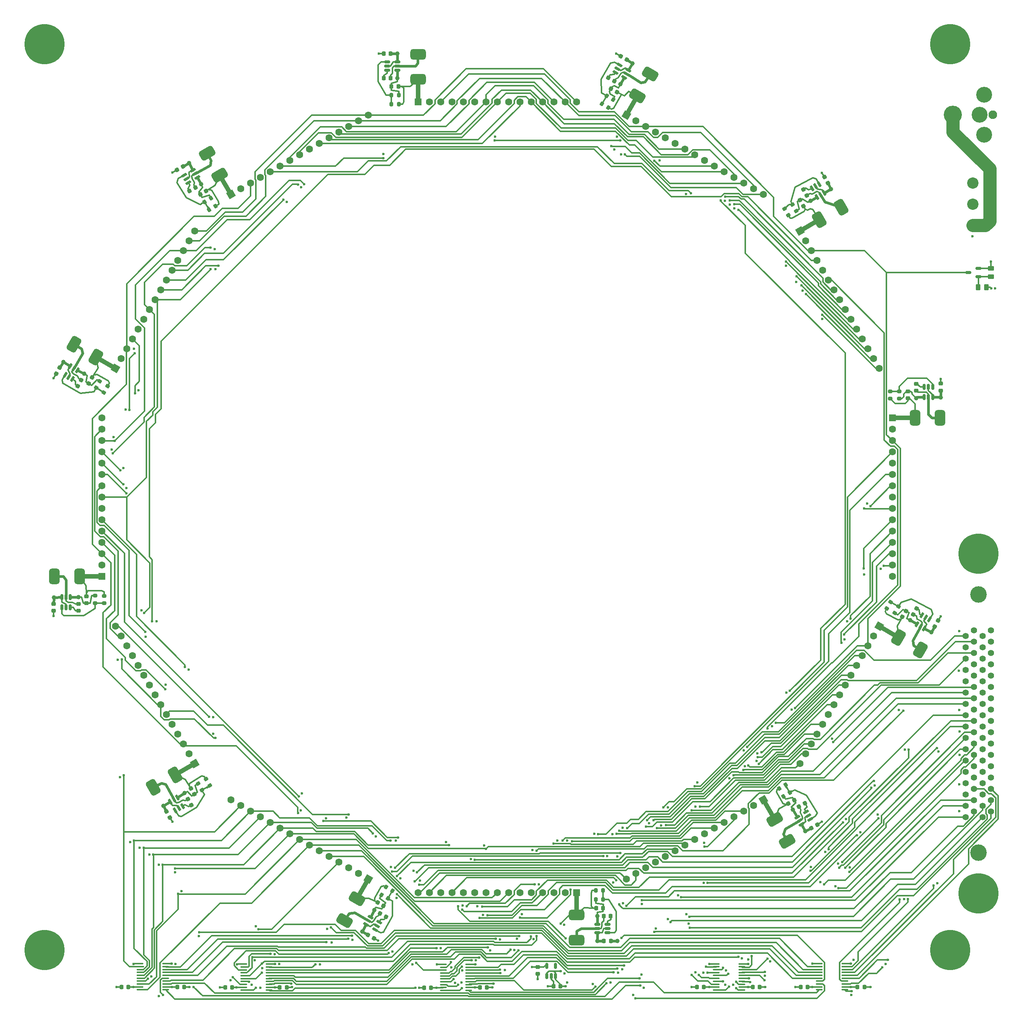
<source format=gtl>
%TF.GenerationSoftware,KiCad,Pcbnew,7.0.10-7.0.10~ubuntu22.04.1*%
%TF.CreationDate,2024-10-03T13:20:59-07:00*%
%TF.ProjectId,ni_arena_12-12,6e695f61-7265-46e6-915f-31322d31322e,rev?*%
%TF.SameCoordinates,Original*%
%TF.FileFunction,Copper,L1,Top*%
%TF.FilePolarity,Positive*%
%FSLAX46Y46*%
G04 Gerber Fmt 4.6, Leading zero omitted, Abs format (unit mm)*
G04 Created by KiCad (PCBNEW 7.0.10-7.0.10~ubuntu22.04.1) date 2024-10-03 13:20:59*
%MOMM*%
%LPD*%
G01*
G04 APERTURE LIST*
G04 Aperture macros list*
%AMRoundRect*
0 Rectangle with rounded corners*
0 $1 Rounding radius*
0 $2 $3 $4 $5 $6 $7 $8 $9 X,Y pos of 4 corners*
0 Add a 4 corners polygon primitive as box body*
4,1,4,$2,$3,$4,$5,$6,$7,$8,$9,$2,$3,0*
0 Add four circle primitives for the rounded corners*
1,1,$1+$1,$2,$3*
1,1,$1+$1,$4,$5*
1,1,$1+$1,$6,$7*
1,1,$1+$1,$8,$9*
0 Add four rect primitives between the rounded corners*
20,1,$1+$1,$2,$3,$4,$5,0*
20,1,$1+$1,$4,$5,$6,$7,0*
20,1,$1+$1,$6,$7,$8,$9,0*
20,1,$1+$1,$8,$9,$2,$3,0*%
%AMRotRect*
0 Rectangle, with rotation*
0 The origin of the aperture is its center*
0 $1 length*
0 $2 width*
0 $3 Rotation angle, in degrees counterclockwise*
0 Add horizontal line*
21,1,$1,$2,0,0,$3*%
G04 Aperture macros list end*
%TA.AperFunction,SMDPad,CuDef*%
%ADD10RoundRect,0.200000X-0.200000X-0.275000X0.200000X-0.275000X0.200000X0.275000X-0.200000X0.275000X0*%
%TD*%
%TA.AperFunction,SMDPad,CuDef*%
%ADD11RoundRect,0.225000X0.319856X0.104006X-0.069856X0.329006X-0.319856X-0.104006X0.069856X-0.329006X0*%
%TD*%
%TA.AperFunction,SMDPad,CuDef*%
%ADD12RoundRect,0.225000X-0.225000X-0.250000X0.225000X-0.250000X0.225000X0.250000X-0.225000X0.250000X0*%
%TD*%
%TA.AperFunction,SMDPad,CuDef*%
%ADD13RoundRect,0.150000X0.126346X0.518838X-0.386154X-0.368838X-0.126346X-0.518838X0.386154X0.368838X0*%
%TD*%
%TA.AperFunction,SMDPad,CuDef*%
%ADD14RoundRect,0.150000X-0.518838X0.126346X0.368838X-0.386154X0.518838X-0.126346X-0.368838X0.386154X0*%
%TD*%
%TA.AperFunction,ComponentPad*%
%ADD15C,9.000000*%
%TD*%
%TA.AperFunction,ComponentPad*%
%ADD16R,1.600000X1.600000*%
%TD*%
%TA.AperFunction,ComponentPad*%
%ADD17C,1.600000*%
%TD*%
%TA.AperFunction,SMDPad,CuDef*%
%ADD18RoundRect,0.225000X0.225000X0.250000X-0.225000X0.250000X-0.225000X-0.250000X0.225000X-0.250000X0*%
%TD*%
%TA.AperFunction,SMDPad,CuDef*%
%ADD19RoundRect,0.150000X-0.150000X0.512500X-0.150000X-0.512500X0.150000X-0.512500X0.150000X0.512500X0*%
%TD*%
%TA.AperFunction,ComponentPad*%
%ADD20RotRect,1.600000X1.600000X240.000000*%
%TD*%
%TA.AperFunction,SMDPad,CuDef*%
%ADD21RoundRect,0.225000X-0.069856X-0.329006X0.319856X-0.104006X0.069856X0.329006X-0.319856X0.104006X0*%
%TD*%
%TA.AperFunction,SMDPad,CuDef*%
%ADD22RoundRect,0.150000X-0.386154X0.368838X0.126346X-0.518838X0.386154X-0.368838X-0.126346X0.518838X0*%
%TD*%
%TA.AperFunction,SMDPad,CuDef*%
%ADD23RoundRect,0.225000X-0.104006X0.319856X-0.329006X-0.069856X0.104006X-0.319856X0.329006X0.069856X0*%
%TD*%
%TA.AperFunction,ComponentPad*%
%ADD24C,2.540000*%
%TD*%
%TA.AperFunction,SMDPad,CuDef*%
%ADD25RoundRect,0.100000X0.637500X0.100000X-0.637500X0.100000X-0.637500X-0.100000X0.637500X-0.100000X0*%
%TD*%
%TA.AperFunction,SMDPad,CuDef*%
%ADD26RoundRect,0.587500X-1.300505X-0.072460X-0.713005X-1.090040X1.300505X0.072460X0.713005X1.090040X0*%
%TD*%
%TA.AperFunction,SMDPad,CuDef*%
%ADD27RoundRect,0.200000X0.035705X0.338157X-0.310705X0.138157X-0.035705X-0.338157X0.310705X-0.138157X0*%
%TD*%
%TA.AperFunction,SMDPad,CuDef*%
%ADD28RoundRect,0.587500X-0.587500X-1.162500X0.587500X-1.162500X0.587500X1.162500X-0.587500X1.162500X0*%
%TD*%
%TA.AperFunction,SMDPad,CuDef*%
%ADD29RoundRect,0.225000X-0.250000X0.225000X-0.250000X-0.225000X0.250000X-0.225000X0.250000X0.225000X0*%
%TD*%
%TA.AperFunction,ComponentPad*%
%ADD30RotRect,1.600000X1.600000X150.000000*%
%TD*%
%TA.AperFunction,ComponentPad*%
%ADD31RotRect,1.600000X1.600000X210.000000*%
%TD*%
%TA.AperFunction,SMDPad,CuDef*%
%ADD32RoundRect,0.200000X-0.310705X-0.138157X0.035705X-0.338157X0.310705X0.138157X-0.035705X0.338157X0*%
%TD*%
%TA.AperFunction,SMDPad,CuDef*%
%ADD33RoundRect,0.587500X1.162500X-0.587500X1.162500X0.587500X-1.162500X0.587500X-1.162500X-0.587500X0*%
%TD*%
%TA.AperFunction,SMDPad,CuDef*%
%ADD34RoundRect,0.150000X0.512500X0.150000X-0.512500X0.150000X-0.512500X-0.150000X0.512500X-0.150000X0*%
%TD*%
%TA.AperFunction,SMDPad,CuDef*%
%ADD35RoundRect,0.150000X0.150000X-0.512500X0.150000X0.512500X-0.150000X0.512500X-0.150000X-0.512500X0*%
%TD*%
%TA.AperFunction,SMDPad,CuDef*%
%ADD36RoundRect,0.225000X0.069856X0.329006X-0.319856X0.104006X-0.069856X-0.329006X0.319856X-0.104006X0*%
%TD*%
%TA.AperFunction,SMDPad,CuDef*%
%ADD37RoundRect,0.200000X0.338157X-0.035705X0.138157X0.310705X-0.338157X0.035705X-0.138157X-0.310705X0*%
%TD*%
%TA.AperFunction,SMDPad,CuDef*%
%ADD38RoundRect,0.587500X0.072460X-1.300505X1.090040X-0.713005X-0.072460X1.300505X-1.090040X0.713005X0*%
%TD*%
%TA.AperFunction,SMDPad,CuDef*%
%ADD39RoundRect,0.200000X-0.275000X0.200000X-0.275000X-0.200000X0.275000X-0.200000X0.275000X0.200000X0*%
%TD*%
%TA.AperFunction,SMDPad,CuDef*%
%ADD40RoundRect,0.587500X-0.713005X1.090040X-1.300505X0.072460X0.713005X-1.090040X1.300505X-0.072460X0*%
%TD*%
%TA.AperFunction,SMDPad,CuDef*%
%ADD41RoundRect,0.200000X-0.338157X0.035705X-0.138157X-0.310705X0.338157X-0.035705X0.138157X0.310705X0*%
%TD*%
%TA.AperFunction,SMDPad,CuDef*%
%ADD42RoundRect,0.587500X0.587500X1.162500X-0.587500X1.162500X-0.587500X-1.162500X0.587500X-1.162500X0*%
%TD*%
%TA.AperFunction,SMDPad,CuDef*%
%ADD43RoundRect,0.200000X0.310705X0.138157X-0.035705X0.338157X-0.310705X-0.138157X0.035705X-0.338157X0*%
%TD*%
%TA.AperFunction,SMDPad,CuDef*%
%ADD44RoundRect,0.225000X0.250000X-0.225000X0.250000X0.225000X-0.250000X0.225000X-0.250000X-0.225000X0*%
%TD*%
%TA.AperFunction,SMDPad,CuDef*%
%ADD45RoundRect,0.225000X-0.319856X-0.104006X0.069856X-0.329006X0.319856X0.104006X-0.069856X0.329006X0*%
%TD*%
%TA.AperFunction,SMDPad,CuDef*%
%ADD46RoundRect,0.225000X-0.329006X0.069856X-0.104006X-0.319856X0.329006X-0.069856X0.104006X0.319856X0*%
%TD*%
%TA.AperFunction,ComponentPad*%
%ADD47C,3.556000*%
%TD*%
%TA.AperFunction,ComponentPad*%
%ADD48C,1.930400*%
%TD*%
%TA.AperFunction,ComponentPad*%
%ADD49C,4.064000*%
%TD*%
%TA.AperFunction,SMDPad,CuDef*%
%ADD50RoundRect,0.225000X0.329006X-0.069856X0.104006X0.319856X-0.329006X0.069856X-0.104006X-0.319856X0*%
%TD*%
%TA.AperFunction,ComponentPad*%
%ADD51RotRect,1.600000X1.600000X30.000000*%
%TD*%
%TA.AperFunction,SMDPad,CuDef*%
%ADD52RoundRect,0.587500X1.300505X0.072460X0.713005X1.090040X-1.300505X-0.072460X-0.713005X-1.090040X0*%
%TD*%
%TA.AperFunction,SMDPad,CuDef*%
%ADD53RoundRect,0.250000X-0.262500X-0.450000X0.262500X-0.450000X0.262500X0.450000X-0.262500X0.450000X0*%
%TD*%
%TA.AperFunction,SMDPad,CuDef*%
%ADD54RoundRect,0.200000X-0.035705X-0.338157X0.310705X-0.138157X0.035705X0.338157X-0.310705X0.138157X0*%
%TD*%
%TA.AperFunction,SMDPad,CuDef*%
%ADD55RoundRect,0.150000X0.518838X-0.126346X-0.368838X0.386154X-0.518838X0.126346X0.368838X-0.386154X0*%
%TD*%
%TA.AperFunction,SMDPad,CuDef*%
%ADD56RoundRect,0.200000X0.275000X-0.200000X0.275000X0.200000X-0.275000X0.200000X-0.275000X-0.200000X0*%
%TD*%
%TA.AperFunction,SMDPad,CuDef*%
%ADD57RoundRect,0.587500X1.090040X0.713005X0.072460X1.300505X-1.090040X-0.713005X-0.072460X-1.300505X0*%
%TD*%
%TA.AperFunction,SMDPad,CuDef*%
%ADD58RoundRect,0.225000X0.104006X-0.319856X0.329006X0.069856X-0.104006X0.319856X-0.329006X-0.069856X0*%
%TD*%
%TA.AperFunction,ComponentPad*%
%ADD59RotRect,1.600000X1.600000X60.000000*%
%TD*%
%TA.AperFunction,SMDPad,CuDef*%
%ADD60RoundRect,0.150000X0.368838X0.386154X-0.518838X-0.126346X-0.368838X-0.386154X0.518838X0.126346X0*%
%TD*%
%TA.AperFunction,ComponentPad*%
%ADD61RotRect,1.600000X1.600000X120.000000*%
%TD*%
%TA.AperFunction,SMDPad,CuDef*%
%ADD62RoundRect,0.200000X-0.138157X0.310705X-0.338157X-0.035705X0.138157X-0.310705X0.338157X0.035705X0*%
%TD*%
%TA.AperFunction,SMDPad,CuDef*%
%ADD63RoundRect,0.200000X0.200000X0.275000X-0.200000X0.275000X-0.200000X-0.275000X0.200000X-0.275000X0*%
%TD*%
%TA.AperFunction,SMDPad,CuDef*%
%ADD64RoundRect,0.587500X-1.162500X0.587500X-1.162500X-0.587500X1.162500X-0.587500X1.162500X0.587500X0*%
%TD*%
%TA.AperFunction,SMDPad,CuDef*%
%ADD65RoundRect,0.150000X-0.512500X-0.150000X0.512500X-0.150000X0.512500X0.150000X-0.512500X0.150000X0*%
%TD*%
%TA.AperFunction,SMDPad,CuDef*%
%ADD66RoundRect,0.587500X0.713005X-1.090040X1.300505X-0.072460X-0.713005X1.090040X-1.300505X0.072460X0*%
%TD*%
%TA.AperFunction,SMDPad,CuDef*%
%ADD67RoundRect,0.150000X0.386154X-0.368838X-0.126346X0.518838X-0.386154X0.368838X0.126346X-0.518838X0*%
%TD*%
%TA.AperFunction,ComponentPad*%
%ADD68RotRect,1.600000X1.600000X300.000000*%
%TD*%
%TA.AperFunction,SMDPad,CuDef*%
%ADD69RoundRect,0.587500X-1.090040X-0.713005X-0.072460X-1.300505X1.090040X0.713005X0.072460X1.300505X0*%
%TD*%
%TA.AperFunction,SMDPad,CuDef*%
%ADD70RoundRect,0.200000X0.138157X-0.310705X0.338157X0.035705X-0.138157X0.310705X-0.338157X-0.035705X0*%
%TD*%
%TA.AperFunction,ComponentPad*%
%ADD71C,1.400000*%
%TD*%
%TA.AperFunction,ComponentPad*%
%ADD72C,3.700000*%
%TD*%
%TA.AperFunction,ComponentPad*%
%ADD73RotRect,1.600000X1.600000X330.000000*%
%TD*%
%TA.AperFunction,SMDPad,CuDef*%
%ADD74RoundRect,0.150000X-0.368838X-0.386154X0.518838X0.126346X0.368838X0.386154X-0.518838X-0.126346X0*%
%TD*%
%TA.AperFunction,SMDPad,CuDef*%
%ADD75RoundRect,0.250000X-0.450000X0.262500X-0.450000X-0.262500X0.450000X-0.262500X0.450000X0.262500X0*%
%TD*%
%TA.AperFunction,SMDPad,CuDef*%
%ADD76RoundRect,0.587500X-0.072460X1.300505X-1.090040X0.713005X0.072460X-1.300505X1.090040X-0.713005X0*%
%TD*%
%TA.AperFunction,SMDPad,CuDef*%
%ADD77RoundRect,0.150000X-0.126346X-0.518838X0.386154X0.368838X0.126346X0.518838X-0.386154X-0.368838X0*%
%TD*%
%TA.AperFunction,ViaPad*%
%ADD78C,0.600000*%
%TD*%
%TA.AperFunction,ViaPad*%
%ADD79C,1.000000*%
%TD*%
%TA.AperFunction,Conductor*%
%ADD80C,0.300000*%
%TD*%
%TA.AperFunction,Conductor*%
%ADD81C,1.000000*%
%TD*%
%TA.AperFunction,Conductor*%
%ADD82C,3.000000*%
%TD*%
%TA.AperFunction,Conductor*%
%ADD83C,0.600000*%
%TD*%
G04 APERTURE END LIST*
D10*
%TO.P,R10,1*%
%TO.N,Net-(U9-VFB)*%
X154064200Y-87579200D03*
%TO.P,R10,2*%
%TO.N,GND*%
X155714200Y-87579200D03*
%TD*%
D11*
%TO.P,C36,1*%
%TO.N,Net-(U14-VBST)*%
X152862270Y-271921000D03*
%TO.P,C36,2*%
%TO.N,Net-(U14-SW)*%
X151519930Y-271146000D03*
%TD*%
D12*
%TO.P,C3,1*%
%TO.N,+3.3V*%
X128988400Y-287711200D03*
%TO.P,C3,2*%
%TO.N,GND*%
X130538400Y-287711200D03*
%TD*%
D13*
%TO.P,U11,1,GND*%
%TO.N,GND*%
X83625174Y-149338696D03*
%TO.P,U11,2,SW*%
%TO.N,Net-(U11-SW)*%
X82802450Y-148863696D03*
%TO.P,U11,3,VIN*%
%TO.N,VCC*%
X81979726Y-148388696D03*
%TO.P,U11,4,VFB*%
%TO.N,Net-(U11-VFB)*%
X80842226Y-150358904D03*
%TO.P,U11,5,EN*%
%TO.N,VCC*%
X81664950Y-150833904D03*
%TO.P,U11,6,VBST*%
%TO.N,Net-(U11-VBST)*%
X82487674Y-151308904D03*
%TD*%
D14*
%TO.P,U14,1,GND*%
%TO.N,GND*%
X149338696Y-271974826D03*
%TO.P,U14,2,SW*%
%TO.N,Net-(U14-SW)*%
X148863696Y-272797550D03*
%TO.P,U14,3,VIN*%
%TO.N,VCC*%
X148388696Y-273620274D03*
%TO.P,U14,4,VFB*%
%TO.N,Net-(U14-VFB)*%
X150358904Y-274757774D03*
%TO.P,U14,5,EN*%
%TO.N,VCC*%
X150833904Y-273935050D03*
%TO.P,U14,6,VBST*%
%TO.N,Net-(U14-VBST)*%
X151308904Y-273112326D03*
%TD*%
D15*
%TO.P,H1,1,1*%
%TO.N,GND*%
X76200000Y-76200000D03*
%TD*%
D16*
%TO.P,P10,1*%
%TO.N,/Level Shifters/POW.5V_HDR_10*%
X195580000Y-266474000D03*
D17*
%TO.P,P10,2*%
%TO.N,GND*%
X193040000Y-266474000D03*
%TO.P,P10,3*%
%TO.N,/Panel Headers/RESET*%
X190500000Y-266474000D03*
%TO.P,P10,4*%
%TO.N,/Level Shifters/PAN5V.SCK_03*%
X187960000Y-266474000D03*
%TO.P,P10,5*%
%TO.N,/Level Shifters/PAN5V.MOSI_09*%
X185420000Y-266474000D03*
%TO.P,P10,6*%
%TO.N,/Level Shifters/PAN5V.MISO_09*%
X182880000Y-266474000D03*
%TO.P,P10,7*%
%TO.N,/Level Shifters/PAN5V.CS_00*%
X180340000Y-266474000D03*
%TO.P,P10,8*%
%TO.N,/Level Shifters/PAN5V.CS_01*%
X177800000Y-266474000D03*
%TO.P,P10,9*%
%TO.N,/Level Shifters/PAN5V.CS_02*%
X175260000Y-266474000D03*
%TO.P,P10,10*%
%TO.N,/Level Shifters/PAN5V.CS_03*%
X172720000Y-266474000D03*
%TO.P,P10,11*%
%TO.N,/Level Shifters/PAN5V.CS_04*%
X170180000Y-266474000D03*
%TO.P,P10,12*%
%TO.N,/Level Shifters/PAN5V.CS_05*%
X167640000Y-266474000D03*
%TO.P,P10,13*%
%TO.N,/Level Shifters/PAN5V.CS_06*%
X165100000Y-266474000D03*
%TO.P,P10,14*%
%TO.N,/Level Shifters/PAN5V.CS_07*%
X162560000Y-266474000D03*
%TO.P,P10,15*%
%TO.N,/Level Shifters/PAN5V.EXT_INT*%
X160020000Y-266474000D03*
%TD*%
D18*
%TO.P,C6,1*%
%TO.N,/Level Shifters/POW.5V_HDR_10*%
X224177200Y-287690400D03*
%TO.P,C6,2*%
%TO.N,GND*%
X222627200Y-287690400D03*
%TD*%
D19*
%TO.P,U12,1,GND*%
%TO.N,GND*%
X82011600Y-200239200D03*
%TO.P,U12,2,SW*%
%TO.N,Net-(U12-SW)*%
X81061600Y-200239200D03*
%TO.P,U12,3,VIN*%
%TO.N,VCC*%
X80111600Y-200239200D03*
%TO.P,U12,4,VFB*%
%TO.N,Net-(U12-VFB)*%
X80111600Y-202514200D03*
%TO.P,U12,5,EN*%
%TO.N,VCC*%
X81061600Y-202514200D03*
%TO.P,U12,6,VBST*%
%TO.N,Net-(U12-VBST)*%
X82011600Y-202514200D03*
%TD*%
D20*
%TO.P,P12,1*%
%TO.N,/Level Shifters/POW.5V_HDR_12*%
X263484000Y-206739068D03*
D17*
%TO.P,P12,2*%
%TO.N,GND*%
X262214000Y-208938773D03*
%TO.P,P12,3*%
%TO.N,/Panel Headers/RESET*%
X260944000Y-211138477D03*
%TO.P,P12,4*%
%TO.N,/Level Shifters/PAN5V.SCK_05*%
X259674000Y-213338182D03*
%TO.P,P12,5*%
%TO.N,/Level Shifters/PAN5V.MOSI_11*%
X258404000Y-215537886D03*
%TO.P,P12,6*%
%TO.N,/Level Shifters/PAN5V.MISO_11*%
X257134000Y-217737591D03*
%TO.P,P12,7*%
%TO.N,/Level Shifters/PAN5V.CS_00*%
X255864000Y-219937295D03*
%TO.P,P12,8*%
%TO.N,/Level Shifters/PAN5V.CS_01*%
X254594000Y-222137000D03*
%TO.P,P12,9*%
%TO.N,/Level Shifters/PAN5V.CS_02*%
X253324000Y-224336705D03*
%TO.P,P12,10*%
%TO.N,/Level Shifters/PAN5V.CS_03*%
X252054000Y-226536409D03*
%TO.P,P12,11*%
%TO.N,/Level Shifters/PAN5V.CS_04*%
X250784000Y-228736114D03*
%TO.P,P12,12*%
%TO.N,/Level Shifters/PAN5V.CS_05*%
X249514000Y-230935818D03*
%TO.P,P12,13*%
%TO.N,/Level Shifters/PAN5V.CS_06*%
X248244000Y-233135523D03*
%TO.P,P12,14*%
%TO.N,/Level Shifters/PAN5V.CS_07*%
X246974000Y-235335227D03*
%TO.P,P12,15*%
%TO.N,/Level Shifters/PAN5V.EXT_INT*%
X245704000Y-237534932D03*
%TD*%
D21*
%TO.P,C24,1*%
%TO.N,Net-(U10-VBST)*%
X108757730Y-109142800D03*
%TO.P,C24,2*%
%TO.N,Net-(U10-SW)*%
X110100070Y-108367800D03*
%TD*%
D16*
%TO.P,P7,1*%
%TO.N,/Level Shifters/POW.5V_HDR_7*%
X89126000Y-195580000D03*
D17*
%TO.P,P7,2*%
%TO.N,GND*%
X89126000Y-193040000D03*
%TO.P,P7,3*%
%TO.N,/Panel Headers/RESET*%
X89126000Y-190500000D03*
%TO.P,P7,4*%
%TO.N,/Level Shifters/PAN5V.SCK_00*%
X89126000Y-187960000D03*
%TO.P,P7,5*%
%TO.N,/Level Shifters/PAN5V.MOSI_06*%
X89126000Y-185420000D03*
%TO.P,P7,6*%
%TO.N,/Level Shifters/PAN5V.MISO_06*%
X89126000Y-182880000D03*
%TO.P,P7,7*%
%TO.N,/Level Shifters/PAN5V.CS_00*%
X89126000Y-180340000D03*
%TO.P,P7,8*%
%TO.N,/Level Shifters/PAN5V.CS_01*%
X89126000Y-177800000D03*
%TO.P,P7,9*%
%TO.N,/Level Shifters/PAN5V.CS_02*%
X89126000Y-175260000D03*
%TO.P,P7,10*%
%TO.N,/Level Shifters/PAN5V.CS_03*%
X89126000Y-172720000D03*
%TO.P,P7,11*%
%TO.N,/Level Shifters/PAN5V.CS_04*%
X89126000Y-170180000D03*
%TO.P,P7,12*%
%TO.N,/Level Shifters/PAN5V.CS_05*%
X89126000Y-167640000D03*
%TO.P,P7,13*%
%TO.N,/Level Shifters/PAN5V.CS_06*%
X89126000Y-165100000D03*
%TO.P,P7,14*%
%TO.N,/Level Shifters/PAN5V.CS_07*%
X89126000Y-162560000D03*
%TO.P,P7,15*%
%TO.N,/Level Shifters/PAN5V.EXT_INT*%
X89126000Y-160020000D03*
%TD*%
D22*
%TO.P,U13,1,GND*%
%TO.N,GND*%
X106064374Y-245127096D03*
%TO.P,U13,2,SW*%
%TO.N,Net-(U13-SW)*%
X105241650Y-245602096D03*
%TO.P,U13,3,VIN*%
%TO.N,VCC*%
X104418926Y-246077096D03*
%TO.P,U13,4,VFB*%
%TO.N,Net-(U13-VFB)*%
X105556426Y-248047304D03*
%TO.P,U13,5,EN*%
%TO.N,VCC*%
X106379150Y-247572304D03*
%TO.P,U13,6,VBST*%
%TO.N,Net-(U13-VBST)*%
X107201874Y-247097304D03*
%TD*%
D23*
%TO.P,C45,1*%
%TO.N,Net-(U17-VBST)*%
X271921000Y-202737730D03*
%TO.P,C45,2*%
%TO.N,Net-(U17-SW)*%
X271146000Y-204080070D03*
%TD*%
D18*
%TO.P,C40,1*%
%TO.N,GND*%
X201549000Y-269951200D03*
%TO.P,C40,2*%
%TO.N,/Level Shifters/POW.5V_HDR_10*%
X199999000Y-269951200D03*
%TD*%
D24*
%TO.P,SW1,1,A*%
%TO.N,/Power & Voltage Regulators/SW_VCC*%
X284480000Y-116840000D03*
%TO.P,SW1,2,B*%
%TO.N,VCC*%
X284480000Y-112090200D03*
%TO.P,SW1,3,C*%
%TO.N,GND*%
X284480000Y-107340400D03*
%TD*%
D25*
%TO.P,U3,1,A1*%
%TO.N,/Level Shifters/PAN3V.MOSI_01*%
X232669700Y-288335400D03*
%TO.P,U3,2,VCCA*%
%TO.N,+3.3V*%
X232669700Y-287685400D03*
%TO.P,U3,3,A2*%
%TO.N,/Level Shifters/PAN3V.MISO_01*%
X232669700Y-287035400D03*
%TO.P,U3,4,A3*%
%TO.N,/Level Shifters/PAN3V.MOSI_02*%
X232669700Y-286385400D03*
%TO.P,U3,5,A4*%
%TO.N,/Level Shifters/PAN3V.MISO_02*%
X232669700Y-285735400D03*
%TO.P,U3,6,A5*%
%TO.N,/Level Shifters/PAN3V.MOSI_03*%
X232669700Y-285085400D03*
%TO.P,U3,7,A6*%
%TO.N,/Level Shifters/PAN3V.MISO_03*%
X232669700Y-284435400D03*
%TO.P,U3,8,A7*%
%TO.N,/Level Shifters/PAN3V.MOSI_04*%
X232669700Y-283785400D03*
%TO.P,U3,9,A8*%
%TO.N,/Level Shifters/PAN3V.MISO_04*%
X232669700Y-283135400D03*
%TO.P,U3,10,OE*%
%TO.N,+3.3V*%
X232669700Y-282485400D03*
%TO.P,U3,11,GND*%
%TO.N,GND*%
X226944700Y-282485400D03*
%TO.P,U3,12,B8*%
%TO.N,/Level Shifters/PAN5V.MISO_04*%
X226944700Y-283135400D03*
%TO.P,U3,13,B7*%
%TO.N,/Level Shifters/PAN5V.MOSI_04*%
X226944700Y-283785400D03*
%TO.P,U3,14,B6*%
%TO.N,/Level Shifters/PAN5V.MISO_03*%
X226944700Y-284435400D03*
%TO.P,U3,15,B5*%
%TO.N,/Level Shifters/PAN5V.MOSI_03*%
X226944700Y-285085400D03*
%TO.P,U3,16,B4*%
%TO.N,/Level Shifters/PAN5V.MISO_02*%
X226944700Y-285735400D03*
%TO.P,U3,17,B3*%
%TO.N,/Level Shifters/PAN5V.MOSI_02*%
X226944700Y-286385400D03*
%TO.P,U3,18,B2*%
%TO.N,/Level Shifters/PAN5V.MISO_01*%
X226944700Y-287035400D03*
%TO.P,U3,19,VCCB*%
%TO.N,/Level Shifters/POW.5V_HDR_10*%
X226944700Y-287685400D03*
%TO.P,U3,20,B1*%
%TO.N,/Level Shifters/PAN5V.MOSI_01*%
X226944700Y-288335400D03*
%TD*%
D26*
%TO.P,L5,1*%
%TO.N,Net-(U10-SW)*%
X112717100Y-100633028D03*
%TO.P,L5,2*%
%TO.N,/Level Shifters/POW.5V_HDR_5*%
X115542100Y-105526071D03*
%TD*%
D18*
%TO.P,C8,1*%
%TO.N,/Level Shifters/POW.5V_HDR_10*%
X247410500Y-287663000D03*
%TO.P,C8,2*%
%TO.N,GND*%
X245860500Y-287663000D03*
%TD*%
D25*
%TO.P,U2,1,A1*%
%TO.N,/Level Shifters/PAN3V.SCK_00*%
X126615900Y-288366200D03*
%TO.P,U2,2,VCCA*%
%TO.N,+3.3V*%
X126615900Y-287716200D03*
%TO.P,U2,3,A2*%
%TO.N,/Level Shifters/PAN3V.SCK_01*%
X126615900Y-287066200D03*
%TO.P,U2,4,A3*%
%TO.N,/Level Shifters/PAN3V.SCK_02*%
X126615900Y-286416200D03*
%TO.P,U2,5,A4*%
%TO.N,/Level Shifters/PAN3V.SCK_03*%
X126615900Y-285766200D03*
%TO.P,U2,6,A5*%
%TO.N,/Level Shifters/PAN3V.SCK_04*%
X126615900Y-285116200D03*
%TO.P,U2,7,A6*%
%TO.N,/Level Shifters/PAN3V.SCK_05*%
X126615900Y-284466200D03*
%TO.P,U2,8,A7*%
%TO.N,/Level Shifters/PAN3V.MOSI_00*%
X126615900Y-283816200D03*
%TO.P,U2,9,A8*%
%TO.N,/Level Shifters/PAN3V.MISO_00*%
X126615900Y-283166200D03*
%TO.P,U2,10,OE*%
%TO.N,+3.3V*%
X126615900Y-282516200D03*
%TO.P,U2,11,GND*%
%TO.N,GND*%
X120890900Y-282516200D03*
%TO.P,U2,12,B8*%
%TO.N,/Level Shifters/PAN5V.MISO_00*%
X120890900Y-283166200D03*
%TO.P,U2,13,B7*%
%TO.N,/Level Shifters/PAN5V.MOSI_00*%
X120890900Y-283816200D03*
%TO.P,U2,14,B6*%
%TO.N,/Level Shifters/PAN5V.SCK_05*%
X120890900Y-284466200D03*
%TO.P,U2,15,B5*%
%TO.N,/Level Shifters/PAN5V.SCK_04*%
X120890900Y-285116200D03*
%TO.P,U2,16,B4*%
%TO.N,/Level Shifters/PAN5V.SCK_03*%
X120890900Y-285766200D03*
%TO.P,U2,17,B3*%
%TO.N,/Level Shifters/PAN5V.SCK_02*%
X120890900Y-286416200D03*
%TO.P,U2,18,B2*%
%TO.N,/Level Shifters/PAN5V.SCK_01*%
X120890900Y-287066200D03*
%TO.P,U2,19,VCCB*%
%TO.N,/Level Shifters/POW.5V_HDR_10*%
X120890900Y-287716200D03*
%TO.P,U2,20,B1*%
%TO.N,/Level Shifters/PAN5V.SCK_00*%
X120890900Y-288366200D03*
%TD*%
D10*
%TO.P,R21,1*%
%TO.N,/Level Shifters/POW.5V_HDR_10*%
X199911200Y-265988800D03*
%TO.P,R21,2*%
%TO.N,Net-(U15-VFB)*%
X201561200Y-265988800D03*
%TD*%
D23*
%TO.P,C46,1*%
%TO.N,GND*%
X269479800Y-203308330D03*
%TO.P,C46,2*%
%TO.N,/Level Shifters/POW.5V_HDR_12*%
X268704800Y-204650670D03*
%TD*%
D27*
%TO.P,R24,1*%
%TO.N,Net-(U16-VFB)*%
X243466171Y-244065600D03*
%TO.P,R24,2*%
%TO.N,GND*%
X242037229Y-244890600D03*
%TD*%
D28*
%TO.P,L7,1*%
%TO.N,Net-(U12-SW)*%
X78430000Y-195580000D03*
%TO.P,L7,2*%
%TO.N,/Level Shifters/POW.5V_HDR_7*%
X84080000Y-195580000D03*
%TD*%
D21*
%TO.P,C25,1*%
%TO.N,GND*%
X111157130Y-109869200D03*
%TO.P,C25,2*%
%TO.N,/Level Shifters/POW.5V_HDR_5*%
X112499470Y-109094200D03*
%TD*%
D29*
%TO.P,C12,1*%
%TO.N,Net-(U6-VBST)*%
X271780000Y-152336200D03*
%TO.P,C12,2*%
%TO.N,Net-(U6-SW)*%
X271780000Y-153886200D03*
%TD*%
D30*
%TO.P,P9,1*%
%TO.N,/Level Shifters/POW.5V_HDR_9*%
X148860932Y-263484000D03*
D17*
%TO.P,P9,2*%
%TO.N,GND*%
X146661227Y-262214000D03*
%TO.P,P9,3*%
%TO.N,/Panel Headers/RESET*%
X144461523Y-260944000D03*
%TO.P,P9,4*%
%TO.N,/Level Shifters/PAN5V.SCK_02*%
X142261818Y-259674000D03*
%TO.P,P9,5*%
%TO.N,/Level Shifters/PAN5V.MOSI_08*%
X140062114Y-258404000D03*
%TO.P,P9,6*%
%TO.N,/Level Shifters/PAN5V.MISO_08*%
X137862409Y-257134000D03*
%TO.P,P9,7*%
%TO.N,/Level Shifters/PAN5V.CS_00*%
X135662705Y-255864000D03*
%TO.P,P9,8*%
%TO.N,/Level Shifters/PAN5V.CS_01*%
X133463000Y-254594000D03*
%TO.P,P9,9*%
%TO.N,/Level Shifters/PAN5V.CS_02*%
X131263295Y-253324000D03*
%TO.P,P9,10*%
%TO.N,/Level Shifters/PAN5V.CS_03*%
X129063591Y-252054000D03*
%TO.P,P9,11*%
%TO.N,/Level Shifters/PAN5V.CS_04*%
X126863886Y-250784000D03*
%TO.P,P9,12*%
%TO.N,/Level Shifters/PAN5V.CS_05*%
X124664182Y-249514000D03*
%TO.P,P9,13*%
%TO.N,/Level Shifters/PAN5V.CS_06*%
X122464477Y-248244000D03*
%TO.P,P9,14*%
%TO.N,/Level Shifters/PAN5V.CS_07*%
X120264773Y-246974000D03*
%TO.P,P9,15*%
%TO.N,/Level Shifters/PAN5V.EXT_INT*%
X118065068Y-245704000D03*
%TD*%
D31*
%TO.P,P11,1*%
%TO.N,/Level Shifters/POW.5V_HDR_11*%
X237534932Y-245704000D03*
D17*
%TO.P,P11,2*%
%TO.N,GND*%
X235335227Y-246974000D03*
%TO.P,P11,3*%
%TO.N,/Panel Headers/RESET*%
X233135523Y-248244000D03*
%TO.P,P11,4*%
%TO.N,/Level Shifters/PAN5V.SCK_04*%
X230935818Y-249514000D03*
%TO.P,P11,5*%
%TO.N,/Level Shifters/PAN5V.MOSI_10*%
X228736114Y-250784000D03*
%TO.P,P11,6*%
%TO.N,/Level Shifters/PAN5V.MISO_10*%
X226536409Y-252054000D03*
%TO.P,P11,7*%
%TO.N,/Level Shifters/PAN5V.CS_00*%
X224336705Y-253324000D03*
%TO.P,P11,8*%
%TO.N,/Level Shifters/PAN5V.CS_01*%
X222137000Y-254594000D03*
%TO.P,P11,9*%
%TO.N,/Level Shifters/PAN5V.CS_02*%
X219937295Y-255864000D03*
%TO.P,P11,10*%
%TO.N,/Level Shifters/PAN5V.CS_03*%
X217737591Y-257134000D03*
%TO.P,P11,11*%
%TO.N,/Level Shifters/PAN5V.CS_04*%
X215537886Y-258404000D03*
%TO.P,P11,12*%
%TO.N,/Level Shifters/PAN5V.CS_05*%
X213338182Y-259674000D03*
%TO.P,P11,13*%
%TO.N,/Level Shifters/PAN5V.CS_06*%
X211138477Y-260944000D03*
%TO.P,P11,14*%
%TO.N,/Level Shifters/PAN5V.CS_07*%
X208938773Y-262214000D03*
%TO.P,P11,15*%
%TO.N,/Level Shifters/PAN5V.EXT_INT*%
X206739068Y-263484000D03*
%TD*%
D32*
%TO.P,R19,1*%
%TO.N,/Level Shifters/POW.5V_HDR_9*%
X152854429Y-265229300D03*
%TO.P,R19,2*%
%TO.N,Net-(U14-VFB)*%
X154283371Y-266054300D03*
%TD*%
D33*
%TO.P,L10,1*%
%TO.N,Net-(U15-SW)*%
X195580000Y-277170000D03*
%TO.P,L10,2*%
%TO.N,/Level Shifters/POW.5V_HDR_10*%
X195580000Y-271520000D03*
%TD*%
D12*
%TO.P,C9,1*%
%TO.N,+3.3V*%
X173939200Y-287731200D03*
%TO.P,C9,2*%
%TO.N,GND*%
X175489200Y-287731200D03*
%TD*%
D18*
%TO.P,C2,1*%
%TO.N,/Level Shifters/POW.5V_HDR_10*%
X95045500Y-287633000D03*
%TO.P,C2,2*%
%TO.N,GND*%
X93495500Y-287633000D03*
%TD*%
D12*
%TO.P,C5,1*%
%TO.N,+3.3V*%
X235127200Y-287680400D03*
%TO.P,C5,2*%
%TO.N,GND*%
X236677200Y-287680400D03*
%TD*%
%TO.P,C38,1*%
%TO.N,VCC*%
X201726200Y-277317200D03*
%TO.P,C38,2*%
%TO.N,GND*%
X203276200Y-277317200D03*
%TD*%
D34*
%TO.P,U9,1,GND*%
%TO.N,GND*%
X155360800Y-82011600D03*
%TO.P,U9,2,SW*%
%TO.N,Net-(U9-SW)*%
X155360800Y-81061600D03*
%TO.P,U9,3,VIN*%
%TO.N,VCC*%
X155360800Y-80111600D03*
%TO.P,U9,4,VFB*%
%TO.N,Net-(U9-VFB)*%
X153085800Y-80111600D03*
%TO.P,U9,5,EN*%
%TO.N,VCC*%
X153085800Y-81061600D03*
%TO.P,U9,6,VBST*%
%TO.N,Net-(U9-VBST)*%
X153085800Y-82011600D03*
%TD*%
D35*
%TO.P,U6,1,GND*%
%TO.N,GND*%
X273588400Y-155360800D03*
%TO.P,U6,2,SW*%
%TO.N,Net-(U6-SW)*%
X274538400Y-155360800D03*
%TO.P,U6,3,VIN*%
%TO.N,VCC*%
X275488400Y-155360800D03*
%TO.P,U6,4,VFB*%
%TO.N,Net-(U6-VFB)*%
X275488400Y-153085800D03*
%TO.P,U6,5,EN*%
%TO.N,VCC*%
X274538400Y-153085800D03*
%TO.P,U6,6,VBST*%
%TO.N,Net-(U6-VBST)*%
X273588400Y-153085800D03*
%TD*%
D36*
%TO.P,C43,1*%
%TO.N,GND*%
X244442870Y-245730800D03*
%TO.P,C43,2*%
%TO.N,/Level Shifters/POW.5V_HDR_11*%
X243100530Y-246505800D03*
%TD*%
D18*
%TO.P,C10,1*%
%TO.N,/Level Shifters/POW.5V_HDR_10*%
X162964200Y-287801200D03*
%TO.P,C10,2*%
%TO.N,GND*%
X161414200Y-287801200D03*
%TD*%
D37*
%TO.P,R5,1*%
%TO.N,/Level Shifters/POW.5V_HDR_2*%
X243118100Y-114556771D03*
%TO.P,R5,2*%
%TO.N,Net-(U7-VFB)*%
X242293100Y-113127829D03*
%TD*%
D12*
%TO.P,C22,1*%
%TO.N,GND*%
X154051000Y-85648800D03*
%TO.P,C22,2*%
%TO.N,/Level Shifters/POW.5V_HDR_4*%
X155601000Y-85648800D03*
%TD*%
D38*
%TO.P,L8,1*%
%TO.N,Net-(U13-SW)*%
X100633028Y-242882900D03*
%TO.P,L8,2*%
%TO.N,/Level Shifters/POW.5V_HDR_8*%
X105526071Y-240057900D03*
%TD*%
D39*
%TO.P,R4,1*%
%TO.N,Net-(U6-VFB)*%
X268020800Y-154064200D03*
%TO.P,R4,2*%
%TO.N,GND*%
X268020800Y-155714200D03*
%TD*%
D40*
%TO.P,L3,1*%
%TO.N,Net-(U8-SW)*%
X212087100Y-82853028D03*
%TO.P,L3,2*%
%TO.N,/Level Shifters/POW.5V_HDR_3*%
X209262100Y-87746071D03*
%TD*%
D11*
%TO.P,C37,1*%
%TO.N,GND*%
X152291670Y-269479800D03*
%TO.P,C37,2*%
%TO.N,/Level Shifters/POW.5V_HDR_9*%
X150949330Y-268704800D03*
%TD*%
D41*
%TO.P,R6,1*%
%TO.N,Net-(U7-VFB)*%
X244065600Y-112133829D03*
%TO.P,R6,2*%
%TO.N,GND*%
X244890600Y-113562771D03*
%TD*%
D21*
%TO.P,C41,1*%
%TO.N,VCC*%
X248279330Y-252021300D03*
%TO.P,C41,2*%
%TO.N,GND*%
X249621670Y-251246300D03*
%TD*%
D42*
%TO.P,L1,1*%
%TO.N,Net-(U6-SW)*%
X277170000Y-160020000D03*
%TO.P,L1,2*%
%TO.N,/Level Shifters/POW.5V_HDR_1*%
X271520000Y-160020000D03*
%TD*%
D43*
%TO.P,R20,1*%
%TO.N,Net-(U14-VFB)*%
X153245371Y-267801400D03*
%TO.P,R20,2*%
%TO.N,GND*%
X151816429Y-266976400D03*
%TD*%
D15*
%TO.P,H3,1,1*%
%TO.N,GND*%
X279400000Y-279400000D03*
%TD*%
D25*
%TO.P,U1,1,A1*%
%TO.N,/Level Shifters/PAN3V.CS_00*%
X103378000Y-288298000D03*
%TO.P,U1,2,VCCA*%
%TO.N,+3.3V*%
X103378000Y-287648000D03*
%TO.P,U1,3,A2*%
%TO.N,/Level Shifters/PAN3V.CS_01*%
X103378000Y-286998000D03*
%TO.P,U1,4,A3*%
%TO.N,/Level Shifters/PAN3V.CS_02*%
X103378000Y-286348000D03*
%TO.P,U1,5,A4*%
%TO.N,/Level Shifters/PAN3V.CS_03*%
X103378000Y-285698000D03*
%TO.P,U1,6,A5*%
%TO.N,/Level Shifters/PAN3V.CS_04*%
X103378000Y-285048000D03*
%TO.P,U1,7,A6*%
%TO.N,/Level Shifters/PAN3V.CS_05*%
X103378000Y-284398000D03*
%TO.P,U1,8,A7*%
%TO.N,/Level Shifters/PAN3V.CS_06*%
X103378000Y-283748000D03*
%TO.P,U1,9,A8*%
%TO.N,/Level Shifters/PAN3V.CS_07*%
X103378000Y-283098000D03*
%TO.P,U1,10,OE*%
%TO.N,+3.3V*%
X103378000Y-282448000D03*
%TO.P,U1,11,GND*%
%TO.N,GND*%
X97653000Y-282448000D03*
%TO.P,U1,12,B8*%
%TO.N,/Level Shifters/PAN5V.CS_07*%
X97653000Y-283098000D03*
%TO.P,U1,13,B7*%
%TO.N,/Level Shifters/PAN5V.CS_06*%
X97653000Y-283748000D03*
%TO.P,U1,14,B6*%
%TO.N,/Level Shifters/PAN5V.CS_05*%
X97653000Y-284398000D03*
%TO.P,U1,15,B5*%
%TO.N,/Level Shifters/PAN5V.CS_04*%
X97653000Y-285048000D03*
%TO.P,U1,16,B4*%
%TO.N,/Level Shifters/PAN5V.CS_03*%
X97653000Y-285698000D03*
%TO.P,U1,17,B3*%
%TO.N,/Level Shifters/PAN5V.CS_02*%
X97653000Y-286348000D03*
%TO.P,U1,18,B2*%
%TO.N,/Level Shifters/PAN5V.CS_01*%
X97653000Y-286998000D03*
%TO.P,U1,19,VCCB*%
%TO.N,/Level Shifters/POW.5V_HDR_10*%
X97653000Y-287648000D03*
%TO.P,U1,20,B1*%
%TO.N,/Level Shifters/PAN5V.CS_00*%
X97653000Y-288298000D03*
%TD*%
D12*
%TO.P,C21,1*%
%TO.N,Net-(U9-VBST)*%
X152336200Y-83820000D03*
%TO.P,C21,2*%
%TO.N,Net-(U9-SW)*%
X153886200Y-83820000D03*
%TD*%
D44*
%TO.P,C30,1*%
%TO.N,Net-(U12-VBST)*%
X83820000Y-203263800D03*
%TO.P,C30,2*%
%TO.N,Net-(U12-SW)*%
X83820000Y-201713800D03*
%TD*%
D29*
%TO.P,C48,1*%
%TO.N,+3.3V*%
X186883400Y-283167200D03*
%TO.P,C48,2*%
%TO.N,GND*%
X186883400Y-284717200D03*
%TD*%
D34*
%TO.P,Q2,1,G*%
%TO.N,Net-(Q2-G)*%
X285739000Y-128356400D03*
%TO.P,Q2,2,S*%
%TO.N,GND*%
X285739000Y-126456400D03*
%TO.P,Q2,3,D*%
%TO.N,/Panel Headers/RESET*%
X283464000Y-127406400D03*
%TD*%
D29*
%TO.P,C29,1*%
%TO.N,VCC*%
X78282800Y-201726200D03*
%TO.P,C29,2*%
%TO.N,GND*%
X78282800Y-203276200D03*
%TD*%
D11*
%TO.P,C17,1*%
%TO.N,VCC*%
X206837870Y-79652500D03*
%TO.P,C17,2*%
%TO.N,GND*%
X205495530Y-78877500D03*
%TD*%
D15*
%TO.P,H4,1,1*%
%TO.N,GND*%
X76200000Y-279400000D03*
%TD*%
D45*
%TO.P,C35,1*%
%TO.N,VCC*%
X148762130Y-275947500D03*
%TO.P,C35,2*%
%TO.N,GND*%
X150104470Y-276722500D03*
%TD*%
D46*
%TO.P,C32,1*%
%TO.N,VCC*%
X103578700Y-248279330D03*
%TO.P,C32,2*%
%TO.N,GND*%
X104353700Y-249621670D03*
%TD*%
D47*
%TO.P,J1,*%
%TO.N,*%
X287020000Y-87528400D03*
D48*
X289026600Y-92024200D03*
D47*
X287020000Y-96520000D03*
D49*
%TO.P,J1,1*%
%TO.N,/Power & Voltage Regulators/SW_VCC*%
X280035000Y-92024200D03*
D47*
%TO.P,J1,2*%
%TO.N,GND*%
X286029400Y-92024200D03*
%TD*%
D36*
%TO.P,C23,1*%
%TO.N,VCC*%
X107320670Y-103578700D03*
%TO.P,C23,2*%
%TO.N,GND*%
X105978330Y-104353700D03*
%TD*%
D50*
%TO.P,C14,1*%
%TO.N,VCC*%
X252021300Y-107320670D03*
%TO.P,C14,2*%
%TO.N,GND*%
X251246300Y-105978330D03*
%TD*%
D46*
%TO.P,C15,1*%
%TO.N,Net-(U7-VBST)*%
X246457200Y-108757730D03*
%TO.P,C15,2*%
%TO.N,Net-(U7-SW)*%
X247232200Y-110100070D03*
%TD*%
D39*
%TO.P,R15,1*%
%TO.N,/Level Shifters/POW.5V_HDR_7*%
X89611200Y-199911200D03*
%TO.P,R15,2*%
%TO.N,Net-(U12-VFB)*%
X89611200Y-201561200D03*
%TD*%
D51*
%TO.P,P5,1*%
%TO.N,/Level Shifters/POW.5V_HDR_5*%
X118065068Y-109896000D03*
D17*
%TO.P,P5,2*%
%TO.N,GND*%
X120264773Y-108626000D03*
%TO.P,P5,3*%
%TO.N,/Panel Headers/RESET*%
X122464477Y-107356000D03*
%TO.P,P5,4*%
%TO.N,/Level Shifters/PAN5V.SCK_04*%
X124664182Y-106086000D03*
%TO.P,P5,5*%
%TO.N,/Level Shifters/PAN5V.MOSI_04*%
X126863886Y-104816000D03*
%TO.P,P5,6*%
%TO.N,/Level Shifters/PAN5V.MISO_04*%
X129063591Y-103546000D03*
%TO.P,P5,7*%
%TO.N,/Level Shifters/PAN5V.CS_00*%
X131263295Y-102276000D03*
%TO.P,P5,8*%
%TO.N,/Level Shifters/PAN5V.CS_01*%
X133463000Y-101006000D03*
%TO.P,P5,9*%
%TO.N,/Level Shifters/PAN5V.CS_02*%
X135662705Y-99736000D03*
%TO.P,P5,10*%
%TO.N,/Level Shifters/PAN5V.CS_03*%
X137862409Y-98466000D03*
%TO.P,P5,11*%
%TO.N,/Level Shifters/PAN5V.CS_04*%
X140062114Y-97196000D03*
%TO.P,P5,12*%
%TO.N,/Level Shifters/PAN5V.CS_05*%
X142261818Y-95926000D03*
%TO.P,P5,13*%
%TO.N,/Level Shifters/PAN5V.CS_06*%
X144461523Y-94656000D03*
%TO.P,P5,14*%
%TO.N,/Level Shifters/PAN5V.CS_07*%
X146661227Y-93386000D03*
%TO.P,P5,15*%
%TO.N,/Level Shifters/PAN5V.EXT_INT*%
X148860932Y-92116000D03*
%TD*%
D23*
%TO.P,C26,1*%
%TO.N,VCC*%
X79652500Y-148762130D03*
%TO.P,C26,2*%
%TO.N,GND*%
X78877500Y-150104470D03*
%TD*%
D25*
%TO.P,U4,1,A1*%
%TO.N,/Level Shifters/PAN3V.MOSI_05*%
X255778000Y-288298000D03*
%TO.P,U4,2,VCCA*%
%TO.N,+3.3V*%
X255778000Y-287648000D03*
%TO.P,U4,3,A2*%
%TO.N,/Level Shifters/PAN3V.MISO_05*%
X255778000Y-286998000D03*
%TO.P,U4,4,A3*%
%TO.N,/Level Shifters/PAN3V.MOSI_06*%
X255778000Y-286348000D03*
%TO.P,U4,5,A4*%
%TO.N,/Level Shifters/PAN3V.MISO_06*%
X255778000Y-285698000D03*
%TO.P,U4,6,A5*%
%TO.N,/Level Shifters/PAN3V.MOSI_07*%
X255778000Y-285048000D03*
%TO.P,U4,7,A6*%
%TO.N,/Level Shifters/PAN3V.MISO_07*%
X255778000Y-284398000D03*
%TO.P,U4,8,A7*%
%TO.N,/Level Shifters/PAN3V.MOSI_08*%
X255778000Y-283748000D03*
%TO.P,U4,9,A8*%
%TO.N,/Level Shifters/PAN3V.MISO_08*%
X255778000Y-283098000D03*
%TO.P,U4,10,OE*%
%TO.N,+3.3V*%
X255778000Y-282448000D03*
%TO.P,U4,11,GND*%
%TO.N,GND*%
X250053000Y-282448000D03*
%TO.P,U4,12,B8*%
%TO.N,/Level Shifters/PAN5V.MISO_08*%
X250053000Y-283098000D03*
%TO.P,U4,13,B7*%
%TO.N,/Level Shifters/PAN5V.MOSI_08*%
X250053000Y-283748000D03*
%TO.P,U4,14,B6*%
%TO.N,/Level Shifters/PAN5V.MISO_07*%
X250053000Y-284398000D03*
%TO.P,U4,15,B5*%
%TO.N,/Level Shifters/PAN5V.MOSI_07*%
X250053000Y-285048000D03*
%TO.P,U4,16,B4*%
%TO.N,/Level Shifters/PAN5V.MISO_06*%
X250053000Y-285698000D03*
%TO.P,U4,17,B3*%
%TO.N,/Level Shifters/PAN5V.MOSI_06*%
X250053000Y-286348000D03*
%TO.P,U4,18,B2*%
%TO.N,/Level Shifters/PAN5V.MISO_05*%
X250053000Y-286998000D03*
%TO.P,U4,19,VCCB*%
%TO.N,/Level Shifters/POW.5V_HDR_10*%
X250053000Y-287648000D03*
%TO.P,U4,20,B1*%
%TO.N,/Level Shifters/PAN5V.MOSI_05*%
X250053000Y-288298000D03*
%TD*%
D52*
%TO.P,L11,1*%
%TO.N,Net-(U16-SW)*%
X242882900Y-254966972D03*
%TO.P,L11,2*%
%TO.N,/Level Shifters/POW.5V_HDR_11*%
X240057900Y-250073929D03*
%TD*%
D44*
%TO.P,C11,1*%
%TO.N,VCC*%
X277317200Y-153873800D03*
%TO.P,C11,2*%
%TO.N,GND*%
X277317200Y-152323800D03*
%TD*%
D16*
%TO.P,P4,1*%
%TO.N,/Level Shifters/POW.5V_HDR_4*%
X160020000Y-89126000D03*
D17*
%TO.P,P4,2*%
%TO.N,GND*%
X162560000Y-89126000D03*
%TO.P,P4,3*%
%TO.N,/Panel Headers/RESET*%
X165100000Y-89126000D03*
%TO.P,P4,4*%
%TO.N,/Level Shifters/PAN5V.SCK_03*%
X167640000Y-89126000D03*
%TO.P,P4,5*%
%TO.N,/Level Shifters/PAN5V.MOSI_03*%
X170180000Y-89126000D03*
%TO.P,P4,6*%
%TO.N,/Level Shifters/PAN5V.MISO_03*%
X172720000Y-89126000D03*
%TO.P,P4,7*%
%TO.N,/Level Shifters/PAN5V.CS_00*%
X175260000Y-89126000D03*
%TO.P,P4,8*%
%TO.N,/Level Shifters/PAN5V.CS_01*%
X177800000Y-89126000D03*
%TO.P,P4,9*%
%TO.N,/Level Shifters/PAN5V.CS_02*%
X180340000Y-89126000D03*
%TO.P,P4,10*%
%TO.N,/Level Shifters/PAN5V.CS_03*%
X182880000Y-89126000D03*
%TO.P,P4,11*%
%TO.N,/Level Shifters/PAN5V.CS_04*%
X185420000Y-89126000D03*
%TO.P,P4,12*%
%TO.N,/Level Shifters/PAN5V.CS_05*%
X187960000Y-89126000D03*
%TO.P,P4,13*%
%TO.N,/Level Shifters/PAN5V.CS_06*%
X190500000Y-89126000D03*
%TO.P,P4,14*%
%TO.N,/Level Shifters/PAN5V.CS_07*%
X193040000Y-89126000D03*
%TO.P,P4,15*%
%TO.N,/Level Shifters/PAN5V.EXT_INT*%
X195580000Y-89126000D03*
%TD*%
D44*
%TO.P,C31,1*%
%TO.N,GND*%
X85648800Y-201549000D03*
%TO.P,C31,2*%
%TO.N,/Level Shifters/POW.5V_HDR_7*%
X85648800Y-199999000D03*
%TD*%
D53*
%TO.P,R1,1*%
%TO.N,Net-(Q2-G)*%
X285703000Y-130708400D03*
%TO.P,R1,2*%
%TO.N,/Level Shifters/PAN5V.RESET*%
X287528000Y-130708400D03*
%TD*%
D54*
%TO.P,R12,1*%
%TO.N,Net-(U10-VFB)*%
X112133829Y-111534400D03*
%TO.P,R12,2*%
%TO.N,GND*%
X113562771Y-110709400D03*
%TD*%
D18*
%TO.P,C20,1*%
%TO.N,VCC*%
X153873800Y-78282800D03*
%TO.P,C20,2*%
%TO.N,GND*%
X152323800Y-78282800D03*
%TD*%
D29*
%TO.P,C13,1*%
%TO.N,GND*%
X269951200Y-154051000D03*
%TO.P,C13,2*%
%TO.N,/Level Shifters/POW.5V_HDR_1*%
X269951200Y-155601000D03*
%TD*%
D36*
%TO.P,C42,1*%
%TO.N,Net-(U16-VBST)*%
X246842270Y-246457200D03*
%TO.P,C42,2*%
%TO.N,Net-(U16-SW)*%
X245499930Y-247232200D03*
%TD*%
D35*
%TO.P,U18,1,VIN*%
%TO.N,/Level Shifters/POW.5V_HDR_10*%
X188953400Y-285222200D03*
%TO.P,U18,2,GND*%
%TO.N,GND*%
X189903400Y-285222200D03*
%TO.P,U18,3,EN*%
%TO.N,/Level Shifters/POW.5V_HDR_10*%
X190853400Y-285222200D03*
%TO.P,U18,4,NC*%
%TO.N,unconnected-(U18-NC-Pad4)*%
X190853400Y-282947200D03*
%TO.P,U18,5,VOUT*%
%TO.N,+3.3V*%
X188953400Y-282947200D03*
%TD*%
D55*
%TO.P,U8,1,GND*%
%TO.N,GND*%
X206261304Y-83625174D03*
%TO.P,U8,2,SW*%
%TO.N,Net-(U8-SW)*%
X206736304Y-82802450D03*
%TO.P,U8,3,VIN*%
%TO.N,VCC*%
X207211304Y-81979726D03*
%TO.P,U8,4,VFB*%
%TO.N,Net-(U8-VFB)*%
X205241096Y-80842226D03*
%TO.P,U8,5,EN*%
%TO.N,VCC*%
X204766096Y-81664950D03*
%TO.P,U8,6,VBST*%
%TO.N,Net-(U8-VBST)*%
X204291096Y-82487674D03*
%TD*%
D56*
%TO.P,R3,1*%
%TO.N,/Level Shifters/POW.5V_HDR_1*%
X265988800Y-155688800D03*
%TO.P,R3,2*%
%TO.N,Net-(U6-VFB)*%
X265988800Y-154038800D03*
%TD*%
D57*
%TO.P,L12,1*%
%TO.N,Net-(U17-SW)*%
X272746972Y-212087100D03*
%TO.P,L12,2*%
%TO.N,/Level Shifters/POW.5V_HDR_12*%
X267853929Y-209262100D03*
%TD*%
D18*
%TO.P,C39,1*%
%TO.N,Net-(U15-VBST)*%
X203263800Y-271780000D03*
%TO.P,C39,2*%
%TO.N,Net-(U15-SW)*%
X201713800Y-271780000D03*
%TD*%
D15*
%TO.P,H5,1,1*%
%TO.N,GND*%
X285750000Y-190500000D03*
%TD*%
D16*
%TO.P,P1,1*%
%TO.N,/Level Shifters/POW.5V_HDR_1*%
X266474000Y-160020000D03*
D17*
%TO.P,P1,2*%
%TO.N,GND*%
X266474000Y-162560000D03*
%TO.P,P1,3*%
%TO.N,/Panel Headers/RESET*%
X266474000Y-165100000D03*
%TO.P,P1,4*%
%TO.N,/Level Shifters/PAN5V.SCK_00*%
X266474000Y-167640000D03*
%TO.P,P1,5*%
%TO.N,/Level Shifters/PAN5V.MOSI_00*%
X266474000Y-170180000D03*
%TO.P,P1,6*%
%TO.N,/Level Shifters/PAN5V.MISO_00*%
X266474000Y-172720000D03*
%TO.P,P1,7*%
%TO.N,/Level Shifters/PAN5V.CS_00*%
X266474000Y-175260000D03*
%TO.P,P1,8*%
%TO.N,/Level Shifters/PAN5V.CS_01*%
X266474000Y-177800000D03*
%TO.P,P1,9*%
%TO.N,/Level Shifters/PAN5V.CS_02*%
X266474000Y-180340000D03*
%TO.P,P1,10*%
%TO.N,/Level Shifters/PAN5V.CS_03*%
X266474000Y-182880000D03*
%TO.P,P1,11*%
%TO.N,/Level Shifters/PAN5V.CS_04*%
X266474000Y-185420000D03*
%TO.P,P1,12*%
%TO.N,/Level Shifters/PAN5V.CS_05*%
X266474000Y-187960000D03*
%TO.P,P1,13*%
%TO.N,/Level Shifters/PAN5V.CS_06*%
X266474000Y-190500000D03*
%TO.P,P1,14*%
%TO.N,/Level Shifters/PAN5V.CS_07*%
X266474000Y-193040000D03*
%TO.P,P1,15*%
%TO.N,/Level Shifters/PAN5V.EXT_INT*%
X266474000Y-195580000D03*
%TD*%
D58*
%TO.P,C44,1*%
%TO.N,VCC*%
X275947500Y-206837870D03*
%TO.P,C44,2*%
%TO.N,GND*%
X276722500Y-205495530D03*
%TD*%
D54*
%TO.P,R23,1*%
%TO.N,/Level Shifters/POW.5V_HDR_11*%
X241043229Y-243118100D03*
%TO.P,R23,2*%
%TO.N,Net-(U16-VFB)*%
X242472171Y-242293100D03*
%TD*%
D59*
%TO.P,P6,1*%
%TO.N,/Level Shifters/POW.5V_HDR_6*%
X92116000Y-148860932D03*
D17*
%TO.P,P6,2*%
%TO.N,GND*%
X93386000Y-146661227D03*
%TO.P,P6,3*%
%TO.N,/Panel Headers/RESET*%
X94656000Y-144461523D03*
%TO.P,P6,4*%
%TO.N,/Level Shifters/PAN5V.SCK_05*%
X95926000Y-142261818D03*
%TO.P,P6,5*%
%TO.N,/Level Shifters/PAN5V.MOSI_05*%
X97196000Y-140062114D03*
%TO.P,P6,6*%
%TO.N,/Level Shifters/PAN5V.MISO_05*%
X98466000Y-137862409D03*
%TO.P,P6,7*%
%TO.N,/Level Shifters/PAN5V.CS_00*%
X99736000Y-135662705D03*
%TO.P,P6,8*%
%TO.N,/Level Shifters/PAN5V.CS_01*%
X101006000Y-133463000D03*
%TO.P,P6,9*%
%TO.N,/Level Shifters/PAN5V.CS_02*%
X102276000Y-131263295D03*
%TO.P,P6,10*%
%TO.N,/Level Shifters/PAN5V.CS_03*%
X103546000Y-129063591D03*
%TO.P,P6,11*%
%TO.N,/Level Shifters/PAN5V.CS_04*%
X104816000Y-126863886D03*
%TO.P,P6,12*%
%TO.N,/Level Shifters/PAN5V.CS_05*%
X106086000Y-124664182D03*
%TO.P,P6,13*%
%TO.N,/Level Shifters/PAN5V.CS_06*%
X107356000Y-122464477D03*
%TO.P,P6,14*%
%TO.N,/Level Shifters/PAN5V.CS_07*%
X108626000Y-120264773D03*
%TO.P,P6,15*%
%TO.N,/Level Shifters/PAN5V.EXT_INT*%
X109896000Y-118065068D03*
%TD*%
D60*
%TO.P,U10,1,GND*%
%TO.N,GND*%
X110472904Y-106064374D03*
%TO.P,U10,2,SW*%
%TO.N,Net-(U10-SW)*%
X109997904Y-105241650D03*
%TO.P,U10,3,VIN*%
%TO.N,VCC*%
X109522904Y-104418926D03*
%TO.P,U10,4,VFB*%
%TO.N,Net-(U10-VFB)*%
X107552696Y-105556426D03*
%TO.P,U10,5,EN*%
%TO.N,VCC*%
X108027696Y-106379150D03*
%TO.P,U10,6,VBST*%
%TO.N,Net-(U10-VBST)*%
X108502696Y-107201874D03*
%TD*%
D56*
%TO.P,R16,1*%
%TO.N,Net-(U12-VFB)*%
X87579200Y-201535800D03*
%TO.P,R16,2*%
%TO.N,GND*%
X87579200Y-199885800D03*
%TD*%
D61*
%TO.P,P8,1*%
%TO.N,/Level Shifters/POW.5V_HDR_8*%
X109896000Y-237534932D03*
D17*
%TO.P,P8,2*%
%TO.N,GND*%
X108626000Y-235335227D03*
%TO.P,P8,3*%
%TO.N,/Panel Headers/RESET*%
X107356000Y-233135523D03*
%TO.P,P8,4*%
%TO.N,/Level Shifters/PAN5V.SCK_01*%
X106086000Y-230935818D03*
%TO.P,P8,5*%
%TO.N,/Level Shifters/PAN5V.MOSI_07*%
X104816000Y-228736114D03*
%TO.P,P8,6*%
%TO.N,/Level Shifters/PAN5V.MISO_07*%
X103546000Y-226536409D03*
%TO.P,P8,7*%
%TO.N,/Level Shifters/PAN5V.CS_00*%
X102276000Y-224336705D03*
%TO.P,P8,8*%
%TO.N,/Level Shifters/PAN5V.CS_01*%
X101006000Y-222137000D03*
%TO.P,P8,9*%
%TO.N,/Level Shifters/PAN5V.CS_02*%
X99736000Y-219937295D03*
%TO.P,P8,10*%
%TO.N,/Level Shifters/PAN5V.CS_03*%
X98466000Y-217737591D03*
%TO.P,P8,11*%
%TO.N,/Level Shifters/PAN5V.CS_04*%
X97196000Y-215537886D03*
%TO.P,P8,12*%
%TO.N,/Level Shifters/PAN5V.CS_05*%
X95926000Y-213338182D03*
%TO.P,P8,13*%
%TO.N,/Level Shifters/PAN5V.CS_06*%
X94656000Y-211138477D03*
%TO.P,P8,14*%
%TO.N,/Level Shifters/PAN5V.CS_07*%
X93386000Y-208938773D03*
%TO.P,P8,15*%
%TO.N,/Level Shifters/PAN5V.EXT_INT*%
X92116000Y-206739068D03*
%TD*%
D58*
%TO.P,C27,1*%
%TO.N,Net-(U11-VBST)*%
X83679000Y-152862270D03*
%TO.P,C27,2*%
%TO.N,Net-(U11-SW)*%
X84454000Y-151519930D03*
%TD*%
D62*
%TO.P,R26,1*%
%TO.N,Net-(U17-VFB)*%
X267801400Y-202354629D03*
%TO.P,R26,2*%
%TO.N,GND*%
X266976400Y-203783571D03*
%TD*%
D50*
%TO.P,C34,1*%
%TO.N,GND*%
X109869200Y-244442870D03*
%TO.P,C34,2*%
%TO.N,/Level Shifters/POW.5V_HDR_8*%
X109094200Y-243100530D03*
%TD*%
D15*
%TO.P,H2,1,1*%
%TO.N,GND*%
X279400000Y-76200000D03*
%TD*%
D18*
%TO.P,C4,1*%
%TO.N,/Level Shifters/POW.5V_HDR_10*%
X118288400Y-287731200D03*
%TO.P,C4,2*%
%TO.N,GND*%
X116738400Y-287731200D03*
%TD*%
D45*
%TO.P,C18,1*%
%TO.N,Net-(U8-VBST)*%
X202737730Y-83679000D03*
%TO.P,C18,2*%
%TO.N,Net-(U8-SW)*%
X204080070Y-84454000D03*
%TD*%
D12*
%TO.P,C7,1*%
%TO.N,+3.3V*%
X258635200Y-287680400D03*
%TO.P,C7,2*%
%TO.N,GND*%
X260185200Y-287680400D03*
%TD*%
D32*
%TO.P,R8,1*%
%TO.N,Net-(U8-VFB)*%
X202354629Y-87798600D03*
%TO.P,R8,2*%
%TO.N,GND*%
X203783571Y-88623600D03*
%TD*%
D50*
%TO.P,C33,1*%
%TO.N,Net-(U13-VBST)*%
X109142800Y-246842270D03*
%TO.P,C33,2*%
%TO.N,Net-(U13-SW)*%
X108367800Y-245499930D03*
%TD*%
D63*
%TO.P,R22,1*%
%TO.N,Net-(U15-VFB)*%
X201535800Y-268020800D03*
%TO.P,R22,2*%
%TO.N,GND*%
X199885800Y-268020800D03*
%TD*%
D64*
%TO.P,L4,1*%
%TO.N,Net-(U9-SW)*%
X160020000Y-78430000D03*
%TO.P,L4,2*%
%TO.N,/Level Shifters/POW.5V_HDR_4*%
X160020000Y-84080000D03*
%TD*%
D65*
%TO.P,U15,1,GND*%
%TO.N,GND*%
X200239200Y-273588400D03*
%TO.P,U15,2,SW*%
%TO.N,Net-(U15-SW)*%
X200239200Y-274538400D03*
%TO.P,U15,3,VIN*%
%TO.N,VCC*%
X200239200Y-275488400D03*
%TO.P,U15,4,VFB*%
%TO.N,Net-(U15-VFB)*%
X202514200Y-275488400D03*
%TO.P,U15,5,EN*%
%TO.N,VCC*%
X202514200Y-274538400D03*
%TO.P,U15,6,VBST*%
%TO.N,Net-(U15-VBST)*%
X202514200Y-273588400D03*
%TD*%
D37*
%TO.P,R18,1*%
%TO.N,Net-(U13-VFB)*%
X111534400Y-243466171D03*
%TO.P,R18,2*%
%TO.N,GND*%
X110709400Y-242037229D03*
%TD*%
D45*
%TO.P,C19,1*%
%TO.N,GND*%
X203308330Y-86120200D03*
%TO.P,C19,2*%
%TO.N,/Level Shifters/POW.5V_HDR_3*%
X204650670Y-86895200D03*
%TD*%
D27*
%TO.P,R11,1*%
%TO.N,/Level Shifters/POW.5V_HDR_5*%
X114556771Y-112481900D03*
%TO.P,R11,2*%
%TO.N,Net-(U10-VFB)*%
X113127829Y-113306900D03*
%TD*%
D12*
%TO.P,C1,1*%
%TO.N,+3.3V*%
X106015500Y-287663000D03*
%TO.P,C1,2*%
%TO.N,GND*%
X107565500Y-287663000D03*
%TD*%
D66*
%TO.P,L9,1*%
%TO.N,Net-(U14-SW)*%
X143512900Y-272746972D03*
%TO.P,L9,2*%
%TO.N,/Level Shifters/POW.5V_HDR_9*%
X146337900Y-267853929D03*
%TD*%
D15*
%TO.P,H6,1,1*%
%TO.N,GND*%
X285750000Y-266700000D03*
%TD*%
D67*
%TO.P,U7,1,GND*%
%TO.N,GND*%
X249535626Y-110472904D03*
%TO.P,U7,2,SW*%
%TO.N,Net-(U7-SW)*%
X250358350Y-109997904D03*
%TO.P,U7,3,VIN*%
%TO.N,VCC*%
X251181074Y-109522904D03*
%TO.P,U7,4,VFB*%
%TO.N,Net-(U7-VFB)*%
X250043574Y-107552696D03*
%TO.P,U7,5,EN*%
%TO.N,VCC*%
X249220850Y-108027696D03*
%TO.P,U7,6,VBST*%
%TO.N,Net-(U7-VBST)*%
X248398126Y-108502696D03*
%TD*%
D63*
%TO.P,R9,1*%
%TO.N,/Level Shifters/POW.5V_HDR_4*%
X155688800Y-89611200D03*
%TO.P,R9,2*%
%TO.N,Net-(U9-VFB)*%
X154038800Y-89611200D03*
%TD*%
D68*
%TO.P,P2,1*%
%TO.N,/Level Shifters/POW.5V_HDR_2*%
X245704000Y-118065068D03*
D17*
%TO.P,P2,2*%
%TO.N,GND*%
X246974000Y-120264773D03*
%TO.P,P2,3*%
%TO.N,/Panel Headers/RESET*%
X248244000Y-122464477D03*
%TO.P,P2,4*%
%TO.N,/Level Shifters/PAN5V.SCK_01*%
X249514000Y-124664182D03*
%TO.P,P2,5*%
%TO.N,/Level Shifters/PAN5V.MOSI_01*%
X250784000Y-126863886D03*
%TO.P,P2,6*%
%TO.N,/Level Shifters/PAN5V.MISO_01*%
X252054000Y-129063591D03*
%TO.P,P2,7*%
%TO.N,/Level Shifters/PAN5V.CS_00*%
X253324000Y-131263295D03*
%TO.P,P2,8*%
%TO.N,/Level Shifters/PAN5V.CS_01*%
X254594000Y-133463000D03*
%TO.P,P2,9*%
%TO.N,/Level Shifters/PAN5V.CS_02*%
X255864000Y-135662705D03*
%TO.P,P2,10*%
%TO.N,/Level Shifters/PAN5V.CS_03*%
X257134000Y-137862409D03*
%TO.P,P2,11*%
%TO.N,/Level Shifters/PAN5V.CS_04*%
X258404000Y-140062114D03*
%TO.P,P2,12*%
%TO.N,/Level Shifters/PAN5V.CS_05*%
X259674000Y-142261818D03*
%TO.P,P2,13*%
%TO.N,/Level Shifters/PAN5V.CS_06*%
X260944000Y-144461523D03*
%TO.P,P2,14*%
%TO.N,/Level Shifters/PAN5V.CS_07*%
X262214000Y-146661227D03*
%TO.P,P2,15*%
%TO.N,/Level Shifters/PAN5V.EXT_INT*%
X263484000Y-148860932D03*
%TD*%
D69*
%TO.P,L6,1*%
%TO.N,Net-(U11-SW)*%
X82853028Y-143512900D03*
%TO.P,L6,2*%
%TO.N,/Level Shifters/POW.5V_HDR_6*%
X87746071Y-146337900D03*
%TD*%
D70*
%TO.P,R14,1*%
%TO.N,Net-(U11-VFB)*%
X87798600Y-153245371D03*
%TO.P,R14,2*%
%TO.N,GND*%
X88623600Y-151816429D03*
%TD*%
D18*
%TO.P,C47,1*%
%TO.N,/Level Shifters/POW.5V_HDR_10*%
X191948400Y-287477200D03*
%TO.P,C47,2*%
%TO.N,GND*%
X190398400Y-287477200D03*
%TD*%
D62*
%TO.P,R13,1*%
%TO.N,/Level Shifters/POW.5V_HDR_6*%
X90370700Y-152854429D03*
%TO.P,R13,2*%
%TO.N,Net-(U11-VFB)*%
X89545700Y-154283371D03*
%TD*%
D71*
%TO.P,J2,1,Pin_1*%
%TO.N,GND*%
X288607500Y-207645000D03*
%TO.P,J2,2,Pin_2*%
X286702500Y-208915000D03*
%TO.P,J2,3,Pin_3*%
X288607500Y-210185000D03*
%TO.P,J2,4,Pin_4*%
%TO.N,unconnected-(J2-Pin_4-Pad4)*%
X286702500Y-211455000D03*
%TO.P,J2,5,Pin_5*%
%TO.N,unconnected-(J2-Pin_5-Pad5)*%
X288607500Y-212725000D03*
%TO.P,J2,6,Pin_6*%
%TO.N,unconnected-(J2-Pin_6-Pad6)*%
X286702500Y-213995000D03*
%TO.P,J2,7,Pin_7*%
%TO.N,unconnected-(J2-Pin_7-Pad7)*%
X288607500Y-215265000D03*
%TO.P,J2,8,Pin_8*%
%TO.N,unconnected-(J2-Pin_8-Pad8)*%
X286702500Y-216535000D03*
%TO.P,J2,9,Pin_9*%
%TO.N,unconnected-(J2-Pin_9-Pad9)*%
X288607500Y-217805000D03*
%TO.P,J2,10,Pin_10*%
%TO.N,unconnected-(J2-Pin_10-Pad10)*%
X286702500Y-219075000D03*
%TO.P,J2,11,Pin_11*%
%TO.N,unconnected-(J2-Pin_11-Pad11)*%
X288607500Y-220345000D03*
%TO.P,J2,12,Pin_12*%
%TO.N,unconnected-(J2-Pin_12-Pad12)*%
X286702500Y-221615000D03*
%TO.P,J2,13,Pin_13*%
%TO.N,unconnected-(J2-Pin_13-Pad13)*%
X288607500Y-222885000D03*
%TO.P,J2,14,Pin_14*%
%TO.N,unconnected-(J2-Pin_14-Pad14)*%
X286702500Y-224155000D03*
%TO.P,J2,15,Pin_15*%
%TO.N,unconnected-(J2-Pin_15-Pad15)*%
X288607500Y-225425000D03*
%TO.P,J2,16,Pin_16*%
%TO.N,unconnected-(J2-Pin_16-Pad16)*%
X286702500Y-226695000D03*
%TO.P,J2,17,Pin_17*%
%TO.N,unconnected-(J2-Pin_17-Pad17)*%
X288607500Y-227965000D03*
%TO.P,J2,18,Pin_18*%
%TO.N,unconnected-(J2-Pin_18-Pad18)*%
X286702500Y-229235000D03*
%TO.P,J2,19,Pin_19*%
%TO.N,unconnected-(J2-Pin_19-Pad19)*%
X288607500Y-230505000D03*
%TO.P,J2,20,Pin_20*%
%TO.N,unconnected-(J2-Pin_20-Pad20)*%
X286702500Y-231775000D03*
%TO.P,J2,21,Pin_21*%
%TO.N,unconnected-(J2-Pin_21-Pad21)*%
X288607500Y-233045000D03*
%TO.P,J2,22,Pin_22*%
%TO.N,unconnected-(J2-Pin_22-Pad22)*%
X286702500Y-234315000D03*
%TO.P,J2,23,Pin_23*%
%TO.N,unconnected-(J2-Pin_23-Pad23)*%
X288607500Y-235585000D03*
%TO.P,J2,24,Pin_24*%
%TO.N,unconnected-(J2-Pin_24-Pad24)*%
X286702500Y-236855000D03*
%TO.P,J2,25,Pin_25*%
%TO.N,unconnected-(J2-Pin_25-Pad25)*%
X288607500Y-238125000D03*
%TO.P,J2,26,Pin_26*%
%TO.N,unconnected-(J2-Pin_26-Pad26)*%
X286702500Y-239395000D03*
%TO.P,J2,27,Pin_27*%
%TO.N,unconnected-(J2-Pin_27-Pad27)*%
X288607500Y-240665000D03*
%TO.P,J2,28,Pin_28*%
%TO.N,unconnected-(J2-Pin_28-Pad28)*%
X286702500Y-241935000D03*
%TO.P,J2,29,Pin_29*%
%TO.N,/Level Shifters/PAN3V.MOSI_07*%
X288607500Y-243205000D03*
%TO.P,J2,30,Pin_30*%
%TO.N,/Level Shifters/PAN3V.MOSI_08*%
X286702500Y-244475000D03*
%TO.P,J2,31,Pin_31*%
%TO.N,/Level Shifters/PAN3V.MOSI_09*%
X288607500Y-245745000D03*
%TO.P,J2,32,Pin_32*%
%TO.N,/Level Shifters/PAN3V.MOSI_10*%
X286702500Y-247015000D03*
%TO.P,J2,33,Pin_33*%
%TO.N,/Level Shifters/PAN3V.MOSI_11*%
X288607500Y-248285000D03*
%TO.P,J2,34,Pin_34*%
%TO.N,/Level Shifters/PAN3V.RESET*%
X286702500Y-249555000D03*
%TO.P,J2,35,Pin_35*%
%TO.N,/Level Shifters/PAN3V.CS_00*%
X284797500Y-207645000D03*
%TO.P,J2,36,Pin_36*%
%TO.N,/Level Shifters/PAN3V.CS_01*%
X282892500Y-208915000D03*
%TO.P,J2,37,Pin_37*%
%TO.N,/Level Shifters/PAN3V.CS_02*%
X284797500Y-210185000D03*
%TO.P,J2,38,Pin_38*%
%TO.N,/Level Shifters/PAN3V.CS_03*%
X282892500Y-211455000D03*
%TO.P,J2,39,Pin_39*%
%TO.N,/Level Shifters/PAN3V.CS_04*%
X284797500Y-212725000D03*
%TO.P,J2,40,Pin_40*%
%TO.N,/Level Shifters/PAN3V.CS_05*%
X282892500Y-213995000D03*
%TO.P,J2,41,Pin_41*%
%TO.N,/Level Shifters/PAN3V.CS_06*%
X284797500Y-215265000D03*
%TO.P,J2,42,Pin_42*%
%TO.N,/Level Shifters/PAN3V.CS_07*%
X282892500Y-216535000D03*
%TO.P,J2,43,Pin_43*%
%TO.N,/Level Shifters/PAN3V.SCK_00*%
X284797500Y-217805000D03*
%TO.P,J2,44,Pin_44*%
%TO.N,/Level Shifters/PAN3V.SCK_01*%
X282892500Y-219075000D03*
%TO.P,J2,45,Pin_45*%
%TO.N,/Level Shifters/PAN3V.SCK_02*%
X284797500Y-220345000D03*
%TO.P,J2,46,Pin_46*%
%TO.N,/Level Shifters/PAN3V.SCK_03*%
X282892500Y-221615000D03*
%TO.P,J2,47,Pin_47*%
%TO.N,/Level Shifters/PAN3V.SCK_04*%
X284797500Y-222885000D03*
%TO.P,J2,48,Pin_48*%
%TO.N,/Level Shifters/PAN3V.SCK_05*%
X282892500Y-224155000D03*
%TO.P,J2,49,Pin_49*%
%TO.N,/Level Shifters/PAN3V.MOSI_00*%
X284797500Y-225425000D03*
%TO.P,J2,50,Pin_50*%
%TO.N,/Level Shifters/PAN3V.MISO_00*%
X282892500Y-226695000D03*
%TO.P,J2,51,Pin_51*%
%TO.N,/Level Shifters/PAN3V.MOSI_01*%
X284797500Y-227965000D03*
%TO.P,J2,52,Pin_52*%
%TO.N,/Level Shifters/PAN3V.MISO_01*%
X282892500Y-229235000D03*
%TO.P,J2,53,Pin_53*%
%TO.N,/Level Shifters/PAN3V.MOSI_02*%
X284797500Y-230505000D03*
%TO.P,J2,54,Pin_54*%
%TO.N,/Level Shifters/PAN3V.MISO_02*%
X282892500Y-231775000D03*
%TO.P,J2,55,Pin_55*%
%TO.N,/Level Shifters/PAN3V.MOSI_03*%
X284797500Y-233045000D03*
%TO.P,J2,56,Pin_56*%
%TO.N,/Level Shifters/PAN3V.MISO_03*%
X282892500Y-234315000D03*
%TO.P,J2,57,Pin_57*%
%TO.N,/Level Shifters/PAN3V.MOSI_04*%
X284797500Y-235585000D03*
%TO.P,J2,58,Pin_58*%
%TO.N,/Level Shifters/PAN3V.MISO_04*%
X282892500Y-236855000D03*
%TO.P,J2,59,Pin_59*%
%TO.N,/Level Shifters/PAN3V.MOSI_05*%
X284797500Y-238125000D03*
%TO.P,J2,60,Pin_60*%
%TO.N,/Level Shifters/PAN3V.MISO_05*%
X282892500Y-239395000D03*
%TO.P,J2,61,Pin_61*%
%TO.N,/Level Shifters/PAN3V.MOSI_06*%
X284797500Y-240665000D03*
%TO.P,J2,62,Pin_62*%
%TO.N,/Level Shifters/PAN3V.MISO_06*%
X282892500Y-241935000D03*
%TO.P,J2,63,Pin_63*%
%TO.N,/Level Shifters/PAN3V.MISO_07*%
X284797500Y-243205000D03*
%TO.P,J2,64,Pin_64*%
%TO.N,/Level Shifters/PAN3V.MISO_08*%
X282892500Y-244475000D03*
%TO.P,J2,65,Pin_65*%
%TO.N,/Level Shifters/PAN3V.MISO_09*%
X284797500Y-245745000D03*
%TO.P,J2,66,Pin_66*%
%TO.N,/Level Shifters/PAN3V.MISO_10*%
X282892500Y-247015000D03*
%TO.P,J2,67,Pin_67*%
%TO.N,/Level Shifters/PAN3V.MISO_11*%
X284797500Y-248285000D03*
%TO.P,J2,68,Pin_68*%
%TO.N,/Level Shifters/PAN3V.EXT_INT*%
X282892500Y-249555000D03*
D72*
%TO.P,J2,69,GND*%
%TO.N,GND*%
X285750000Y-199645000D03*
%TO.P,J2,70,GND*%
X285750000Y-257555000D03*
%TD*%
D58*
%TO.P,C28,1*%
%TO.N,GND*%
X86120200Y-152291670D03*
%TO.P,C28,2*%
%TO.N,/Level Shifters/POW.5V_HDR_6*%
X86895200Y-150949330D03*
%TD*%
D43*
%TO.P,R7,1*%
%TO.N,/Level Shifters/POW.5V_HDR_3*%
X202745571Y-90370700D03*
%TO.P,R7,2*%
%TO.N,Net-(U8-VFB)*%
X201316629Y-89545700D03*
%TD*%
D73*
%TO.P,P3,1*%
%TO.N,/Level Shifters/POW.5V_HDR_3*%
X206739068Y-92116000D03*
D17*
%TO.P,P3,2*%
%TO.N,GND*%
X208938773Y-93386000D03*
%TO.P,P3,3*%
%TO.N,/Panel Headers/RESET*%
X211138477Y-94656000D03*
%TO.P,P3,4*%
%TO.N,/Level Shifters/PAN5V.SCK_02*%
X213338182Y-95926000D03*
%TO.P,P3,5*%
%TO.N,/Level Shifters/PAN5V.MOSI_02*%
X215537886Y-97196000D03*
%TO.P,P3,6*%
%TO.N,/Level Shifters/PAN5V.MISO_02*%
X217737591Y-98466000D03*
%TO.P,P3,7*%
%TO.N,/Level Shifters/PAN5V.CS_00*%
X219937295Y-99736000D03*
%TO.P,P3,8*%
%TO.N,/Level Shifters/PAN5V.CS_01*%
X222137000Y-101006000D03*
%TO.P,P3,9*%
%TO.N,/Level Shifters/PAN5V.CS_02*%
X224336705Y-102276000D03*
%TO.P,P3,10*%
%TO.N,/Level Shifters/PAN5V.CS_03*%
X226536409Y-103546000D03*
%TO.P,P3,11*%
%TO.N,/Level Shifters/PAN5V.CS_04*%
X228736114Y-104816000D03*
%TO.P,P3,12*%
%TO.N,/Level Shifters/PAN5V.CS_05*%
X230935818Y-106086000D03*
%TO.P,P3,13*%
%TO.N,/Level Shifters/PAN5V.CS_06*%
X233135523Y-107356000D03*
%TO.P,P3,14*%
%TO.N,/Level Shifters/PAN5V.CS_07*%
X235335227Y-108626000D03*
%TO.P,P3,15*%
%TO.N,/Level Shifters/PAN5V.EXT_INT*%
X237534932Y-109896000D03*
%TD*%
D74*
%TO.P,U16,1,GND*%
%TO.N,GND*%
X245127096Y-249535626D03*
%TO.P,U16,2,SW*%
%TO.N,Net-(U16-SW)*%
X245602096Y-250358350D03*
%TO.P,U16,3,VIN*%
%TO.N,VCC*%
X246077096Y-251181074D03*
%TO.P,U16,4,VFB*%
%TO.N,Net-(U16-VFB)*%
X248047304Y-250043574D03*
%TO.P,U16,5,EN*%
%TO.N,VCC*%
X247572304Y-249220850D03*
%TO.P,U16,6,VBST*%
%TO.N,Net-(U16-VBST)*%
X247097304Y-248398126D03*
%TD*%
D25*
%TO.P,U5,1,A1*%
%TO.N,/Level Shifters/PAN3V.MOSI_09*%
X171421700Y-288426200D03*
%TO.P,U5,2,VCCA*%
%TO.N,+3.3V*%
X171421700Y-287776200D03*
%TO.P,U5,3,A2*%
%TO.N,/Level Shifters/PAN3V.MISO_09*%
X171421700Y-287126200D03*
%TO.P,U5,4,A3*%
%TO.N,/Level Shifters/PAN3V.MOSI_10*%
X171421700Y-286476200D03*
%TO.P,U5,5,A4*%
%TO.N,/Level Shifters/PAN3V.MISO_10*%
X171421700Y-285826200D03*
%TO.P,U5,6,A5*%
%TO.N,/Level Shifters/PAN3V.MOSI_11*%
X171421700Y-285176200D03*
%TO.P,U5,7,A6*%
%TO.N,/Level Shifters/PAN3V.MISO_11*%
X171421700Y-284526200D03*
%TO.P,U5,8,A7*%
%TO.N,/Level Shifters/PAN3V.EXT_INT*%
X171421700Y-283876200D03*
%TO.P,U5,9,A8*%
%TO.N,/Level Shifters/PAN3V.RESET*%
X171421700Y-283226200D03*
%TO.P,U5,10,OE*%
%TO.N,+3.3V*%
X171421700Y-282576200D03*
%TO.P,U5,11,GND*%
%TO.N,GND*%
X165696700Y-282576200D03*
%TO.P,U5,12,B8*%
%TO.N,/Level Shifters/PAN5V.RESET*%
X165696700Y-283226200D03*
%TO.P,U5,13,B7*%
%TO.N,/Level Shifters/PAN5V.EXT_INT*%
X165696700Y-283876200D03*
%TO.P,U5,14,B6*%
%TO.N,/Level Shifters/PAN5V.MISO_11*%
X165696700Y-284526200D03*
%TO.P,U5,15,B5*%
%TO.N,/Level Shifters/PAN5V.MOSI_11*%
X165696700Y-285176200D03*
%TO.P,U5,16,B4*%
%TO.N,/Level Shifters/PAN5V.MISO_10*%
X165696700Y-285826200D03*
%TO.P,U5,17,B3*%
%TO.N,/Level Shifters/PAN5V.MOSI_10*%
X165696700Y-286476200D03*
%TO.P,U5,18,B2*%
%TO.N,/Level Shifters/PAN5V.MISO_09*%
X165696700Y-287126200D03*
%TO.P,U5,19,VCCB*%
%TO.N,/Level Shifters/POW.5V_HDR_10*%
X165696700Y-287776200D03*
%TO.P,U5,20,B1*%
%TO.N,/Level Shifters/PAN5V.MOSI_09*%
X165696700Y-288426200D03*
%TD*%
D46*
%TO.P,C16,1*%
%TO.N,GND*%
X245730800Y-111157130D03*
%TO.P,C16,2*%
%TO.N,/Level Shifters/POW.5V_HDR_2*%
X246505800Y-112499470D03*
%TD*%
D75*
%TO.P,R2,1*%
%TO.N,GND*%
X288544000Y-126493900D03*
%TO.P,R2,2*%
%TO.N,Net-(Q2-G)*%
X288544000Y-128318900D03*
%TD*%
D76*
%TO.P,L2,1*%
%TO.N,Net-(U7-SW)*%
X254966972Y-112717100D03*
%TO.P,L2,2*%
%TO.N,/Level Shifters/POW.5V_HDR_2*%
X250073929Y-115542100D03*
%TD*%
D77*
%TO.P,U17,1,GND*%
%TO.N,GND*%
X271974826Y-206261304D03*
%TO.P,U17,2,SW*%
%TO.N,Net-(U17-SW)*%
X272797550Y-206736304D03*
%TO.P,U17,3,VIN*%
%TO.N,VCC*%
X273620274Y-207211304D03*
%TO.P,U17,4,VFB*%
%TO.N,Net-(U17-VFB)*%
X274757774Y-205241096D03*
%TO.P,U17,5,EN*%
%TO.N,VCC*%
X273935050Y-204766096D03*
%TO.P,U17,6,VBST*%
%TO.N,Net-(U17-VBST)*%
X273112326Y-204291096D03*
%TD*%
D70*
%TO.P,R25,1*%
%TO.N,/Level Shifters/POW.5V_HDR_12*%
X265229300Y-202745571D03*
%TO.P,R25,2*%
%TO.N,Net-(U17-VFB)*%
X266054300Y-201316629D03*
%TD*%
D41*
%TO.P,R17,1*%
%TO.N,/Level Shifters/POW.5V_HDR_8*%
X112481900Y-241043229D03*
%TO.P,R17,2*%
%TO.N,Net-(U13-VFB)*%
X113306900Y-242472171D03*
%TD*%
D78*
%TO.N,/Level Shifters/POW.5V_HDR_10*%
X164186000Y-287801000D03*
%TO.N,GND*%
X193446400Y-286639000D03*
%TO.N,+3.3V*%
X185649000Y-283159000D03*
X172923000Y-282550000D03*
X172796000Y-287776000D03*
X234137000Y-287685000D03*
X127940000Y-287713000D03*
X104724000Y-282448000D03*
X234137000Y-282499000D03*
X104800000Y-287648000D03*
X257124000Y-282448000D03*
X257150000Y-287648000D03*
X127940000Y-282524000D03*
%TO.N,/Level Shifters/POW.5V_HDR_10*%
X119355000Y-287731000D03*
X192075000Y-273431000D03*
X96215200Y-287633000D03*
X225400000Y-287690000D03*
X193167000Y-287477000D03*
X248514000Y-287663000D03*
X192075000Y-284074000D03*
%TO.N,/Level Shifters/PAN5V.CS_00*%
X237093900Y-235044739D03*
X91567000Y-167970200D03*
X261564000Y-179778800D03*
X93548200Y-214201800D03*
X114554000Y-231800400D03*
X113461800Y-121793000D03*
X228980300Y-110376700D03*
%TO.N,/Level Shifters/PAN5V.CS_01*%
X98594800Y-203776200D03*
X190474600Y-255498600D03*
X113461800Y-126644400D03*
X236245400Y-236118400D03*
X106199100Y-266723700D03*
X230007900Y-111232000D03*
%TO.N,/Level Shifters/PAN5V.CS_02*%
X236464600Y-237617000D03*
X98837000Y-207982100D03*
X105511600Y-261077700D03*
X230987600Y-112090200D03*
X99434200Y-285826600D03*
X175260000Y-256663600D03*
X115265200Y-125907800D03*
X260090800Y-180340000D03*
%TO.N,/Level Shifters/PAN5V.CS_03*%
X172720000Y-259107400D03*
X231892400Y-113367600D03*
X213064600Y-102293300D03*
X129794000Y-111074200D03*
X102743000Y-260223000D03*
X260060200Y-193776600D03*
X94569300Y-176965200D03*
X166979600Y-255803400D03*
%TO.N,/Level Shifters/PAN5V.CS_04*%
X149915500Y-253199800D03*
X242597000Y-124954400D03*
X257070980Y-205051780D03*
X133096000Y-107645200D03*
X100634800Y-257937000D03*
X93917300Y-174929800D03*
X234167600Y-238008500D03*
%TO.N,/Level Shifters/PAN5V.EXT_INT*%
X113126600Y-227071000D03*
X206451200Y-100902500D03*
X159586130Y-282242730D03*
X250754300Y-136887200D03*
X221465200Y-248026000D03*
%TO.N,GND*%
X199542400Y-253314200D03*
X254279400Y-259969000D03*
X91313000Y-167106600D03*
X262509000Y-242443000D03*
X281355800Y-216738200D03*
D79*
X270408000Y-205410000D03*
D78*
X214528400Y-251394200D03*
X192862200Y-284632400D03*
X150520400Y-253898400D03*
X277292000Y-204546000D03*
X154254200Y-279679400D03*
X210261200Y-269036800D03*
X127863600Y-280263600D03*
X220218000Y-271348200D03*
X220726000Y-273456400D03*
X133934200Y-244271800D03*
X281432000Y-207822800D03*
X95478600Y-255193800D03*
X250673000Y-105029000D03*
D79*
X150216000Y-270434000D03*
D78*
X145288000Y-277063200D03*
X205867000Y-283718000D03*
X151206000Y-78282800D03*
D79*
X244145000Y-247904000D03*
D78*
X185699400Y-256946400D03*
D79*
X107645000Y-244170000D03*
D78*
X257708400Y-281609800D03*
X251409200Y-257352800D03*
X250698000Y-137845800D03*
D79*
X111354000Y-107569000D03*
D78*
X123672600Y-274040600D03*
X160299000Y-287833000D03*
X281508200Y-235585000D03*
X125095000Y-283413200D03*
X117983000Y-286156400D03*
X105613200Y-282473400D03*
X204622400Y-96951800D03*
X189154000Y-287477000D03*
X106934000Y-266148200D03*
X216077800Y-247396000D03*
X114071400Y-227101400D03*
X164236000Y-282600000D03*
X122732800Y-287147000D03*
X108712000Y-287680000D03*
X139674600Y-274624800D03*
X98907600Y-209118200D03*
X108534200Y-216433400D03*
D79*
X85090000Y-150114000D03*
D78*
X104902000Y-104953000D03*
X156057600Y-263245600D03*
X178384200Y-276987000D03*
X230733600Y-287172400D03*
X206044800Y-268859000D03*
X114401600Y-122123200D03*
D79*
X155372000Y-83769200D03*
D78*
X257276600Y-289433000D03*
X104927000Y-250622000D03*
X229870000Y-240842800D03*
X224129600Y-264287000D03*
X236169200Y-235229400D03*
X246293630Y-131429770D03*
X204521000Y-78308200D03*
X243865400Y-225399600D03*
X264972800Y-282498800D03*
X267893800Y-225526600D03*
X237871000Y-285165800D03*
X239014000Y-281889200D03*
X160502600Y-263829800D03*
D79*
X204775000Y-277317000D03*
D78*
X203809600Y-264185400D03*
D79*
X83820000Y-200228000D03*
D78*
X97993200Y-203174600D03*
X101904800Y-260197600D03*
X176174400Y-279425400D03*
X220141800Y-109746000D03*
X269240000Y-234442000D03*
X169773600Y-286639000D03*
X228955600Y-287172400D03*
X96240600Y-282473000D03*
X176708000Y-287731000D03*
X181635400Y-279388900D03*
X276504400Y-264388600D03*
X96291400Y-144500600D03*
X276809200Y-234823000D03*
X155016200Y-254781400D03*
X124637800Y-287832800D03*
X230987600Y-113004600D03*
X128854200Y-282520600D03*
X284403800Y-119303800D03*
X173024800Y-281693000D03*
X261518000Y-287680000D03*
X259298330Y-252948330D03*
X222275400Y-247218200D03*
X229133400Y-283972000D03*
X229971600Y-112141000D03*
X203657200Y-253339600D03*
X133832600Y-108254800D03*
X228904800Y-111277400D03*
X152247600Y-100838000D03*
X211861400Y-250952000D03*
X199237600Y-286969200D03*
X187149080Y-264669880D03*
X179476400Y-283845000D03*
X158750000Y-282575000D03*
X248539000Y-282448000D03*
X216052400Y-272440400D03*
X288544000Y-124968000D03*
X101904800Y-289687000D03*
X97561400Y-256438400D03*
X99771200Y-257937000D03*
X119431000Y-282550000D03*
X260807200Y-179171600D03*
X256311400Y-205613000D03*
X269062200Y-267970000D03*
X202488800Y-258318000D03*
X78232000Y-151130000D03*
X281482800Y-248183400D03*
X233146600Y-234543600D03*
X131750000Y-287706000D03*
X93192600Y-240588800D03*
X281457400Y-242239800D03*
X224256600Y-255346200D03*
X242600580Y-125877220D03*
X174853600Y-255879600D03*
X250266200Y-264160000D03*
X250673000Y-250622000D03*
X94411800Y-158165800D03*
X170027600Y-269341600D03*
X137998200Y-282575000D03*
X233349800Y-238125000D03*
X244906800Y-129514600D03*
X281482800Y-225526600D03*
X263829800Y-193852800D03*
X168300400Y-286715200D03*
X242697000Y-221665800D03*
X185981580Y-276903180D03*
X115595000Y-287782000D03*
X263144000Y-248945400D03*
X191312800Y-254848600D03*
X110871000Y-276199600D03*
D79*
X205435000Y-85140800D03*
D78*
X289509200Y-130962400D03*
X140665200Y-277647400D03*
X237922000Y-287655000D03*
X253695200Y-265023600D03*
X239485930Y-229198930D03*
X277317000Y-151257000D03*
X159054800Y-261594600D03*
X234137200Y-281457400D03*
X105511600Y-261924800D03*
X204901800Y-284429200D03*
X103378000Y-219811600D03*
X213385400Y-274574000D03*
X222275400Y-284353000D03*
X186893000Y-285928000D03*
X153974800Y-260705600D03*
X92659200Y-214274400D03*
X130606800Y-111531400D03*
X93929200Y-171246800D03*
X252882400Y-231927400D03*
X244729000Y-287680000D03*
X210642200Y-287807400D03*
X167462200Y-283235400D03*
X143916400Y-249631200D03*
D79*
X271831000Y-155600000D03*
D78*
X225425000Y-282499000D03*
X214198200Y-102209600D03*
X133705600Y-248081800D03*
X256905880Y-260842880D03*
X255676400Y-209651600D03*
X91744800Y-164287200D03*
X281508200Y-230378000D03*
X182219600Y-276860000D03*
X218389200Y-267106400D03*
X171932600Y-258953000D03*
X235966000Y-236931200D03*
X114096800Y-230835200D03*
X123418600Y-281624800D03*
X192836800Y-273735800D03*
X174574200Y-271500600D03*
X97330380Y-153845380D03*
X101371400Y-205587600D03*
X151105000Y-277292000D03*
X78282800Y-204445000D03*
X224053400Y-284429200D03*
X139344400Y-249794500D03*
X205968600Y-251968000D03*
X94567300Y-175742600D03*
X166293800Y-255153400D03*
X203250800Y-286639000D03*
X260106400Y-195097400D03*
X204038200Y-99796600D03*
X114554000Y-126619000D03*
X100177600Y-285318200D03*
X204724000Y-258368800D03*
X169951400Y-283972000D03*
X232664000Y-281203400D03*
X177292000Y-96926400D03*
D79*
X200254000Y-271729000D03*
D78*
X256047000Y-250012200D03*
X165150800Y-278942800D03*
X210134200Y-284911800D03*
X222681800Y-241808000D03*
X208330800Y-289483800D03*
X205587600Y-100888800D03*
X173355000Y-269570200D03*
X155229680Y-267705720D03*
D79*
X248056000Y-111328000D03*
D78*
X221412000Y-287706000D03*
X248208800Y-260731000D03*
X193497200Y-254848600D03*
X92354400Y-287630000D03*
X183362600Y-271322800D03*
%TO.N,/Level Shifters/PAN5V.CS_05*%
X255016000Y-210489800D03*
X93254400Y-171768300D03*
X233012233Y-238956200D03*
X244955800Y-128276500D03*
X204480280Y-263692520D03*
X98450400Y-256463800D03*
%TO.N,/Level Shifters/PAN5V.CS_06*%
X91936200Y-165151300D03*
X96276800Y-254812800D03*
X246043230Y-130283170D03*
X203377800Y-99034600D03*
X255640600Y-208572100D03*
X230834915Y-240147813D03*
X134442200Y-107543600D03*
X153888500Y-254784800D03*
%TO.N,/Level Shifters/PAN5V.RESET*%
X186613800Y-257115700D03*
X167402500Y-282117800D03*
X288637800Y-130946800D03*
X268891900Y-225661100D03*
%TO.N,/Level Shifters/PAN3V.RESET*%
X206252840Y-282803600D03*
X216654100Y-273067500D03*
%TO.N,/Level Shifters/PAN3V.CS_00*%
X258472820Y-253621420D03*
X225016400Y-264307600D03*
X209905600Y-287339800D03*
%TO.N,/Level Shifters/PAN3V.CS_01*%
X202333500Y-286847000D03*
X240297100Y-228385100D03*
%TO.N,/Level Shifters/PAN3V.CS_02*%
X177495200Y-276860000D03*
X182874530Y-272083630D03*
X194250200Y-265825400D03*
X211455000Y-250215400D03*
%TO.N,/Level Shifters/PAN3V.CS_03*%
X102819200Y-289458400D03*
%TO.N,/Level Shifters/PAN3V.CS_04*%
X212877400Y-250266200D03*
X182727600Y-276214600D03*
%TO.N,/Level Shifters/PAN3V.CS_05*%
X211157200Y-251659100D03*
X205384400Y-257606800D03*
X154884300Y-260954200D03*
X139449280Y-277595020D03*
%TO.N,/Level Shifters/PAN3V.CS_06*%
X159816800Y-261950200D03*
X144348200Y-276824200D03*
X262318100Y-241465100D03*
%TO.N,/Level Shifters/PAN3V.CS_07*%
X145186400Y-276123400D03*
X159308800Y-263956800D03*
X261709970Y-243001800D03*
%TO.N,/Level Shifters/PAN5V.CS_07*%
X223250650Y-247202850D03*
X94027500Y-240198700D03*
X247042930Y-132179070D03*
X264515700Y-193184300D03*
%TO.N,/Level Shifters/PAN3V.SCK_00*%
X173837600Y-272198800D03*
X263341900Y-249824000D03*
X159410400Y-287858200D03*
%TO.N,/Level Shifters/PAN3V.SCK_01*%
X270086600Y-234423100D03*
X131597300Y-286902800D03*
X174421800Y-269671800D03*
%TO.N,/Level Shifters/PAN3V.SCK_02*%
X231902000Y-280898600D03*
X253187200Y-232740200D03*
%TO.N,/Level Shifters/PAN3V.SCK_03*%
X215696800Y-251346500D03*
X182549800Y-279425400D03*
%TO.N,/Level Shifters/PAN3V.SCK_04*%
X213616872Y-252024600D03*
X180771800Y-279323800D03*
%TO.N,/Level Shifters/PAN3V.SCK_05*%
X175691800Y-278739600D03*
X205196700Y-252651800D03*
%TO.N,/Level Shifters/PAN3V.MOSI_00*%
X175641000Y-271546900D03*
X164160200Y-278925700D03*
X276428200Y-234111800D03*
%TO.N,/Level Shifters/PAN3V.MISO_00*%
X155305100Y-262793000D03*
X137007600Y-282549600D03*
%TO.N,/Level Shifters/PAN5V.MISO_00*%
X215106650Y-247339250D03*
X126923800Y-280212800D03*
X154232400Y-261720400D03*
X201578470Y-258320570D03*
%TO.N,/Level Shifters/PAN5V.MOSI_00*%
X160320900Y-264722500D03*
X153456200Y-280081200D03*
X255358070Y-250711530D03*
%TO.N,/Level Shifters/PAN5V.SCK_05*%
X233901500Y-233813400D03*
X96545400Y-154508200D03*
X122849520Y-280964520D03*
X185333400Y-276301200D03*
%TO.N,/Level Shifters/PAN5V.SCK_04*%
X125018800Y-282448000D03*
X224332800Y-256159000D03*
X186664600Y-276214600D03*
%TO.N,/Level Shifters/PAN5V.SCK_03*%
X124987001Y-284448201D03*
X169951400Y-270281400D03*
%TO.N,/Level Shifters/PAN5V.SCK_02*%
X177266600Y-97740700D03*
X124206000Y-274726400D03*
X205422500Y-97740700D03*
X122138500Y-286446200D03*
%TO.N,/Level Shifters/PAN3V.EXT_INT*%
X178433719Y-283742119D03*
X210261200Y-268198600D03*
%TO.N,/Level Shifters/PAN5V.SCK_01*%
X118478950Y-285457250D03*
X100355400Y-205663800D03*
%TO.N,/Level Shifters/PAN5V.SCK_00*%
X186243600Y-264602600D03*
X123647200Y-287858200D03*
X170967400Y-269519400D03*
X103299400Y-220873200D03*
X222118500Y-242594800D03*
%TO.N,/Level Shifters/PAN3V.MOSI_01*%
X252134800Y-256794000D03*
X231427000Y-287884100D03*
%TO.N,/Level Shifters/PAN3V.MISO_01*%
X248132600Y-261569200D03*
X231396900Y-286523900D03*
%TO.N,/Level Shifters/PAN3V.MOSI_02*%
X234536400Y-286565700D03*
X255196329Y-259664281D03*
%TO.N,/Level Shifters/PAN3V.MISO_02*%
X234323200Y-285762800D03*
X254499200Y-260883400D03*
%TO.N,/Level Shifters/PAN3V.MOSI_03*%
X256792300Y-261872500D03*
X237744000Y-286131000D03*
%TO.N,/Level Shifters/PAN3V.MISO_03*%
X255923400Y-260954100D03*
X237871000Y-284276800D03*
%TO.N,/Level Shifters/PAN3V.MOSI_04*%
X254381000Y-265465800D03*
X238442500Y-281317700D03*
%TO.N,/Level Shifters/PAN3V.MISO_04*%
X251104400Y-264642600D03*
X234924600Y-280746200D03*
%TO.N,/Level Shifters/PAN5V.MISO_04*%
X224612200Y-283108400D03*
X152215300Y-101712200D03*
%TO.N,/Level Shifters/PAN5V.MOSI_04*%
X221234000Y-109651800D03*
X228447600Y-283362400D03*
%TO.N,/Level Shifters/PAN5V.MISO_03*%
X225018600Y-284429200D03*
%TO.N,/Level Shifters/PAN5V.MOSI_03*%
X229616000Y-284708600D03*
%TO.N,/Level Shifters/PAN5V.MISO_02*%
X243477400Y-221227000D03*
X227965000Y-111201200D03*
X223062800Y-284962600D03*
%TO.N,/Level Shifters/PAN5V.MOSI_02*%
X228453100Y-286385400D03*
%TO.N,/Level Shifters/PAN5V.MISO_01*%
X238459500Y-229657000D03*
X221462600Y-284988000D03*
%TO.N,/Level Shifters/PAN5V.MOSI_01*%
X229793800Y-287578800D03*
%TO.N,/Level Shifters/PAN3V.MOSI_05*%
X257289000Y-288588200D03*
%TO.N,/Panel Headers/RESET*%
X133083000Y-248631900D03*
X244664000Y-225063300D03*
X204591439Y-253324600D03*
%TO.N,/Level Shifters/PAN3V.MISO_05*%
X264189450Y-283286200D03*
%TO.N,/Level Shifters/PAN3V.MOSI_06*%
X268071600Y-267995400D03*
%TO.N,/Level Shifters/PAN3V.MISO_06*%
X265479300Y-281609800D03*
%TO.N,/Level Shifters/PAN3V.MOSI_08*%
X275676300Y-264908200D03*
%TO.N,/Level Shifters/PAN3V.MISO_08*%
X269907700Y-267970000D03*
%TO.N,/Level Shifters/PAN5V.MISO_07*%
X155290850Y-266822250D03*
X144475200Y-248950000D03*
%TO.N,/Level Shifters/PAN5V.MOSI_07*%
X110921800Y-275361400D03*
%TO.N,/Level Shifters/PAN5V.MISO_06*%
X107721400Y-215874600D03*
X140477200Y-274281600D03*
%TO.N,/Level Shifters/PAN5V.MOSI_06*%
X169028100Y-269570200D03*
X133249800Y-244906300D03*
X138788000Y-250444500D03*
X155579400Y-254131400D03*
X205689200Y-276682200D03*
X193108700Y-276758100D03*
%TO.N,/Level Shifters/PAN5V.MISO_05*%
X208838800Y-290195000D03*
%TO.N,/Level Shifters/PAN5V.MOSI_05*%
X96494230Y-145490830D03*
X95250000Y-158191200D03*
X109702600Y-287680400D03*
%TO.N,/Level Shifters/PAN3V.MOSI_09*%
X209702400Y-285733400D03*
X220980000Y-274396200D03*
%TO.N,/Level Shifters/PAN3V.MISO_09*%
X206806800Y-269443200D03*
X176958500Y-286914700D03*
%TO.N,/Level Shifters/PAN3V.MOSI_10*%
X199808450Y-287565450D03*
X220929200Y-271907000D03*
%TO.N,/Level Shifters/PAN3V.MISO_10*%
X219087700Y-267548600D03*
X203860400Y-284403800D03*
%TO.N,/Level Shifters/PAN3V.MOSI_11*%
X204752000Y-283492000D03*
X213029800Y-275336000D03*
%TO.N,/Level Shifters/PAN3V.MISO_11*%
X178536600Y-284546500D03*
X205181200Y-269163800D03*
%TO.N,/Level Shifters/PAN5V.MISO_11*%
X206984600Y-252022700D03*
X173799500Y-281078700D03*
%TO.N,/Level Shifters/PAN5V.MOSI_11*%
X200418700Y-253403100D03*
X172059600Y-281693000D03*
%TO.N,/Level Shifters/PAN5V.MISO_10*%
X169890200Y-283072720D03*
X194621900Y-254980300D03*
%TO.N,/Level Shifters/PAN5V.MOSI_10*%
X168019300Y-285848300D03*
X192430400Y-254848600D03*
%TO.N,/Level Shifters/PAN5V.MISO_09*%
X169011600Y-287147000D03*
%TO.N,/Level Shifters/PAN5V.MOSI_09*%
X169875200Y-287945000D03*
D79*
%TO.N,VCC*%
X275184000Y-208077000D03*
X200254000Y-277317000D03*
X78333600Y-200254000D03*
X155346000Y-78308200D03*
X208153000Y-80467200D03*
X102870000Y-246990000D03*
X246939000Y-252705000D03*
X80441800Y-147472000D03*
X108687000Y-102870000D03*
X147472000Y-275209000D03*
X252705000Y-108661000D03*
X277343000Y-155423000D03*
%TD*%
D80*
%TO.N,+3.3V*%
X257150000Y-287648000D02*
X258603000Y-287648000D01*
X104724000Y-282448000D02*
X103378000Y-282448000D01*
X126624000Y-282524000D02*
X126616000Y-282516000D01*
X127940000Y-282524000D02*
X126624000Y-282524000D01*
X188231000Y-283167000D02*
X185657000Y-283167000D01*
X188953000Y-282947000D02*
X188451000Y-282947000D01*
X188451000Y-282947000D02*
X188231000Y-283167000D01*
X172897000Y-282576000D02*
X171422000Y-282576000D01*
X172796000Y-287776000D02*
X173894000Y-287776000D01*
X127940000Y-287713000D02*
X128988000Y-287711000D01*
X173894000Y-287776000D02*
X173939000Y-287731000D01*
X234137000Y-287685000D02*
X235122000Y-287685000D01*
X255778000Y-287648000D02*
X257150000Y-287648000D01*
X232683000Y-282499000D02*
X232670000Y-282485000D01*
X185657000Y-283167000D02*
X185649000Y-283159000D01*
X103378000Y-287648000D02*
X104800000Y-287648000D01*
X234137000Y-282499000D02*
X232683000Y-282499000D01*
X235122000Y-287685000D02*
X235127000Y-287680000D01*
X106000000Y-287648000D02*
X106016000Y-287663000D01*
X258603000Y-287648000D02*
X258635000Y-287680000D01*
X104800000Y-287648000D02*
X106000000Y-287648000D01*
X171422000Y-287776000D02*
X172796000Y-287776000D01*
X126616000Y-287716000D02*
X127940000Y-287713000D01*
X232670000Y-287685000D02*
X234137000Y-287685000D01*
X172923000Y-282550000D02*
X172897000Y-282576000D01*
X257124000Y-282448000D02*
X255778000Y-282448000D01*
%TO.N,/Level Shifters/POW.5V_HDR_10*%
X96215200Y-287633000D02*
X97638000Y-287633000D01*
X247410000Y-287663000D02*
X247410500Y-287663000D01*
X224177000Y-287690000D02*
X225400000Y-287690000D01*
X190853000Y-285951000D02*
X191948000Y-287046000D01*
X199999000Y-269951000D02*
X199365000Y-269951000D01*
X226940000Y-287690000D02*
X226945000Y-287685000D01*
X225400000Y-287690000D02*
X226940000Y-287690000D01*
X95045500Y-287633000D02*
X96215200Y-287633000D01*
D81*
X195580000Y-266474000D02*
X195580000Y-271520000D01*
D80*
X248514000Y-287663000D02*
X250038000Y-287663000D01*
X162964000Y-287801000D02*
X164186000Y-287801000D01*
X120876000Y-287731000D02*
X120891000Y-287716000D01*
X191948000Y-287477000D02*
X193167000Y-287477000D01*
X189440000Y-284074000D02*
X190449000Y-284074000D01*
X199085000Y-265989000D02*
X198907000Y-266548000D01*
X198907000Y-266548000D02*
X198907000Y-269570000D01*
X164186000Y-287801000D02*
X165672000Y-287801000D01*
X191948000Y-287046000D02*
X191948000Y-287477000D01*
X188953000Y-285222000D02*
X188953000Y-284560000D01*
X97638000Y-287633000D02*
X97653000Y-287648000D01*
X190853000Y-284478000D02*
X190853000Y-285951000D01*
X119355000Y-287731000D02*
X120876000Y-287731000D01*
X199365000Y-269951000D02*
X197333000Y-269926000D01*
X188953000Y-284560000D02*
X189440000Y-284074000D01*
X247410500Y-287663000D02*
X248514000Y-287663000D01*
X192075000Y-273431000D02*
X193986000Y-271520000D01*
X165672000Y-287801000D02*
X165697000Y-287776000D01*
X199911000Y-265989000D02*
X199085000Y-265989000D01*
X118288000Y-287731000D02*
X119355000Y-287731000D01*
X198907000Y-269570000D02*
X199365000Y-269951000D01*
X190449000Y-284074000D02*
X190853000Y-284478000D01*
X197333000Y-269926000D02*
X195580000Y-271520000D01*
X250038000Y-287663000D02*
X250053000Y-287648000D01*
X190449000Y-284074000D02*
X192075000Y-284074000D01*
X193986000Y-271520000D02*
X195580000Y-271520000D01*
D82*
%TO.N,/Power & Voltage Regulators/SW_VCC*%
X280035000Y-92024200D02*
X280035000Y-95885000D01*
X287299000Y-116840000D02*
X284480000Y-116840000D01*
X280035000Y-95885000D02*
X288290000Y-104140000D01*
X288290000Y-104140000D02*
X288290000Y-115849000D01*
X288290000Y-115849000D02*
X287299000Y-116840000D01*
D80*
%TO.N,/Level Shifters/PAN5V.CS_00*%
X210808400Y-96442600D02*
X214101800Y-99736000D01*
X115558800Y-268849200D02*
X122677500Y-268849200D01*
X159307500Y-268427200D02*
X171352493Y-268427200D01*
X98577600Y-159877894D02*
X100888800Y-157566694D01*
X112217200Y-121793000D02*
X113461800Y-121793000D01*
X101553900Y-224336700D02*
X93548200Y-216331000D01*
X114554000Y-231800400D02*
X114122200Y-231800400D01*
X122677500Y-268849200D02*
X135662700Y-255864000D01*
X105082500Y-125501400D02*
X105437100Y-125856000D01*
X254467400Y-219937300D02*
X255864000Y-219937300D01*
X237093900Y-235044739D02*
X237246061Y-235044739D01*
X104196300Y-227726800D02*
X103060300Y-227726800D01*
X146744300Y-255864000D02*
X159307500Y-268427200D01*
X177341500Y-85445600D02*
X185933100Y-85445600D01*
X102135200Y-285467594D02*
X102135200Y-282272800D01*
X185933100Y-85445600D02*
X189171900Y-88684400D01*
X175260000Y-87527100D02*
X177341500Y-85445600D01*
X239325100Y-232965700D02*
X241439000Y-232965700D01*
X91567000Y-167970200D02*
X98577600Y-160959600D01*
X138104300Y-94723900D02*
X142900400Y-94723900D01*
X93548200Y-216331000D02*
X93548200Y-214201800D01*
X232487688Y-110896000D02*
X231968388Y-110376700D01*
X104378700Y-227544400D02*
X104196300Y-227726800D01*
X189171900Y-88684400D02*
X189171900Y-89452200D01*
X266065000Y-175260000D02*
X266474000Y-175260000D01*
X250904000Y-129539937D02*
X250904000Y-128628400D01*
X143984400Y-95807900D02*
X168578100Y-95807900D01*
X103060300Y-227726800D02*
X102276000Y-226942500D01*
X168578100Y-95807900D02*
X175260000Y-89126000D01*
X207398400Y-96442600D02*
X210808400Y-96442600D01*
X233171600Y-110896000D02*
X232487688Y-110896000D01*
X178404200Y-268409800D02*
X180340000Y-266474000D01*
X105437100Y-125856000D02*
X108154200Y-125856000D01*
X131263300Y-102276000D02*
X131263300Y-101564900D01*
X102743000Y-125501400D02*
X105082500Y-125501400D01*
X203997600Y-93041800D02*
X207398400Y-96442600D01*
X214101800Y-99736000D02*
X219937300Y-99736000D01*
X250904000Y-128628400D02*
X233171600Y-110896000D01*
X109866200Y-227544400D02*
X104378700Y-227544400D01*
X171352493Y-268427200D02*
X171369893Y-268409800D01*
X135662700Y-255864000D02*
X146744300Y-255864000D01*
X231968388Y-110376700D02*
X228980300Y-110376700D01*
X102276000Y-224336700D02*
X101553900Y-224336700D01*
X98679000Y-134605705D02*
X98679000Y-129565400D01*
X237246061Y-235044739D02*
X239325100Y-232965700D01*
X175260000Y-89126000D02*
X175260000Y-87527100D01*
X102135200Y-282272800D02*
X115558800Y-268849200D01*
X253324000Y-131263300D02*
X252627363Y-131263300D01*
X114122200Y-231800400D02*
X109866200Y-227544400D01*
X102276000Y-226942500D02*
X102276000Y-224336700D01*
X98577600Y-160959600D02*
X98577600Y-159877894D01*
X241439000Y-232965700D02*
X254467400Y-219937300D01*
X252627363Y-131263300D02*
X250904000Y-129539937D01*
X98679000Y-129565400D02*
X102743000Y-125501400D01*
X261564000Y-179761000D02*
X266065000Y-175260000D01*
X100888800Y-136815505D02*
X98679000Y-134605705D01*
X171369893Y-268409800D02*
X178404200Y-268409800D01*
X100888800Y-157566694D02*
X100888800Y-136815505D01*
X261564000Y-179778800D02*
X261564000Y-179761000D01*
X108154200Y-125856000D02*
X112217200Y-121793000D01*
X189171900Y-89452200D02*
X192761500Y-93041800D01*
X97653000Y-288298000D02*
X99304794Y-288298000D01*
X99304794Y-288298000D02*
X102135200Y-285467594D01*
X192761500Y-93041800D02*
X203997600Y-93041800D01*
X131263300Y-101564900D02*
X138104300Y-94723900D01*
X142900400Y-94723900D02*
X143984400Y-95807900D01*
%TO.N,/Level Shifters/PAN5V.CS_01*%
X100504100Y-158658500D02*
X100504100Y-159368200D01*
X106273600Y-266798200D02*
X121258800Y-266798200D01*
X185171100Y-87147400D02*
X186571900Y-88548200D01*
X254594000Y-133463000D02*
X253897359Y-133463000D01*
X208977000Y-97786200D02*
X212667800Y-101477000D01*
X141573100Y-97077900D02*
X140538800Y-96043600D01*
X99717000Y-286998000D02*
X97653000Y-286998000D01*
X253897359Y-133463000D02*
X250404000Y-129969641D01*
X186571900Y-89465600D02*
X192102300Y-94996000D01*
X106199100Y-266723700D02*
X106199100Y-270228900D01*
X176643700Y-267630300D02*
X159220300Y-267630300D01*
X101523800Y-133980800D02*
X101523800Y-157638800D01*
X99854200Y-202516800D02*
X99854200Y-192556900D01*
X236245400Y-236118400D02*
X237227000Y-236118400D01*
X209042200Y-254924300D02*
X219250649Y-254924300D01*
X133463000Y-100294200D02*
X133463000Y-101006000D01*
X106199100Y-270228900D02*
X101362900Y-275065100D01*
X250404000Y-129969641D02*
X250404000Y-129525400D01*
X179778600Y-87147400D02*
X185171100Y-87147400D01*
X222101800Y-254558800D02*
X222137000Y-254594000D01*
X221666000Y-101477000D02*
X222137000Y-101006000D01*
X106744800Y-133463000D02*
X101006000Y-133463000D01*
X207145700Y-97786200D02*
X208977000Y-97786200D01*
X101006000Y-133463000D02*
X101523800Y-133980800D01*
X192102300Y-94996000D02*
X204355500Y-94996000D01*
X113461800Y-126644400D02*
X113461800Y-126746000D01*
X159220300Y-267630300D02*
X146184000Y-254594000D01*
X177800000Y-266474000D02*
X176643700Y-267630300D01*
X241375300Y-233739200D02*
X252977500Y-222137000D01*
X101362900Y-275065100D02*
X101362900Y-285352100D01*
X99077600Y-173378900D02*
X99077500Y-173378900D01*
X146184000Y-254594000D02*
X133463000Y-254594000D01*
X194352661Y-255630300D02*
X208336200Y-255630300D01*
X177800000Y-89126000D02*
X179778600Y-87147400D01*
X99077500Y-173378900D02*
X94656400Y-177800000D01*
X113461800Y-126746000D02*
X106744800Y-133463000D01*
X204355500Y-94996000D02*
X207145700Y-97786200D01*
X101523800Y-157638800D02*
X100504100Y-158658500D01*
X100504100Y-159368200D02*
X99077600Y-160794700D01*
X99077600Y-160794700D02*
X99077600Y-173378900D01*
X99854200Y-192556900D02*
X94656400Y-187359100D01*
X186571900Y-88548200D02*
X186571900Y-89465600D01*
X239606200Y-233739200D02*
X241375300Y-233739200D01*
X98594800Y-203776200D02*
X99854200Y-202516800D01*
X194220961Y-255498600D02*
X194352661Y-255630300D01*
X140538800Y-96043600D02*
X137713600Y-96043600D01*
X106199100Y-266723700D02*
X106273600Y-266798200D01*
X237227000Y-236118400D02*
X239606200Y-233739200D01*
X101362900Y-285352100D02*
X99717000Y-286998000D01*
X121258800Y-266798200D02*
X133463000Y-254594000D01*
X94656400Y-187359100D02*
X94656400Y-177800000D01*
X212667800Y-101477000D02*
X221666000Y-101477000D01*
X250404000Y-129525400D02*
X232110600Y-111232000D01*
X169848100Y-97077900D02*
X141573100Y-97077900D01*
X208336200Y-255630300D02*
X209042200Y-254924300D01*
X190474600Y-255498600D02*
X194220961Y-255498600D01*
X252977500Y-222137000D02*
X254594000Y-222137000D01*
X219616149Y-254558800D02*
X222101800Y-254558800D01*
X177800000Y-89126000D02*
X169848100Y-97077900D01*
X89126000Y-177800000D02*
X94656400Y-177800000D01*
X137713600Y-96043600D02*
X133463000Y-100294200D01*
X232110600Y-111232000D02*
X230007900Y-111232000D01*
X219250649Y-254924300D02*
X219616149Y-254558800D01*
%TO.N,/Level Shifters/PAN5V.CS_02*%
X255167354Y-135662700D02*
X255864000Y-135662700D01*
X97653000Y-286348000D02*
X98912800Y-286348000D01*
X107039500Y-131263300D02*
X102276000Y-131263300D01*
X232261694Y-112090200D02*
X249904000Y-129732506D01*
X123509600Y-261077700D02*
X105511600Y-261077700D01*
X98837000Y-207982100D02*
X95173800Y-204318900D01*
X175759200Y-256164400D02*
X209852400Y-256164400D01*
X175260000Y-256663600D02*
X175183800Y-256587400D01*
X89585700Y-184150000D02*
X88680000Y-184150000D01*
X260090800Y-180340000D02*
X260181500Y-180430700D01*
X98912800Y-286348000D02*
X99434200Y-285826600D01*
X87964400Y-176421600D02*
X89126000Y-175260000D01*
X112395000Y-125907800D02*
X107039500Y-131263300D01*
X230987600Y-112090200D02*
X232261694Y-112090200D01*
X115265200Y-125907800D02*
X112395000Y-125907800D01*
X251806800Y-224336700D02*
X253324000Y-224336700D01*
X241728900Y-234414600D02*
X251806800Y-224336700D01*
X260181500Y-180430700D02*
X266383300Y-180430700D01*
X145625200Y-253325500D02*
X131264800Y-253325500D01*
X249904000Y-129732506D02*
X249904000Y-130399346D01*
X210590600Y-255426200D02*
X219499500Y-255426200D01*
X95173800Y-204318900D02*
X95173800Y-189738100D01*
X239640500Y-234414600D02*
X241728900Y-234414600D01*
X87964400Y-183434400D02*
X87964400Y-176421600D01*
X236464600Y-237617000D02*
X236464600Y-237590500D01*
X131264800Y-253325500D02*
X131263300Y-253324000D01*
X249904000Y-130399346D02*
X255167354Y-135662700D01*
X219499500Y-255426200D02*
X219937300Y-255864000D01*
X88680000Y-184150000D02*
X87964400Y-183434400D01*
X95173800Y-189738100D02*
X89585700Y-184150000D01*
X175183800Y-256587400D02*
X148887100Y-256587400D01*
X266383300Y-180430700D02*
X266474000Y-180340000D01*
X148887100Y-256587400D02*
X145625200Y-253325500D01*
X209852400Y-256164400D02*
X210590600Y-255426200D01*
X131263300Y-253324000D02*
X123509600Y-261077700D01*
X175260000Y-256663600D02*
X175759200Y-256164400D01*
X236464600Y-237590500D02*
X239640500Y-234414600D01*
%TO.N,/Level Shifters/PAN5V.CS_03*%
X260070600Y-193766200D02*
X260070600Y-189283400D01*
X260070600Y-189283400D02*
X266474000Y-182880000D01*
X116357400Y-124536200D02*
X112420400Y-124536200D01*
X182880000Y-90043000D02*
X182880000Y-89126000D01*
X210363400Y-257784500D02*
X206476700Y-257784500D01*
X89126000Y-172720000D02*
X90324100Y-172720000D01*
X148812800Y-255803400D02*
X145833000Y-252823600D01*
X166979600Y-255803400D02*
X148812800Y-255803400D01*
X174457000Y-98466000D02*
X182880000Y-90043000D01*
X260060200Y-193776600D02*
X260070600Y-193766200D01*
X129794000Y-111099600D02*
X116357400Y-124536200D01*
X217737600Y-257134000D02*
X217336800Y-256733200D01*
X129063600Y-252054000D02*
X120894600Y-260223000D01*
X107893000Y-129063600D02*
X103546000Y-129063600D01*
X243368000Y-124738100D02*
X231997500Y-113367600D01*
X206476700Y-257784500D02*
X205153800Y-259107400D01*
X217336800Y-256733200D02*
X211414700Y-256733200D01*
X136381600Y-252054000D02*
X129063600Y-252054000D01*
X90324100Y-172720000D02*
X94569300Y-176965200D01*
X145833000Y-252823600D02*
X137151200Y-252823600D01*
X102743000Y-272977894D02*
X100862900Y-274857994D01*
X129794000Y-111074200D02*
X129794000Y-111099600D01*
X112420400Y-124536200D02*
X107893000Y-129063600D01*
X100862900Y-274857994D02*
X100862900Y-283476100D01*
X120894600Y-260223000D02*
X102743000Y-260223000D01*
X214317300Y-103546000D02*
X226536400Y-103546000D01*
X98641100Y-285698000D02*
X97653000Y-285698000D01*
X257134000Y-137862400D02*
X256387200Y-137862400D01*
X102743000Y-260223000D02*
X102743000Y-272977894D01*
X213064600Y-102293300D02*
X214317300Y-103546000D01*
X205153800Y-259107400D02*
X172720000Y-259107400D01*
X231997500Y-113367600D02*
X231892400Y-113367600D01*
X98641100Y-285697900D02*
X98641100Y-285698000D01*
X100862900Y-283476100D02*
X98641100Y-285697900D01*
X243368000Y-124843200D02*
X243368000Y-124738100D01*
X137151200Y-252823600D02*
X136381600Y-252054000D01*
X137862400Y-98466000D02*
X174457000Y-98466000D01*
X256387200Y-137862400D02*
X243368000Y-124843200D01*
X211414700Y-256733200D02*
X210363400Y-257784500D01*
%TO.N,/Level Shifters/PAN5V.CS_04*%
X137344300Y-252057100D02*
X148772800Y-252057100D01*
X182392400Y-87968300D02*
X184262300Y-87968300D01*
X93917300Y-174929800D02*
X93875800Y-174929800D01*
X140062100Y-97196000D02*
X140445900Y-97579800D01*
X119660100Y-257987800D02*
X126863900Y-250784000D01*
X261433000Y-200030100D02*
X261433000Y-190461000D01*
X257070980Y-205051780D02*
X257070980Y-204392120D01*
X181610000Y-88750700D02*
X182392400Y-87968300D01*
X184262300Y-87968300D02*
X185420000Y-89126000D01*
X100660200Y-274353588D02*
X100362900Y-274650888D01*
X242597000Y-124954400D02*
X257704700Y-140062100D01*
X93875800Y-174929800D02*
X89126000Y-170180000D01*
X131869400Y-107576400D02*
X116357400Y-123088400D01*
X133096000Y-107645200D02*
X133027200Y-107576400D01*
X181610000Y-89485100D02*
X181610000Y-88750700D01*
X100685600Y-257987800D02*
X119660100Y-257987800D01*
X257070980Y-204392120D02*
X261433000Y-200030100D01*
X185420000Y-89126000D02*
X192001200Y-95707200D01*
X257704700Y-140062100D02*
X258404000Y-140062100D01*
X173515300Y-97579800D02*
X181610000Y-89485100D01*
X126863900Y-250784000D02*
X136071200Y-250784000D01*
X108365500Y-126863900D02*
X104816000Y-126863900D01*
X100362900Y-283264400D02*
X98579300Y-285048000D01*
X208639500Y-98790000D02*
X214665500Y-104816000D01*
X234436500Y-238277400D02*
X237199000Y-238277400D01*
X136071200Y-250784000D02*
X137344300Y-252057100D01*
X241986200Y-234973300D02*
X248223400Y-228736100D01*
X248223400Y-228736100D02*
X250784000Y-228736100D01*
X192001200Y-95707200D02*
X204357000Y-95707200D01*
X100634800Y-257937000D02*
X100660200Y-257962400D01*
X100660200Y-257962400D02*
X100660200Y-274353588D01*
X98579300Y-285048000D02*
X97653000Y-285048000D01*
X214665500Y-104816000D02*
X228736100Y-104816000D01*
X261433000Y-190461000D02*
X266474000Y-185420000D01*
X133027200Y-107576400D02*
X131869400Y-107576400D01*
X234167600Y-238008500D02*
X234436500Y-238277400D01*
X100634800Y-257937000D02*
X100685600Y-257987800D01*
X112141000Y-123088400D02*
X108365500Y-126863900D01*
X148772800Y-252057100D02*
X149915500Y-253199800D01*
X240503100Y-234973300D02*
X241986200Y-234973300D01*
X204357000Y-95707200D02*
X207439800Y-98790000D01*
X237199000Y-238277400D02*
X240503100Y-234973300D01*
X140445900Y-97579800D02*
X173515300Y-97579800D01*
X116357400Y-123088400D02*
X112141000Y-123088400D01*
X100362900Y-274650888D02*
X100362900Y-283264400D01*
X207439800Y-98790000D02*
X208639500Y-98790000D01*
%TO.N,/Level Shifters/PAN5V.EXT_INT*%
X205357700Y-262102600D02*
X206739100Y-263484000D01*
X170802200Y-81711800D02*
X188165800Y-81711800D01*
X164871700Y-262102600D02*
X205357700Y-262102600D01*
X123472500Y-106523300D02*
X123472500Y-104822700D01*
X225760200Y-248026000D02*
X231983400Y-241802800D01*
X244749300Y-238489600D02*
X245704000Y-237534900D01*
X188165800Y-81711800D02*
X195580000Y-89126000D01*
X160500300Y-266474000D02*
X164871700Y-262102600D01*
X241604700Y-238489700D02*
X244749300Y-238489700D01*
X163830000Y-88684000D02*
X170802200Y-81711800D01*
X238291600Y-241802800D02*
X241604700Y-238489700D01*
X123472500Y-104822700D02*
X136179200Y-92116000D01*
X116761300Y-113842800D02*
X120700800Y-113842800D01*
X113126600Y-227050300D02*
X92815400Y-206739100D01*
X120700800Y-113842800D02*
X123622500Y-110921100D01*
X123622500Y-110921100D02*
X123622500Y-106673300D01*
X244749300Y-238489700D02*
X244749300Y-238489600D01*
X159586130Y-282242730D02*
X161219600Y-283876200D01*
X163830000Y-89534700D02*
X163830000Y-88684000D01*
X136179200Y-92116000D02*
X161248700Y-92116000D01*
X123622500Y-106673300D02*
X123472500Y-106523300D01*
X231983400Y-241802800D02*
X238291600Y-241802800D01*
X161219600Y-283876200D02*
X165696700Y-283876200D01*
X250754300Y-136887200D02*
X262728000Y-148860900D01*
X262728000Y-148860900D02*
X263484000Y-148860900D01*
X109896000Y-118065100D02*
X112539000Y-118065100D01*
X161248700Y-92116000D02*
X163830000Y-89534700D01*
X92815400Y-206739100D02*
X92116000Y-206739100D01*
X232901900Y-109896000D02*
X237534900Y-109896000D01*
X160020000Y-266474000D02*
X160500300Y-266474000D01*
X216811900Y-108381800D02*
X231387700Y-108381800D01*
X113126600Y-227071000D02*
X113126600Y-227050300D01*
X206451200Y-100902500D02*
X206873600Y-101324900D01*
X209755000Y-101324900D02*
X216811900Y-108381800D01*
X206873600Y-101324900D02*
X209755000Y-101324900D01*
X112539000Y-118065100D02*
X116761300Y-113842800D01*
X231387700Y-108381800D02*
X232901900Y-109896000D01*
X221465200Y-248026000D02*
X225760200Y-248026000D01*
%TO.N,GND*%
X225438000Y-282485000D02*
X225425000Y-282499000D01*
X86120200Y-152292000D02*
X85496400Y-151968000D01*
X200254000Y-271729000D02*
X200254000Y-270942000D01*
X237896000Y-287680000D02*
X237922000Y-287655000D01*
X175489000Y-287731000D02*
X176708000Y-287731000D01*
X105978000Y-104354000D02*
X104902000Y-104953000D01*
X222627000Y-287690000D02*
X221427000Y-287690000D01*
X78877500Y-150104000D02*
X78232000Y-151130000D01*
X88623600Y-151816000D02*
X87960200Y-151435000D01*
X84556600Y-200228000D02*
X84937600Y-201549000D01*
X164261000Y-282576000D02*
X164236000Y-282600000D01*
X202946000Y-86791800D02*
X203308000Y-86120200D01*
X270561000Y-154051000D02*
X269951200Y-154051000D01*
X104354000Y-249622000D02*
X104927000Y-250622000D01*
X267640000Y-204165000D02*
X268859000Y-202971000D01*
X190398000Y-287477000D02*
X189154000Y-287477000D01*
X271831000Y-155600000D02*
X270866000Y-154635000D01*
X243789000Y-247269000D02*
X244145000Y-247904000D01*
D83*
X271975000Y-206261000D02*
X270408000Y-205410000D01*
D80*
X269037000Y-155270000D02*
X268593000Y-155714000D01*
X204191000Y-87909400D02*
X203105000Y-87318900D01*
X155372000Y-84531200D02*
X155372000Y-83769200D01*
X245860000Y-287663000D02*
X244746000Y-287663000D01*
X110541000Y-243992000D02*
X109982000Y-242494000D01*
X87960200Y-151435000D02*
X86766400Y-152705000D01*
X190398000Y-286436000D02*
X190398000Y-287477000D01*
X111709000Y-108255000D02*
X111354000Y-107569000D01*
X269621000Y-154051000D02*
X269037000Y-154635000D01*
X204978000Y-85953600D02*
X205435000Y-85140800D01*
X152292000Y-269480000D02*
X152730000Y-268783000D01*
X242468000Y-245516000D02*
X244069000Y-245135000D01*
X288544000Y-126493900D02*
X288544000Y-124968000D01*
X270866000Y-154635000D02*
X270866000Y-154356000D01*
X186883000Y-285918000D02*
X186893000Y-285928000D01*
X154051000Y-86487000D02*
X154051000Y-85648800D01*
X152730000Y-268783000D02*
X151384000Y-267741000D01*
D83*
X273588000Y-155361000D02*
X272070000Y-155361000D01*
D80*
X288506000Y-126456000D02*
X288544000Y-126494000D01*
X249622000Y-251246000D02*
X250673000Y-250622000D01*
X78282800Y-203276200D02*
X78282800Y-204445000D01*
X85496400Y-151968000D02*
X85801200Y-150520000D01*
X154051000Y-84963000D02*
X155372000Y-84531200D01*
X269037000Y-154635000D02*
X269037000Y-155270000D01*
X150216000Y-270434000D02*
X150571000Y-269824000D01*
X154051000Y-85648800D02*
X154051000Y-84963000D01*
X86487000Y-201549000D02*
X85648800Y-201549000D01*
X150104000Y-276723000D02*
X151105000Y-277292000D01*
X109869000Y-244443000D02*
X110541000Y-243992000D01*
X203105000Y-87318900D02*
X202946000Y-86791800D01*
X165697000Y-282576000D02*
X164261000Y-282576000D01*
X204064000Y-85496400D02*
X204978000Y-85953600D01*
X78282800Y-203276000D02*
X78282800Y-203276200D01*
X107566000Y-287663000D02*
X108695000Y-287663000D01*
X203784000Y-88623600D02*
X204191000Y-87909400D01*
X130538000Y-287711000D02*
X131744000Y-287711000D01*
X93495500Y-287633000D02*
X92357800Y-287633000D01*
D83*
X83625200Y-149339000D02*
X85090000Y-150114000D01*
D80*
X83820000Y-200228000D02*
X84556600Y-200228000D01*
X109271000Y-244856000D02*
X109869000Y-244443000D01*
X201549000Y-269951000D02*
X201574000Y-269138000D01*
X245542000Y-113182000D02*
X244891000Y-113563000D01*
X269480000Y-203308000D02*
X270180000Y-203708000D01*
D83*
X206261000Y-83625200D02*
X205435000Y-85140800D01*
D80*
X288544000Y-126494000D02*
X288544000Y-126493900D01*
X107645000Y-244170000D02*
X108280000Y-243789000D01*
D83*
X249536000Y-110473000D02*
X248056000Y-111328000D01*
X155361000Y-82011600D02*
X155372000Y-83769200D01*
D80*
X242037000Y-244891000D02*
X242468000Y-245516000D01*
X92357800Y-287633000D02*
X92354400Y-287630000D01*
X270180000Y-203708000D02*
X269697000Y-205003000D01*
X236677000Y-287680000D02*
X237896000Y-287680000D01*
X277317000Y-152324000D02*
X277317000Y-151257000D01*
X96266000Y-282448000D02*
X96240600Y-282473000D01*
X111557000Y-110541000D02*
X111157000Y-109869000D01*
X155714000Y-87579200D02*
X155702000Y-86766400D01*
X152323800Y-78282800D02*
X151206000Y-78282800D01*
X201549000Y-270713000D02*
X201549000Y-269951200D01*
X260185000Y-287680000D02*
X261518000Y-287680000D01*
X131744000Y-287711000D02*
X131750000Y-287706000D01*
X119464000Y-282516000D02*
X119431000Y-282550000D01*
X189903000Y-285941000D02*
X190398000Y-286436000D01*
X268593000Y-155714000D02*
X268021000Y-155714000D01*
X250053000Y-282448000D02*
X248539000Y-282448000D01*
X86766400Y-152705000D02*
X86120200Y-152292000D01*
X199898000Y-268834000D02*
X199886000Y-268021000D01*
X87579200Y-199886000D02*
X86766400Y-199898000D01*
X151384000Y-267741000D02*
X151816000Y-266976000D01*
X246202000Y-110871000D02*
X245731000Y-111157000D01*
X251246000Y-105978000D02*
X250673000Y-105029000D01*
X110846000Y-109322000D02*
X111709000Y-108255000D01*
X245731000Y-111157000D02*
X245161000Y-111506000D01*
X201549000Y-269951200D02*
X201549000Y-269951000D01*
X203581000Y-85725000D02*
X204064000Y-85496400D01*
X200254000Y-270942000D02*
X201549000Y-270713000D01*
X205496000Y-78877500D02*
X204521000Y-78308200D01*
X86766400Y-199898000D02*
X86487000Y-201549000D01*
X269951200Y-154051000D02*
X269621000Y-154051000D01*
D83*
X149339000Y-271975000D02*
X150216000Y-270434000D01*
D80*
X113563000Y-110709000D02*
X113208000Y-110058000D01*
X203308000Y-86120200D02*
X203581000Y-85725000D01*
X160331000Y-287801000D02*
X160299000Y-287833000D01*
X116738000Y-287731000D02*
X115646000Y-287731000D01*
X108280000Y-243789000D02*
X109271000Y-244856000D01*
X201574000Y-269138000D02*
X199898000Y-268834000D01*
X108695000Y-287663000D02*
X108712000Y-287680000D01*
X150571000Y-269824000D02*
X151892000Y-270129000D01*
X113208000Y-110058000D02*
X111557000Y-110541000D01*
X120891000Y-282516000D02*
X119464000Y-282516000D01*
D83*
X106064000Y-245127000D02*
X107645000Y-244170000D01*
X110473000Y-106064000D02*
X111354000Y-107569000D01*
D80*
X244443000Y-245731000D02*
X244805000Y-246355000D01*
X97653000Y-282448000D02*
X96266000Y-282448000D01*
X270866000Y-154356000D02*
X270561000Y-154051000D01*
X161414000Y-287801000D02*
X160331000Y-287801000D01*
X189903000Y-285222000D02*
X189903000Y-285941000D01*
X226945000Y-282485000D02*
X225438000Y-282485000D01*
X244805000Y-246355000D02*
X243789000Y-247269000D01*
X115646000Y-287731000D02*
X115595000Y-287782000D01*
X151892000Y-270129000D02*
X152292000Y-269480000D01*
X84937600Y-201549000D02*
X85648800Y-201549000D01*
D83*
X200239000Y-273588000D02*
X200254000Y-271729000D01*
D80*
X266976000Y-203784000D02*
X267640000Y-204165000D01*
X269697000Y-205003000D02*
X270408000Y-205410000D01*
X109982000Y-242494000D02*
X110709000Y-242037000D01*
X247472000Y-111684000D02*
X246202000Y-110871000D01*
X152324000Y-78282800D02*
X152323800Y-78282800D01*
D83*
X203276000Y-277317000D02*
X204775000Y-277317000D01*
D80*
X268859000Y-202971000D02*
X269480000Y-203308000D01*
D83*
X245127000Y-249536000D02*
X244145000Y-247904000D01*
D80*
X248056000Y-111328000D02*
X247472000Y-111684000D01*
X285739000Y-126456000D02*
X288506000Y-126456000D01*
X244746000Y-287663000D02*
X244729000Y-287680000D01*
X221427000Y-287690000D02*
X221412000Y-287706000D01*
X245161000Y-111506000D02*
X245542000Y-113182000D01*
X244069000Y-245135000D02*
X244443000Y-245731000D01*
X85801200Y-150520000D02*
X85090000Y-150114000D01*
X155702000Y-86766400D02*
X154051000Y-86487000D01*
X186883000Y-284717000D02*
X186883000Y-285918000D01*
X111157000Y-109869000D02*
X110846000Y-109322000D01*
D83*
X82011600Y-200239000D02*
X83820000Y-200228000D01*
X272070000Y-155361000D02*
X271831000Y-155600000D01*
D80*
X276723000Y-205496000D02*
X277292000Y-204546000D01*
%TO.N,/Level Shifters/PAN5V.CS_05*%
X220574700Y-100939300D02*
X214595400Y-100939300D01*
X230935800Y-106086000D02*
X230935800Y-105315500D01*
X98450400Y-256463800D02*
X98501200Y-256514600D01*
X242192500Y-235476700D02*
X246733400Y-230935800D01*
X214595400Y-100939300D02*
X210600600Y-96944500D01*
X178748200Y-86461600D02*
X185295600Y-86461600D01*
X254990600Y-210464400D02*
X254990600Y-208051400D01*
X221659900Y-99854100D02*
X220574700Y-100939300D01*
X261994500Y-201047500D02*
X261994500Y-192439500D01*
X176648100Y-89394000D02*
X176648100Y-88561700D01*
X89126000Y-167640000D02*
X93254300Y-171768300D01*
X185295600Y-86461600D02*
X187960000Y-89126000D01*
X99740500Y-283158100D02*
X98500600Y-284398000D01*
X210600600Y-96944500D02*
X207013700Y-96944500D01*
X98450400Y-280454520D02*
X99740500Y-281744620D01*
X117663600Y-256514600D02*
X124664200Y-249514000D01*
X258941100Y-142261800D02*
X244955800Y-128276500D01*
X240709500Y-235476700D02*
X242192500Y-235476700D01*
X233012233Y-238956200D02*
X233030633Y-238937800D01*
X254990600Y-208051400D02*
X261994500Y-201047500D01*
X98450400Y-256463800D02*
X98450400Y-280454520D01*
X246733400Y-230935800D02*
X249514000Y-230935800D01*
X98500600Y-284398000D02*
X97653000Y-284398000D01*
X170995400Y-263118600D02*
X167640000Y-266474000D01*
X204480280Y-263692520D02*
X203906360Y-263118600D01*
X261994500Y-192439500D02*
X266474000Y-187960000D01*
X225474400Y-99854100D02*
X221659900Y-99854100D01*
X176648100Y-88561700D02*
X178748200Y-86461600D01*
X99740500Y-281744620D02*
X99740500Y-283158100D01*
X259674000Y-142261800D02*
X258941100Y-142261800D01*
X192839400Y-94005400D02*
X187960000Y-89126000D01*
X203906360Y-263118600D02*
X170995400Y-263118600D01*
X230935800Y-105315500D02*
X225474400Y-99854100D01*
X93254300Y-171768300D02*
X93254400Y-171768300D01*
X255016000Y-210489800D02*
X254990600Y-210464400D01*
X237248400Y-238937800D02*
X240709500Y-235476700D01*
X98501200Y-256514600D02*
X117663600Y-256514600D01*
X207013700Y-96944500D02*
X204074600Y-94005400D01*
X233030633Y-238937800D02*
X237248400Y-238937800D01*
X169713400Y-96328700D02*
X176648100Y-89394000D01*
X142261800Y-95926000D02*
X142664500Y-96328700D01*
X204074600Y-94005400D02*
X192839400Y-94005400D01*
X142664500Y-96328700D02*
X169713400Y-96328700D01*
%TO.N,/Level Shifters/PAN5V.CS_06*%
X262915400Y-201269600D02*
X262915400Y-193268600D01*
X233074900Y-107416600D02*
X233135500Y-107356000D01*
X96276800Y-254812800D02*
X115895700Y-254812800D01*
X230876528Y-240106200D02*
X237499400Y-240106200D01*
X262915400Y-193268600D02*
X265684000Y-190500000D01*
X122464500Y-248244000D02*
X127497900Y-248244000D01*
X99240500Y-281951726D02*
X99240500Y-282947400D01*
X134442200Y-107543600D02*
X133629900Y-106731300D01*
X152981600Y-254784800D02*
X153888500Y-254784800D01*
X96621600Y-137795000D02*
X98657200Y-139830600D01*
X203489800Y-99146600D02*
X206551200Y-99146600D01*
X171450000Y-89522000D02*
X171450000Y-88748800D01*
X246066270Y-130283170D02*
X260244600Y-144461500D01*
X127497900Y-248244000D02*
X128957800Y-249703900D01*
X203377800Y-99034600D02*
X203489800Y-99146600D01*
X237499400Y-240106200D02*
X240873300Y-236732300D01*
X216556400Y-107416600D02*
X233074900Y-107416600D01*
X99240500Y-282947400D02*
X98439900Y-283748000D01*
X207977500Y-100572900D02*
X209712700Y-100572900D01*
X144461500Y-94656000D02*
X166316000Y-94656000D01*
X149674700Y-251477900D02*
X152981600Y-254784800D01*
X260244600Y-144461500D02*
X260944000Y-144461500D01*
X243066000Y-236732300D02*
X246662700Y-233135600D01*
X166316000Y-94656000D02*
X171450000Y-89522000D01*
X96276800Y-254812800D02*
X96316800Y-254852800D01*
X186108400Y-84734400D02*
X190500000Y-89126000D01*
X96621600Y-130175000D02*
X96621600Y-137795000D01*
X240873300Y-236732300D02*
X243066000Y-236732300D01*
X175464400Y-84734400D02*
X186108400Y-84734400D01*
X206551200Y-99146600D02*
X207977500Y-100572900D01*
X122320400Y-115499800D02*
X117215000Y-115499800D01*
X230834915Y-240147813D02*
X230876528Y-240106200D01*
X265684000Y-190500000D02*
X266474000Y-190500000D01*
X104332100Y-122464500D02*
X96621600Y-130175000D01*
X89126000Y-165100000D02*
X89177300Y-165151300D01*
X98657200Y-158430300D02*
X91936200Y-165151300D01*
X137474900Y-251477900D02*
X149674700Y-251477900D01*
X255640600Y-208544400D02*
X262915400Y-201269600D01*
X248244000Y-233135600D02*
X248244000Y-233135500D01*
X133629900Y-106731300D02*
X131088900Y-106731300D01*
X117215000Y-115499800D02*
X110250300Y-122464500D01*
X96316800Y-254852800D02*
X96316800Y-279028026D01*
X128957800Y-249703900D02*
X135700900Y-249703900D01*
X98657200Y-139830600D02*
X98657200Y-158430300D01*
X96316800Y-279028026D02*
X99240500Y-281951726D01*
X135700900Y-249703900D02*
X137474900Y-251477900D01*
X89177300Y-165151300D02*
X91936200Y-165151300D01*
X246662700Y-233135600D02*
X248244000Y-233135600D01*
X115895700Y-254812800D02*
X122464500Y-248244000D01*
X246043230Y-130283170D02*
X246066270Y-130283170D01*
X131088900Y-106731300D02*
X122320400Y-115499800D01*
X255640600Y-208572100D02*
X255640600Y-208544400D01*
X110250300Y-122464500D02*
X104332100Y-122464500D01*
X98439900Y-283748000D02*
X97653000Y-283748000D01*
X209712700Y-100572900D02*
X216556400Y-107416600D01*
X171450000Y-88748800D02*
X175464400Y-84734400D01*
%TO.N,Net-(Q2-G)*%
X285739000Y-130672000D02*
X285739000Y-128356400D01*
X288506000Y-128356000D02*
X288525000Y-128337500D01*
X288525400Y-128337500D02*
X288544000Y-128318900D01*
X288525000Y-128337500D02*
X288544000Y-128319000D01*
X285739000Y-128356000D02*
X288506000Y-128356000D01*
X288525000Y-128337500D02*
X288525400Y-128337500D01*
X285703000Y-130708000D02*
X285703000Y-130708400D01*
X285703000Y-130708000D02*
X285739000Y-130672000D01*
X285739000Y-128356400D02*
X285739000Y-128356000D01*
%TO.N,/Level Shifters/PAN5V.RESET*%
X187063200Y-256666300D02*
X210771900Y-256666300D01*
X219420400Y-257080400D02*
X228415200Y-257080400D01*
X234325900Y-247593700D02*
X234143500Y-247411300D01*
X234143500Y-247411300D02*
X234143500Y-246536700D01*
X253302100Y-241250900D02*
X268891900Y-225661100D01*
X234143500Y-246536700D02*
X236548000Y-244132200D01*
X167402500Y-282247068D02*
X166423368Y-283226200D01*
X218321200Y-255981200D02*
X219420400Y-257080400D01*
X211457000Y-255981200D02*
X218321200Y-255981200D01*
X186613800Y-257115700D02*
X187063200Y-256666300D01*
X236548000Y-244132200D02*
X238799375Y-244132200D01*
X210771900Y-256666300D02*
X211457000Y-255981200D01*
X238799375Y-244132200D02*
X241680675Y-241250900D01*
X241680675Y-241250900D02*
X253302100Y-241250900D01*
X166423368Y-283226200D02*
X165696700Y-283226200D01*
X234325900Y-251169700D02*
X234325900Y-247593700D01*
X287528000Y-130708400D02*
X288399400Y-130708400D01*
X167402500Y-282117800D02*
X167402500Y-282247068D01*
X228415200Y-257080400D02*
X234325900Y-251169700D01*
X288399400Y-130708400D02*
X288637800Y-130946800D01*
%TO.N,/Level Shifters/PAN3V.RESET*%
X267665200Y-264617200D02*
X271640300Y-264617200D01*
X181533800Y-282600400D02*
X178656199Y-282600400D01*
X206252840Y-282803600D02*
X193510500Y-282803600D01*
X193510500Y-282803600D02*
X191173700Y-280466800D01*
X191173700Y-280466800D02*
X183667400Y-280466800D01*
X178030399Y-283226200D02*
X171421700Y-283226200D01*
X178656199Y-282600400D02*
X178030399Y-283226200D01*
X271640300Y-264617200D02*
X286702500Y-249555000D01*
X259486400Y-272796000D02*
X267665200Y-264617200D01*
X216925600Y-272796000D02*
X259486400Y-272796000D01*
X183667400Y-280466800D02*
X181533800Y-282600400D01*
X216654100Y-273067500D02*
X216925600Y-272796000D01*
%TO.N,/Level Shifters/PAN3V.CS_00*%
X209905600Y-287339800D02*
X209890600Y-287324800D01*
X203565800Y-290337200D02*
X105417200Y-290337200D01*
X258340980Y-253621420D02*
X247654800Y-264307600D01*
X258472820Y-253621420D02*
X258340980Y-253621420D01*
X206578200Y-287324800D02*
X203565800Y-290337200D01*
X105417200Y-290337200D02*
X103378000Y-288298000D01*
X209890600Y-287324800D02*
X206578200Y-287324800D01*
X247654800Y-264307600D02*
X225016400Y-264307600D01*
%TO.N,/Level Shifters/PAN3V.CS_01*%
X260103300Y-212138400D02*
X262297300Y-214332400D01*
X240297100Y-228385100D02*
X242264300Y-228385100D01*
X199859700Y-289320800D02*
X202333500Y-286847000D01*
X262297300Y-214332400D02*
X274988500Y-214332400D01*
X280405900Y-208915000D02*
X282892500Y-208915000D01*
X256796400Y-213853000D02*
X256796400Y-213770900D01*
X104700600Y-286964800D02*
X104866600Y-286798800D01*
X256796400Y-213770900D02*
X258428900Y-212138400D01*
X171609194Y-289320800D02*
X199859700Y-289320800D01*
X274988500Y-214332400D02*
X280405900Y-208915000D01*
X171289594Y-289001200D02*
X171609194Y-289320800D01*
X258428900Y-212138400D02*
X260103300Y-212138400D01*
X103411200Y-286964800D02*
X104700600Y-286964800D01*
X103378000Y-286998000D02*
X103411200Y-286964800D01*
X242264300Y-228385100D02*
X256796400Y-213853000D01*
X112163600Y-286798800D02*
X114401000Y-289036200D01*
X114401000Y-289036200D02*
X132046146Y-289036200D01*
X104866600Y-286798800D02*
X112163600Y-286798800D01*
X132081146Y-289001200D02*
X171289594Y-289001200D01*
X132046146Y-289036200D02*
X132081146Y-289001200D01*
%TO.N,/Level Shifters/PAN3V.CS_02*%
X111762900Y-286102700D02*
X104632600Y-286102700D01*
X256294800Y-218739000D02*
X256485400Y-218929600D01*
X182874530Y-272083630D02*
X182930800Y-272139900D01*
X177469800Y-276834600D02*
X155694100Y-276834600D01*
X254956000Y-218739000D02*
X256294800Y-218739000D01*
X177495200Y-276860000D02*
X177469800Y-276834600D01*
X194250200Y-266920000D02*
X194250200Y-265825400D01*
X189030300Y-272139900D02*
X194250200Y-266920000D01*
X104632600Y-286102700D02*
X104387300Y-286348000D01*
X263482200Y-218929600D02*
X263523800Y-218888000D01*
X280578800Y-210185000D02*
X284797500Y-210185000D01*
X237813106Y-232463800D02*
X241231200Y-232463800D01*
X155694100Y-276834600D02*
X153077300Y-279451400D01*
X221183200Y-244906800D02*
X224176306Y-244906800D01*
X212191600Y-249478800D02*
X216611200Y-249478800D01*
X211455000Y-250215400D02*
X212191600Y-249478800D01*
X118802800Y-279062800D02*
X111762900Y-286102700D01*
X104387300Y-286348000D02*
X103378000Y-286348000D01*
X231661706Y-238615200D02*
X237813106Y-232463800D01*
X256485400Y-218929600D02*
X263482200Y-218929600D01*
X182930800Y-272139900D02*
X189030300Y-272139900D01*
X224176306Y-244906800D02*
X230467906Y-238615200D01*
X230467906Y-238615200D02*
X231661706Y-238615200D01*
X216611200Y-249478800D02*
X221183200Y-244906800D01*
X153077300Y-279451400D02*
X128677745Y-279451400D01*
X263523800Y-218888000D02*
X271875800Y-218888000D01*
X271875800Y-218888000D02*
X280578800Y-210185000D01*
X128677745Y-279451400D02*
X128289145Y-279062800D01*
X241231200Y-232463800D02*
X254956000Y-218739000D01*
X128289145Y-279062800D02*
X118802800Y-279062800D01*
%TO.N,/Level Shifters/PAN3V.CS_03*%
X102241100Y-286068800D02*
X102611900Y-285698000D01*
X102819200Y-289458400D02*
X102241100Y-288880300D01*
X102241100Y-288880300D02*
X102241100Y-286068800D01*
X102611900Y-285698000D02*
X103378000Y-285698000D01*
%TO.N,/Level Shifters/PAN3V.CS_04*%
X148474594Y-278951400D02*
X148186594Y-278663400D01*
X248858700Y-232121100D02*
X250281100Y-232121100D01*
X230369812Y-239420400D02*
X231933300Y-239420400D01*
X212877400Y-250266200D02*
X213080600Y-250063000D01*
X263151300Y-219970200D02*
X263691500Y-219430000D01*
X213080600Y-250063000D02*
X216839800Y-250063000D01*
X224350012Y-245440200D02*
X230369812Y-239420400D01*
X110607800Y-285048000D02*
X103378000Y-285048000D01*
X128496252Y-278562800D02*
X117093000Y-278562800D01*
X248673300Y-231935700D02*
X248858700Y-232121100D01*
X117093000Y-278562800D02*
X110607800Y-285048000D01*
X237289700Y-239606200D02*
X240917300Y-235978600D01*
X250281100Y-232121100D02*
X262432000Y-219970200D01*
X272207700Y-219430000D02*
X278912700Y-212725000D01*
X231933300Y-239420400D02*
X232119100Y-239606200D01*
X232119100Y-239606200D02*
X237289700Y-239606200D01*
X182727600Y-276214600D02*
X182712600Y-276199600D01*
X262432000Y-219970200D02*
X263151300Y-219970200D01*
X240917300Y-235978600D02*
X243110000Y-235978600D01*
X152414000Y-278951400D02*
X148474594Y-278951400D01*
X221462600Y-245440200D02*
X224350012Y-245440200D01*
X247152900Y-231935700D02*
X248673300Y-231935700D01*
X216839800Y-250063000D02*
X221462600Y-245440200D01*
X148186594Y-278663400D02*
X128596852Y-278663400D01*
X128596852Y-278663400D02*
X128496252Y-278562800D01*
X278912700Y-212725000D02*
X284797500Y-212725000D01*
X182712600Y-276199600D02*
X155165800Y-276199600D01*
X243110000Y-235978600D02*
X247152900Y-231935700D01*
X155165800Y-276199600D02*
X152414000Y-278951400D01*
X263691500Y-219430000D02*
X272207700Y-219430000D01*
%TO.N,/Level Shifters/PAN3V.CS_05*%
X158072800Y-257765700D02*
X154884300Y-260954200D01*
X212602100Y-251659100D02*
X213614000Y-250647200D01*
X276955600Y-219931900D02*
X282892500Y-213995000D01*
X221716600Y-246075200D02*
X225577400Y-246075200D01*
X246372500Y-234135500D02*
X247403400Y-234135500D01*
X187216900Y-257765700D02*
X158072800Y-257765700D01*
X116205000Y-277622000D02*
X109429000Y-284398000D01*
X139449280Y-277595020D02*
X139422300Y-277622000D01*
X237517800Y-240797500D02*
X241081100Y-237234200D01*
X225577400Y-246075200D02*
X230855100Y-240797500D01*
X109429000Y-284398000D02*
X103378000Y-284398000D01*
X247403400Y-234135500D02*
X247594000Y-234326100D01*
X211157200Y-251659100D02*
X212602100Y-251659100D01*
X205384400Y-257606800D02*
X187375800Y-257606800D01*
X187375800Y-257606800D02*
X187216900Y-257765700D01*
X230855100Y-240797500D02*
X237517800Y-240797500D01*
X243273800Y-237234200D02*
X246372500Y-234135500D01*
X213614000Y-250647200D02*
X217144600Y-250647200D01*
X247594000Y-234326100D02*
X249505100Y-234326100D01*
X249505100Y-234326100D02*
X263899300Y-219931900D01*
X139422300Y-277622000D02*
X116205000Y-277622000D01*
X217144600Y-250647200D02*
X221716600Y-246075200D01*
X263899300Y-219931900D02*
X276955600Y-219931900D01*
X241081100Y-237234200D02*
X243273800Y-237234200D01*
%TO.N,/Level Shifters/PAN3V.CS_06*%
X115066400Y-276936200D02*
X108254600Y-283748000D01*
X244026000Y-259605200D02*
X214898500Y-259605200D01*
X262318100Y-241465100D02*
X262166100Y-241465100D01*
X144348200Y-276824200D02*
X144236200Y-276936200D01*
X211835700Y-258487800D02*
X211224100Y-259099400D01*
X211224100Y-259099400D02*
X207143000Y-259099400D01*
X108254600Y-283748000D02*
X103378000Y-283748000D01*
X161442400Y-260324600D02*
X159816800Y-261950200D01*
X144236200Y-276936200D02*
X115066400Y-276936200D01*
X207143000Y-259099400D02*
X205917800Y-260324600D01*
X205917800Y-260324600D02*
X161442400Y-260324600D01*
X213781100Y-258487800D02*
X211835700Y-258487800D01*
X214898500Y-259605200D02*
X213781100Y-258487800D01*
X262166100Y-241465100D02*
X244026000Y-259605200D01*
%TO.N,/Level Shifters/PAN3V.CS_07*%
X103475700Y-283195700D02*
X103378000Y-283098000D01*
X159359600Y-263956800D02*
X159308800Y-263956800D01*
X244014800Y-260861000D02*
X212684600Y-260861000D01*
X206400400Y-260883400D02*
X162433000Y-260883400D01*
X261709970Y-243001800D02*
X261709970Y-243165830D01*
X162433000Y-260883400D02*
X159359600Y-263956800D01*
X207516700Y-259767100D02*
X206400400Y-260883400D01*
X211590700Y-259767100D02*
X207516700Y-259767100D01*
X113726300Y-276174200D02*
X106704800Y-283195700D01*
X145135600Y-276174200D02*
X113726300Y-276174200D01*
X106704800Y-283195700D02*
X103475700Y-283195700D01*
X212684600Y-260861000D02*
X211590700Y-259767100D01*
X261709970Y-243165830D02*
X244014800Y-260861000D01*
X145186400Y-276123400D02*
X145135600Y-276174200D01*
%TO.N,/Level Shifters/PAN5V.CS_07*%
X125673500Y-104375900D02*
X125673500Y-105466200D01*
X97628000Y-283123000D02*
X95290000Y-283123000D01*
X231216800Y-241299400D02*
X237727300Y-241299400D01*
X89514200Y-186690000D02*
X92735400Y-189911200D01*
X90960500Y-205952000D02*
X90960500Y-207231500D01*
X204223400Y-92202000D02*
X196116000Y-92202000D01*
X204317600Y-262610600D02*
X166423400Y-262610600D01*
X94103700Y-252857000D02*
X94027500Y-252780800D01*
X116566100Y-114747800D02*
X111049200Y-120264700D01*
X241290600Y-237736100D02*
X243677700Y-237736100D01*
X208938800Y-263729800D02*
X207873600Y-264795000D01*
X125673500Y-105466200D02*
X125855900Y-105648600D01*
X120264800Y-246974000D02*
X114381800Y-252857000D01*
X235335200Y-108626000D02*
X235335200Y-107855000D01*
X92735400Y-189911200D02*
X92735400Y-204177100D01*
X213815300Y-97077900D02*
X212861100Y-97077900D01*
X94027500Y-281860500D02*
X94027500Y-252780800D01*
X196116000Y-92202000D02*
X193040000Y-89126000D01*
X94027500Y-252780800D02*
X94027500Y-240198700D01*
X243677700Y-237736100D02*
X246078600Y-235335200D01*
X166423400Y-262610600D02*
X162560000Y-266474000D01*
X237727300Y-241299400D02*
X241290600Y-237736100D01*
X92735400Y-204177100D02*
X90960500Y-205952000D01*
X95290000Y-283123000D02*
X94027500Y-281860500D01*
X89126000Y-162560000D02*
X87451200Y-164234800D01*
X223250650Y-247202850D02*
X225313350Y-247202850D01*
X246078600Y-235335200D02*
X246974000Y-235335200D01*
X125855900Y-105648600D02*
X125855900Y-110287900D01*
X136663400Y-93386000D02*
X125673500Y-104375900D01*
X206423722Y-264795000D02*
X205589068Y-263960346D01*
X235335200Y-107855000D02*
X223487600Y-96007400D01*
X247042930Y-132189430D02*
X261514700Y-146661200D01*
X193040000Y-89126000D02*
X187759400Y-83845400D01*
X223487600Y-96007400D02*
X214885800Y-96007400D01*
X88753000Y-186690000D02*
X89514200Y-186690000D01*
X165009100Y-93386000D02*
X136663400Y-93386000D01*
X97653000Y-283098000D02*
X97628000Y-283123000D01*
X125855900Y-110287900D02*
X121396000Y-114747800D01*
X214885800Y-96007400D02*
X213815300Y-97077900D01*
X111049200Y-120264700D02*
X108626000Y-120264700D01*
X205589068Y-263960346D02*
X205589068Y-263882068D01*
X187759400Y-83845400D02*
X173830300Y-83845400D01*
X266329700Y-193184300D02*
X266474000Y-193040000D01*
X247042930Y-132179070D02*
X247042930Y-132189430D01*
X121396000Y-114747800D02*
X116566100Y-114747800D01*
X90960500Y-207231500D02*
X92667800Y-208938800D01*
X211626300Y-95843100D02*
X207864500Y-95843100D01*
X173830300Y-83845400D02*
X168807300Y-88868400D01*
X205589068Y-263882068D02*
X204317600Y-262610600D01*
X264515700Y-193184300D02*
X266329700Y-193184300D01*
X207864500Y-95843100D02*
X204223400Y-92202000D01*
X97653000Y-283098000D02*
X98379668Y-283098000D01*
X168807300Y-89587800D02*
X165009100Y-93386000D01*
X92667800Y-208938800D02*
X93386000Y-208938800D01*
X261514700Y-146661200D02*
X262214000Y-146661200D01*
X225313350Y-247202850D02*
X231216800Y-241299400D01*
X87451200Y-164234800D02*
X87451200Y-185388200D01*
X212861100Y-97077900D02*
X211626300Y-95843100D01*
X208938800Y-262214000D02*
X208938800Y-263729800D01*
X207873600Y-264795000D02*
X206423722Y-264795000D01*
X114381800Y-252857000D02*
X94103700Y-252857000D01*
X87451200Y-185388200D02*
X88753000Y-186690000D01*
X168807300Y-88868400D02*
X168807300Y-89587800D01*
X108626000Y-120264700D02*
X108626000Y-120264800D01*
%TO.N,/Level Shifters/PAN3V.SCK_00*%
X173837600Y-272198800D02*
X181190900Y-272198800D01*
X131839039Y-288536200D02*
X126785900Y-288536200D01*
X247989900Y-265176000D02*
X263341900Y-249824000D01*
X159410400Y-287858200D02*
X159334200Y-287934400D01*
X181190900Y-272198800D02*
X183108300Y-270281400D01*
X216992200Y-265176000D02*
X247989900Y-265176000D01*
X126785900Y-288536200D02*
X126615900Y-288366200D01*
X203664800Y-266573000D02*
X215595200Y-266573000D01*
X192506600Y-264896600D02*
X201988400Y-264896600D01*
X215595200Y-266573000D02*
X216992200Y-265176000D01*
X191770000Y-265633200D02*
X192506600Y-264896600D01*
X188370200Y-270281400D02*
X191770000Y-266881600D01*
X159334200Y-287934400D02*
X132440839Y-287934400D01*
X201988400Y-264896600D02*
X203664800Y-266573000D01*
X191770000Y-266881600D02*
X191770000Y-265633200D01*
X132440839Y-287934400D02*
X131839039Y-288536200D01*
X183108300Y-270281400D02*
X188370200Y-270281400D01*
%TO.N,/Level Shifters/PAN3V.SCK_01*%
X131537700Y-286843200D02*
X127890000Y-286843200D01*
X211948800Y-262991600D02*
X244287239Y-262991600D01*
X256717800Y-249605800D02*
X270086600Y-236237000D01*
X244287239Y-262991600D02*
X256717800Y-250561039D01*
X189060800Y-263677400D02*
X202260200Y-263677400D01*
X131597300Y-286902800D02*
X131537700Y-286843200D01*
X209612000Y-265328400D02*
X211948800Y-262991600D01*
X174421800Y-269671800D02*
X180103600Y-269671800D01*
X126713600Y-286968500D02*
X126615900Y-287066200D01*
X180103600Y-269671800D02*
X181643400Y-268132000D01*
X256717800Y-250561039D02*
X256717800Y-249605800D01*
X202260200Y-263677400D02*
X203911200Y-265328400D01*
X127890000Y-286843200D02*
X127764700Y-286968500D01*
X186571900Y-267051800D02*
X186571900Y-266166300D01*
X270086600Y-236237000D02*
X270086600Y-234423100D01*
X203911200Y-265328400D02*
X209612000Y-265328400D01*
X185491700Y-268132000D02*
X186571900Y-267051800D01*
X127764700Y-286968500D02*
X126713600Y-286968500D01*
X186571900Y-266166300D02*
X189060800Y-263677400D01*
X181643400Y-268132000D02*
X185491700Y-268132000D01*
%TO.N,/Level Shifters/PAN3V.SCK_02*%
X169265600Y-280339800D02*
X168173400Y-281432000D01*
X127756700Y-286252800D02*
X127593300Y-286416200D01*
X191154900Y-279730200D02*
X183362600Y-279730200D01*
X193491700Y-282067000D02*
X191154900Y-279730200D01*
X168173400Y-281432000D02*
X158720100Y-281432000D01*
X265493600Y-220433800D02*
X284708700Y-220433800D01*
X253187200Y-232740200D02*
X265493600Y-220433800D01*
X284708700Y-220433800D02*
X284797500Y-220345000D01*
X153055900Y-287096200D02*
X132709939Y-287096200D01*
X132709939Y-287096200D02*
X131866539Y-286252800D01*
X173979839Y-280339800D02*
X169265600Y-280339800D01*
X175580039Y-281940000D02*
X173979839Y-280339800D01*
X207518000Y-282067000D02*
X193491700Y-282067000D01*
X158720100Y-281432000D02*
X153055900Y-287096200D01*
X131866539Y-286252800D02*
X127756700Y-286252800D01*
X183362600Y-279730200D02*
X181152800Y-281940000D01*
X231825800Y-280974800D02*
X208610200Y-280974800D01*
X208610200Y-280974800D02*
X207518000Y-282067000D01*
X181152800Y-281940000D02*
X175580039Y-281940000D01*
X127593300Y-286416200D02*
X126615900Y-286416200D01*
X231902000Y-280898600D02*
X231825800Y-280974800D01*
%TO.N,/Level Shifters/PAN3V.SCK_03*%
X174145545Y-279798400D02*
X168410000Y-279798400D01*
X180924200Y-281051000D02*
X175398145Y-281051000D01*
X225997300Y-248677900D02*
X232370500Y-242304700D01*
X158543800Y-280898600D02*
X153057400Y-286385000D01*
X266293600Y-221615000D02*
X282892500Y-221615000D01*
X167309800Y-280898600D02*
X158543800Y-280898600D01*
X215696800Y-251346500D02*
X217613700Y-251346500D01*
X241559300Y-239244800D02*
X248663800Y-239244800D01*
X248663800Y-239244800D02*
X266293600Y-221615000D01*
X182549800Y-279425400D02*
X180924200Y-281051000D01*
X126629300Y-285752800D02*
X126615900Y-285766200D01*
X132705845Y-286385000D02*
X132073645Y-285752800D01*
X217613700Y-251346500D02*
X220282300Y-248677900D01*
X153057400Y-286385000D02*
X132705845Y-286385000D01*
X132073645Y-285752800D02*
X126629300Y-285752800D01*
X238499400Y-242304700D02*
X241559300Y-239244800D01*
X168410000Y-279798400D02*
X167309800Y-280898600D01*
X232370500Y-242304700D02*
X238499400Y-242304700D01*
X175398145Y-281051000D02*
X174145545Y-279798400D01*
X220282300Y-248677900D02*
X225997300Y-248677900D01*
%TO.N,/Level Shifters/PAN3V.SCK_04*%
X153236600Y-285496000D02*
X132523952Y-285496000D01*
X179900200Y-280195400D02*
X175249651Y-280195400D01*
X167513000Y-279298400D02*
X166497000Y-280314400D01*
X158418200Y-280314400D02*
X153236600Y-285496000D01*
X217779600Y-252044200D02*
X220644000Y-249179800D01*
X226409800Y-249179800D02*
X232783000Y-242806600D01*
X213616872Y-252024600D02*
X213636472Y-252044200D01*
X180771800Y-279323800D02*
X179900200Y-280195400D01*
X241518500Y-239995300D02*
X250173900Y-239995300D01*
X132523952Y-285496000D02*
X132144152Y-285116200D01*
X250173900Y-239995300D02*
X267284200Y-222885000D01*
X220644000Y-249179800D02*
X226409800Y-249179800D01*
X174352651Y-279298400D02*
X167513000Y-279298400D01*
X232783000Y-242806600D02*
X238707200Y-242806600D01*
X238707200Y-242806600D02*
X241518500Y-239995300D01*
X132144152Y-285116200D02*
X126615900Y-285116200D01*
X175249651Y-280195400D02*
X174352651Y-279298400D01*
X213636472Y-252044200D02*
X217779600Y-252044200D01*
X166497000Y-280314400D02*
X158418200Y-280314400D01*
X267284200Y-222885000D02*
X284797500Y-222885000D01*
%TO.N,/Level Shifters/PAN3V.SCK_05*%
X282892500Y-224155100D02*
X282892500Y-224155000D01*
X153556700Y-284466200D02*
X126615900Y-284466200D01*
X217987400Y-252674600D02*
X220918100Y-249743900D01*
X175691800Y-278739600D02*
X166624000Y-278739600D01*
X205219500Y-252674600D02*
X217987400Y-252674600D01*
X166624000Y-278739600D02*
X165549200Y-279814400D01*
X267707200Y-224155100D02*
X282892500Y-224155100D01*
X165549200Y-279814400D02*
X158208500Y-279814400D01*
X232750700Y-243630300D02*
X238593300Y-243630300D01*
X158208500Y-279814400D02*
X153556700Y-284466200D01*
X238593300Y-243630300D02*
X241474600Y-240749000D01*
X220918100Y-249743900D02*
X226637100Y-249743900D01*
X205196700Y-252651800D02*
X205219500Y-252674600D01*
X226637100Y-249743900D02*
X232750700Y-243630300D01*
X251113300Y-240749000D02*
X267707200Y-224155100D01*
X241474600Y-240749000D02*
X251113300Y-240749000D01*
%TO.N,/Level Shifters/PAN3V.MOSI_00*%
X158387500Y-278925700D02*
X153497000Y-283816200D01*
X246994439Y-263626600D02*
X216357200Y-263626600D01*
X181133100Y-271546900D02*
X175641000Y-271546900D01*
X164160200Y-278925700D02*
X158387500Y-278925700D01*
X191092700Y-264236200D02*
X189230000Y-266098900D01*
X258512200Y-251989700D02*
X258512200Y-252108839D01*
X202107800Y-264236200D02*
X191092700Y-264236200D01*
X216357200Y-263626600D02*
X214096600Y-265887200D01*
X258512200Y-252108839D02*
X246994439Y-263626600D01*
X153497000Y-283816200D02*
X126615900Y-283816200D01*
X276428200Y-234111800D02*
X276390100Y-234111800D01*
X186677200Y-269388900D02*
X183291100Y-269388900D01*
X214096600Y-265887200D02*
X203758800Y-265887200D01*
X183291100Y-269388900D02*
X181133100Y-271546900D01*
X189230000Y-266098900D02*
X189230000Y-266836100D01*
X276390100Y-234111800D02*
X258512200Y-251989700D01*
X189230000Y-266836100D02*
X186677200Y-269388900D01*
X203758800Y-265887200D02*
X202107800Y-264236200D01*
%TO.N,/Level Shifters/PAN3V.MISO_00*%
X137007600Y-282549600D02*
X136293300Y-283263900D01*
X172382961Y-259689600D02*
X158408500Y-259689600D01*
X217109500Y-258346500D02*
X216015100Y-257252100D01*
X282892500Y-226695000D02*
X275635000Y-226695000D01*
X216015100Y-257252100D02*
X211741000Y-257252100D01*
X136293300Y-283263900D02*
X126713600Y-283263900D01*
X173057039Y-259689600D02*
X172989239Y-259757400D01*
X210455000Y-258538100D02*
X206789900Y-258538100D01*
X205638400Y-259689600D02*
X173057039Y-259689600D01*
X206789900Y-258538100D02*
X205638400Y-259689600D01*
X126713600Y-283263900D02*
X126615900Y-283166200D01*
X158408500Y-259689600D02*
X155305100Y-262793000D01*
X211741000Y-257252100D02*
X210455000Y-258538100D01*
X275635000Y-226695000D02*
X243983500Y-258346500D01*
X243983500Y-258346500D02*
X217109500Y-258346500D01*
X172450761Y-259757400D02*
X172382961Y-259689600D01*
X172989239Y-259757400D02*
X172450761Y-259757400D01*
%TO.N,/Level Shifters/PAN5V.MISO_00*%
X252127000Y-214613900D02*
X252127000Y-208451200D01*
X122072400Y-280822400D02*
X122072400Y-283032200D01*
X223510500Y-243230400D02*
X252127000Y-214613900D01*
X126923800Y-280212800D02*
X122682000Y-280212800D01*
X221834861Y-243230400D02*
X221849261Y-243244800D01*
X201578470Y-258320570D02*
X201523600Y-258265700D01*
X256920500Y-203657700D02*
X256920500Y-180721500D01*
X252127000Y-208451200D02*
X256920500Y-203657700D01*
X221849261Y-243244800D02*
X222387739Y-243244800D01*
X158735400Y-258265700D02*
X155280700Y-261720400D01*
X155280700Y-261720400D02*
X154232400Y-261720400D01*
X264922000Y-172720000D02*
X266474000Y-172720000D01*
X220323500Y-243230400D02*
X221834861Y-243230400D01*
X122072400Y-283032200D02*
X121938400Y-283166200D01*
X122682000Y-280212800D02*
X122072400Y-280822400D01*
X217427900Y-246126000D02*
X220323500Y-243230400D01*
X201523600Y-258265700D02*
X158735400Y-258265700D01*
X222387739Y-243244800D02*
X222402139Y-243230400D01*
X222402139Y-243230400D02*
X223510500Y-243230400D01*
X215106650Y-247339250D02*
X216319900Y-246126000D01*
X216319900Y-246126000D02*
X217427900Y-246126000D01*
X256920500Y-180721500D02*
X264922000Y-172720000D01*
X121938400Y-283166200D02*
X120890900Y-283166200D01*
%TO.N,/Level Shifters/PAN5V.MOSI_00*%
X118776500Y-282263200D02*
X121476900Y-279562800D01*
X255358070Y-250711530D02*
X243963300Y-262106300D01*
X119720800Y-283816200D02*
X118776500Y-282871900D01*
X209609400Y-261043900D02*
X207154300Y-261043900D01*
X121476900Y-279562800D02*
X128082039Y-279562800D01*
X243963300Y-262106300D02*
X210671800Y-262106300D01*
X128833639Y-280314400D02*
X153223000Y-280314400D01*
X164525000Y-261493000D02*
X161295500Y-264722500D01*
X206705200Y-261493000D02*
X164525000Y-261493000D01*
X207154300Y-261043900D02*
X206705200Y-261493000D01*
X120890900Y-283816200D02*
X119720800Y-283816200D01*
X153223000Y-280314400D02*
X153456200Y-280081200D01*
X118776500Y-282871900D02*
X118776500Y-282263200D01*
X161295500Y-264722500D02*
X160320900Y-264722500D01*
X210671800Y-262106300D02*
X209609400Y-261043900D01*
X128082039Y-279562800D02*
X128833639Y-280314400D01*
%TO.N,/Level Shifters/PAN5V.SCK_05*%
X233901500Y-233813400D02*
X237258700Y-230456200D01*
X96545400Y-154508200D02*
X96545400Y-152755600D01*
X240902900Y-230456200D02*
X258020800Y-213338300D01*
X154075980Y-280964520D02*
X122849520Y-280964520D01*
X121617568Y-284466200D02*
X120890900Y-284466200D01*
X122768600Y-283315168D02*
X121617568Y-284466200D01*
X122768600Y-281045440D02*
X122768600Y-283315168D01*
X258020800Y-213338300D02*
X258020800Y-213338200D01*
X237258700Y-230456200D02*
X240902900Y-230456200D01*
X258020800Y-213338200D02*
X259674000Y-213338200D01*
X96545400Y-152755600D02*
X97510600Y-151790400D01*
X185333400Y-276301200D02*
X185333400Y-276794200D01*
X184429400Y-277698200D02*
X177240600Y-277698200D01*
X185333400Y-276794200D02*
X184429400Y-277698200D01*
X122849520Y-280964520D02*
X122768600Y-281045440D01*
X157647100Y-277393400D02*
X154075980Y-280964520D01*
X97510600Y-151790400D02*
X97510600Y-143846400D01*
X97510600Y-143846400D02*
X95926000Y-142261800D01*
X176935800Y-277393400D02*
X157647100Y-277393400D01*
X177240600Y-277698200D02*
X176935800Y-277393400D01*
%TO.N,/Level Shifters/PAN5V.SCK_04*%
X186664600Y-277139400D02*
X185496200Y-278307800D01*
X125018800Y-282448000D02*
X124993400Y-282448000D01*
X176911900Y-278079200D02*
X158236300Y-278079200D01*
X185496200Y-278307800D02*
X177140500Y-278307800D01*
X122325200Y-285116200D02*
X120890900Y-285116200D01*
X230935800Y-250231800D02*
X230935800Y-249514000D01*
X125596200Y-281870600D02*
X125018800Y-282448000D01*
X154444900Y-281870600D02*
X125596200Y-281870600D01*
X124993400Y-282448000D02*
X122325200Y-285116200D01*
X224332800Y-256159000D02*
X225008600Y-256159000D01*
X225008600Y-256159000D02*
X230935800Y-250231800D01*
X158236300Y-278079200D02*
X154444900Y-281870600D01*
X177140500Y-278307800D02*
X176911900Y-278079200D01*
X186664600Y-276214600D02*
X186664600Y-277139400D01*
%TO.N,/Level Shifters/PAN5V.SCK_03*%
X181057500Y-270715500D02*
X182987000Y-268786000D01*
X170385500Y-270715500D02*
X181057500Y-270715500D01*
X169951400Y-270281400D02*
X170385500Y-270715500D01*
X185648000Y-268786000D02*
X187960000Y-266474000D01*
X124987001Y-284448201D02*
X123669002Y-285766200D01*
X182987000Y-268786000D02*
X185648000Y-268786000D01*
X123669002Y-285766200D02*
X120890900Y-285766200D01*
%TO.N,/Level Shifters/PAN5V.SCK_02*%
X120890900Y-286416200D02*
X122108500Y-286416200D01*
X127184000Y-274751800D02*
X142261800Y-259674000D01*
X177266600Y-97740700D02*
X205422500Y-97740700D01*
X124231400Y-274751800D02*
X127184000Y-274751800D01*
X124206000Y-274726400D02*
X124231400Y-274751800D01*
X122108500Y-286416200D02*
X122138500Y-286446200D01*
%TO.N,/Level Shifters/PAN3V.EXT_INT*%
X171431800Y-283886300D02*
X171421700Y-283876200D01*
X178289538Y-283886300D02*
X171431800Y-283886300D01*
X258114800Y-268198600D02*
X276758400Y-249555000D01*
X276758400Y-249555000D02*
X282892500Y-249555000D01*
X210261200Y-268198600D02*
X258114800Y-268198600D01*
X178433719Y-283742119D02*
X178289538Y-283886300D01*
%TO.N,/Level Shifters/PAN5V.SCK_01*%
X100380800Y-191812700D02*
X99732100Y-191164000D01*
X101123200Y-161090600D02*
X101123200Y-159191000D01*
X228041761Y-110396000D02*
X228711061Y-109726700D01*
X139820900Y-105369000D02*
X148145900Y-105369000D01*
X228711061Y-109726700D02*
X232025494Y-109726700D01*
X150148500Y-103366400D02*
X153654000Y-103366400D01*
X248286000Y-124664200D02*
X249514000Y-124664200D01*
X120087900Y-287066200D02*
X120890900Y-287066200D01*
X99732100Y-191164000D02*
X99732100Y-162481700D01*
X99732100Y-162481700D02*
X101123200Y-161090600D01*
X234017800Y-110396000D02*
X248286000Y-124664200D01*
X100355400Y-205663800D02*
X100380800Y-205638400D01*
X199480500Y-99737700D02*
X203382900Y-103640100D01*
X153654000Y-103366400D02*
X157282700Y-99737700D01*
X216822000Y-110396000D02*
X228041761Y-110396000D01*
X148145900Y-105369000D02*
X150148500Y-103366400D01*
X203382900Y-103640100D02*
X210066100Y-103640100D01*
X102387400Y-157926800D02*
X102387400Y-142802500D01*
X100380800Y-205638400D02*
X100380800Y-191812700D01*
X232694794Y-110396000D02*
X234017800Y-110396000D01*
X157282700Y-99737700D02*
X199480500Y-99737700D01*
X102387400Y-142802500D02*
X139820900Y-105369000D01*
X118478950Y-285457250D02*
X120087900Y-287066200D01*
X210066100Y-103640100D02*
X216822000Y-110396000D01*
X232025494Y-109726700D02*
X232694794Y-110396000D01*
X101123200Y-159191000D02*
X102387400Y-157926800D01*
%TO.N,/Level Shifters/PAN5V.SCK_00*%
X96710400Y-216724600D02*
X94366800Y-214381000D01*
X103299400Y-220873200D02*
X98998700Y-216572500D01*
X90144600Y-205064000D02*
X91948000Y-203260600D01*
X94366800Y-214381000D02*
X94366800Y-213765100D01*
X223368200Y-242594800D02*
X222118500Y-242594800D01*
X123647200Y-287858200D02*
X123139200Y-288366200D01*
X123139200Y-288366200D02*
X120890900Y-288366200D01*
X251180600Y-214782400D02*
X223368200Y-242594800D01*
X256381700Y-202443900D02*
X251180600Y-207645000D01*
X251180600Y-207645000D02*
X251180600Y-214782400D01*
X181610000Y-266903000D02*
X181610000Y-266090500D01*
X91948000Y-203260600D02*
X91948000Y-190782000D01*
X171577000Y-268909800D02*
X179603200Y-268909800D01*
X98998700Y-216572500D02*
X98002100Y-216572500D01*
X179603200Y-268909800D02*
X181610000Y-266903000D01*
X91948000Y-190782000D02*
X89126000Y-187960000D01*
X170967400Y-269519400D02*
X171577000Y-268909800D01*
X94366800Y-213765100D02*
X90144600Y-209542900D01*
X98002100Y-216572500D02*
X97850000Y-216724600D01*
X97850000Y-216724600D02*
X96710400Y-216724600D01*
X183057900Y-264642600D02*
X186203600Y-264642600D01*
X266474000Y-167640000D02*
X256381700Y-177732300D01*
X90144600Y-209542900D02*
X90144600Y-205064000D01*
X256381700Y-177732300D02*
X256381700Y-202443900D01*
X186203600Y-264642600D02*
X186243600Y-264602600D01*
X181610000Y-266090500D02*
X183057900Y-264642600D01*
%TO.N,/Level Shifters/PAN3V.MOSI_01*%
X279577800Y-227965000D02*
X284797500Y-227965000D01*
X252134800Y-256794000D02*
X252134800Y-256322400D01*
X257512200Y-250030600D02*
X279577800Y-227965000D01*
X252134800Y-256322400D02*
X257512200Y-250945000D01*
X231878300Y-288335400D02*
X231427000Y-287884100D01*
X232669700Y-288335400D02*
X231878300Y-288335400D01*
X257512200Y-250945000D02*
X257512200Y-250030600D01*
%TO.N,/Level Shifters/PAN3V.MISO_01*%
X279450800Y-229235000D02*
X282892500Y-229235000D01*
X248132600Y-261569200D02*
X248289839Y-261569200D01*
X232669700Y-287035400D02*
X231908400Y-287035400D01*
X231908400Y-287035400D02*
X231396900Y-286523900D01*
X258012200Y-251846839D02*
X258012200Y-250673600D01*
X258012200Y-250673600D02*
X279450800Y-229235000D01*
X248289839Y-261569200D02*
X258012200Y-251846839D01*
%TO.N,/Level Shifters/PAN3V.MOSI_02*%
X234453800Y-286483100D02*
X234536400Y-286565700D01*
X282677575Y-230505000D02*
X284797500Y-230505000D01*
X263991900Y-249190675D02*
X282677575Y-230505000D01*
X232767400Y-286483100D02*
X234453800Y-286483100D01*
X255196329Y-259664281D02*
X263991900Y-250868710D01*
X232669700Y-286385400D02*
X232767400Y-286483100D01*
X263991900Y-250868710D02*
X263991900Y-249190675D01*
%TO.N,/Level Shifters/PAN3V.MISO_02*%
X232697100Y-285762800D02*
X234323200Y-285762800D01*
X232669700Y-285735400D02*
X232697100Y-285762800D01*
X255465568Y-260314281D02*
X264491900Y-251287949D01*
X254499200Y-260883400D02*
X255068319Y-260314281D01*
X255068319Y-260314281D02*
X255465568Y-260314281D01*
X264491900Y-251287949D02*
X264491900Y-250162900D01*
X264491900Y-250162900D02*
X282879800Y-231775000D01*
X282879800Y-231775000D02*
X282892500Y-231775000D01*
%TO.N,/Level Shifters/PAN3V.MOSI_03*%
X281842500Y-236825500D02*
X256795500Y-261872500D01*
X232669700Y-285085400D02*
X236698400Y-285085400D01*
X283135800Y-235585000D02*
X282677575Y-235585000D01*
X256795500Y-261872500D02*
X256792300Y-261872500D01*
X284797500Y-233923300D02*
X283135800Y-235585000D01*
X236698400Y-285085400D02*
X237744000Y-286131000D01*
X281842500Y-236420075D02*
X281842500Y-236825500D01*
X282677575Y-235585000D02*
X281842500Y-236420075D01*
X284797500Y-233045000D02*
X284797500Y-233923300D01*
%TO.N,/Level Shifters/PAN3V.MISO_03*%
X237871000Y-284276800D02*
X237810100Y-284337700D01*
X255923400Y-260906121D02*
X255923400Y-260954100D01*
X264991900Y-250983700D02*
X264991900Y-251837621D01*
X237810100Y-284337700D02*
X232767400Y-284337700D01*
X281660600Y-234315000D02*
X264991900Y-250983700D01*
X264991900Y-251837621D02*
X255923400Y-260906121D01*
X282892500Y-234315000D02*
X281660600Y-234315000D01*
X232767400Y-284337700D02*
X232669700Y-284435400D01*
%TO.N,/Level Shifters/PAN3V.MOSI_04*%
X281842500Y-239746500D02*
X281842500Y-238960075D01*
X238442500Y-281317700D02*
X235974800Y-283785400D01*
X282897400Y-238343100D02*
X284797500Y-236443000D01*
X256123200Y-265465800D02*
X281842500Y-239746500D01*
X254381000Y-265465800D02*
X256123200Y-265465800D01*
X282459475Y-238343100D02*
X282897400Y-238343100D01*
X235974800Y-283785400D02*
X232669700Y-283785400D01*
X281842500Y-238960075D02*
X282459475Y-238343100D01*
X284797500Y-236443000D02*
X284797500Y-235585000D01*
%TO.N,/Level Shifters/PAN3V.MISO_04*%
X251104400Y-264642600D02*
X252069600Y-263677400D01*
X282731600Y-236855100D02*
X282731600Y-236855000D01*
X255909300Y-263677400D02*
X282731600Y-236855100D01*
X282731600Y-236855000D02*
X282892500Y-236855000D01*
X234924600Y-280746200D02*
X234924600Y-282712400D01*
X234924600Y-282712400D02*
X234403900Y-283233100D01*
X234403900Y-283233100D02*
X232767400Y-283233100D01*
X252069600Y-263677400D02*
X255909300Y-263677400D01*
X232767400Y-283233100D02*
X232669700Y-283135400D01*
%TO.N,/Level Shifters/PAN5V.MISO_04*%
X224612200Y-283108400D02*
X224652800Y-283149000D01*
X143328400Y-101712200D02*
X141494600Y-103546000D01*
X224652800Y-283149000D02*
X226931100Y-283149000D01*
X226931100Y-283149000D02*
X226944700Y-283135400D01*
X152215300Y-101712200D02*
X143328400Y-101712200D01*
X141494600Y-103546000D02*
X129063600Y-103546000D01*
%TO.N,/Level Shifters/PAN5V.MOSI_04*%
X156123100Y-99178200D02*
X152937200Y-102364100D01*
X220624400Y-109042200D02*
X216382600Y-109042200D01*
X146378200Y-104816000D02*
X126863900Y-104816000D01*
X228202400Y-283785400D02*
X226944700Y-283785400D01*
X152937200Y-102364100D02*
X148830100Y-102364100D01*
X200292200Y-99178200D02*
X156123100Y-99178200D01*
X148830100Y-102364100D02*
X146378200Y-104816000D01*
X228447600Y-283540200D02*
X228202400Y-283785400D01*
X210263100Y-102922700D02*
X204036700Y-102922700D01*
X221234000Y-109651800D02*
X220624400Y-109042200D01*
X216382600Y-109042200D02*
X210263100Y-102922700D01*
X204036700Y-102922700D02*
X200292200Y-99178200D01*
X228447600Y-283362400D02*
X228447600Y-283540200D01*
%TO.N,/Level Shifters/PAN5V.MISO_03*%
X225018600Y-284429200D02*
X225024800Y-284435400D01*
X225024800Y-284435400D02*
X226944700Y-284435400D01*
%TO.N,/Level Shifters/PAN5V.MOSI_03*%
X229239200Y-285085400D02*
X226944700Y-285085400D01*
X229616000Y-284708600D02*
X229239200Y-285085400D01*
%TO.N,/Level Shifters/PAN5V.MISO_02*%
X223621600Y-285521400D02*
X225196400Y-285521400D01*
X250393200Y-214311200D02*
X243477400Y-221227000D01*
X225196400Y-285521400D02*
X225410400Y-285735400D01*
X250393200Y-207264000D02*
X250393200Y-214311200D01*
X233433500Y-116847500D02*
X233433500Y-123038900D01*
X255861900Y-201795300D02*
X250393200Y-207264000D01*
X233433500Y-123038900D02*
X255861900Y-145467300D01*
X227965000Y-111201200D02*
X227965000Y-111379000D01*
X223062800Y-284962600D02*
X223621600Y-285521400D01*
X255861900Y-145467300D02*
X255861900Y-201795300D01*
X227965000Y-111379000D02*
X233433500Y-116847500D01*
X225410400Y-285735400D02*
X226944700Y-285735400D01*
%TO.N,/Level Shifters/PAN5V.MOSI_02*%
X228453100Y-286385400D02*
X226944700Y-286385400D01*
%TO.N,/Level Shifters/PAN5V.MISO_01*%
X238459500Y-229300900D02*
X238459500Y-229657000D01*
X258945900Y-209018939D02*
X253048139Y-214916700D01*
X225796000Y-287035400D02*
X226944700Y-287035400D01*
X267687100Y-197498000D02*
X258945900Y-206239200D01*
X264635900Y-140899200D02*
X264635900Y-164977900D01*
X225094800Y-286334200D02*
X225796000Y-287035400D01*
X253048139Y-214916700D02*
X252843700Y-214916700D01*
X252843700Y-214916700D02*
X238459500Y-229300900D01*
X266933700Y-166370000D02*
X267687100Y-167123400D01*
X266028000Y-166370000D02*
X266933700Y-166370000D01*
X222808800Y-286334200D02*
X225094800Y-286334200D01*
X252800300Y-129063600D02*
X264635900Y-140899200D01*
X264635900Y-164977900D02*
X266028000Y-166370000D01*
X221462600Y-284988000D02*
X222808800Y-286334200D01*
X267687100Y-167123400D02*
X267687100Y-197498000D01*
X258945900Y-206239200D02*
X258945900Y-209018939D01*
X252054000Y-129063600D02*
X252800300Y-129063600D01*
%TO.N,/Level Shifters/PAN5V.MOSI_01*%
X229037200Y-288335400D02*
X226944700Y-288335400D01*
X229793800Y-287578800D02*
X229037200Y-288335400D01*
%TO.N,/Level Shifters/PAN3V.MOSI_05*%
X257289000Y-288588200D02*
X256068200Y-288588200D01*
X256068200Y-288588200D02*
X255778000Y-288298000D01*
%TO.N,/Panel Headers/RESET*%
X204049000Y-91317900D02*
X207387100Y-94656000D01*
X207805100Y-253324600D02*
X207924600Y-253205100D01*
X194191900Y-88642300D02*
X194191900Y-89392600D01*
X204591439Y-253324600D02*
X207805100Y-253324600D01*
X226844900Y-250245800D02*
X228846700Y-248244000D01*
X260944000Y-205074800D02*
X268234800Y-197784000D01*
X221432200Y-250245800D02*
X226844900Y-250245800D01*
X207387100Y-94656000D02*
X223979900Y-94656000D01*
X94656000Y-144461500D02*
X94635800Y-144481700D01*
X247544700Y-122464500D02*
X260207600Y-122464500D01*
X268234800Y-166860800D02*
X266474000Y-165100000D01*
X94635800Y-144481700D02*
X94635800Y-152457000D01*
X283464000Y-127406400D02*
X265149500Y-127406400D01*
X94656000Y-129905400D02*
X94656000Y-144461500D01*
X165100000Y-89126000D02*
X171371200Y-82854800D01*
X268234800Y-197784000D02*
X268234800Y-166860800D01*
X133083000Y-248631900D02*
X133055600Y-248604500D01*
X239827200Y-114747000D02*
X247544700Y-122464500D01*
X265149500Y-163775500D02*
X266474000Y-165100000D01*
X91109800Y-192483800D02*
X89126000Y-190500000D01*
X116128800Y-113030000D02*
X114350800Y-114808000D01*
X196117200Y-91317900D02*
X204049000Y-91317900D01*
X119204200Y-233529600D02*
X107033000Y-233529600D01*
X114350800Y-114808000D02*
X109753400Y-114808000D01*
X258588800Y-211138500D02*
X244664000Y-225063300D01*
X194191900Y-89392600D02*
X196117200Y-91317900D01*
X89382600Y-203696900D02*
X91109800Y-201969700D01*
X265149500Y-127406400D02*
X265149500Y-163775500D01*
X228846700Y-248244000D02*
X233135500Y-248244000D01*
X86949300Y-160143500D02*
X86949300Y-188323300D01*
X207924600Y-253205100D02*
X218472900Y-253205100D01*
X260944000Y-211138500D02*
X258588800Y-211138500D01*
X171371200Y-82854800D02*
X188404400Y-82854800D01*
X239827200Y-110503300D02*
X239827200Y-114747000D01*
X122464500Y-110224900D02*
X119659400Y-113030000D01*
X89382600Y-215879200D02*
X89382600Y-203696900D01*
X86949300Y-188323300D02*
X89126000Y-190500000D01*
X107033000Y-233529600D02*
X89382600Y-215879200D01*
X122464500Y-107356000D02*
X122464500Y-110224900D01*
X188404400Y-82854800D02*
X194191900Y-88642300D01*
X91109800Y-201969700D02*
X91109800Y-192483800D01*
X218472900Y-253205100D02*
X221432200Y-250245800D01*
X109753400Y-114808000D02*
X94656000Y-129905400D01*
X260944000Y-211138500D02*
X260944000Y-205074800D01*
X223979900Y-94656000D02*
X239827200Y-110503300D01*
X260207600Y-122464500D02*
X265149500Y-127406400D01*
X133055600Y-247381000D02*
X119204200Y-233529600D01*
X133055600Y-248604500D02*
X133055600Y-247381000D01*
X94635800Y-152457000D02*
X86949300Y-160143500D01*
X119659400Y-113030000D02*
X116128800Y-113030000D01*
%TO.N,/Level Shifters/PAN3V.MISO_05*%
X257095400Y-286998000D02*
X255778000Y-286998000D01*
X257238000Y-286855400D02*
X257095400Y-286998000D01*
X261137400Y-284581600D02*
X258863600Y-286855400D01*
X264189450Y-283286200D02*
X262894050Y-284581600D01*
X258863600Y-286855400D02*
X257238000Y-286855400D01*
X262894050Y-284581600D02*
X261137400Y-284581600D01*
%TO.N,/Level Shifters/PAN3V.MOSI_06*%
X268071600Y-268726300D02*
X254647500Y-282150400D01*
X255014700Y-286348000D02*
X255778000Y-286348000D01*
X254647500Y-285980800D02*
X255014700Y-286348000D01*
X254647500Y-282150400D02*
X254647500Y-285980800D01*
X268071600Y-267995400D02*
X268071600Y-268726300D01*
%TO.N,/Level Shifters/PAN3V.MISO_06*%
X259030400Y-285698000D02*
X255778000Y-285698000D01*
X265479300Y-281609800D02*
X263118600Y-281609800D01*
X263118600Y-281609800D02*
X259030400Y-285698000D01*
%TO.N,/Level Shifters/PAN3V.MOSI_07*%
X283548100Y-260062700D02*
X258562800Y-285048000D01*
X283548100Y-256643000D02*
X283548100Y-260062700D01*
X288607500Y-243205000D02*
X290171000Y-244768500D01*
X290171000Y-250020100D02*
X283548100Y-256643000D01*
X258562800Y-285048000D02*
X255778000Y-285048000D01*
X290171000Y-244768500D02*
X290171000Y-250020100D01*
%TO.N,/Level Shifters/PAN3V.MISO_07*%
X288095100Y-244280100D02*
X288690500Y-244280100D01*
X288690500Y-244280100D02*
X289669100Y-245258700D01*
X258044400Y-284398000D02*
X255778000Y-284398000D01*
X280156100Y-262286300D02*
X258044400Y-284398000D01*
X284797500Y-243205000D02*
X287020000Y-243205000D01*
X280156100Y-259051100D02*
X280156100Y-262286300D01*
X289669100Y-245258700D02*
X289669100Y-249538100D01*
X287020000Y-243205000D02*
X288095100Y-244280100D01*
X289669100Y-249538100D02*
X280156100Y-259051100D01*
%TO.N,/Level Shifters/PAN3V.MOSI_08*%
X257456200Y-283748000D02*
X275676200Y-265528000D01*
X275676200Y-265528000D02*
X275676200Y-264908200D01*
X255778000Y-283748000D02*
X257456200Y-283748000D01*
X275676200Y-264908200D02*
X275676300Y-264908200D01*
%TO.N,/Level Shifters/PAN3V.MISO_08*%
X258724400Y-281766839D02*
X257393239Y-283098000D01*
X257393239Y-283098000D02*
X255778000Y-283098000D01*
X258724400Y-279806400D02*
X258724400Y-281766839D01*
X269907700Y-267970000D02*
X269907700Y-268623100D01*
X269907700Y-268623100D02*
X258724400Y-279806400D01*
%TO.N,/Level Shifters/PAN5V.MISO_08*%
X147304500Y-257134000D02*
X163585600Y-273415100D01*
X207518000Y-276783800D02*
X241147600Y-276783800D01*
X194118800Y-278790400D02*
X205511400Y-278790400D01*
X188743500Y-273415100D02*
X194118800Y-278790400D01*
X137862400Y-257134000D02*
X147304500Y-257134000D01*
X205511400Y-278790400D02*
X207518000Y-276783800D01*
X247461800Y-283098000D02*
X250053000Y-283098000D01*
X163585600Y-273415100D02*
X188743500Y-273415100D01*
X241147600Y-276783800D02*
X247461800Y-283098000D01*
%TO.N,/Level Shifters/PAN5V.MOSI_08*%
X147862900Y-258404000D02*
X163374000Y-273915100D01*
X188178600Y-273915100D02*
X193765100Y-279501600D01*
X240360200Y-277672800D02*
X246435400Y-283748000D01*
X193765100Y-279501600D02*
X205689200Y-279501600D01*
X207518000Y-277672800D02*
X240360200Y-277672800D01*
X163374000Y-273915100D02*
X188178600Y-273915100D01*
X140062100Y-258404000D02*
X147862900Y-258404000D01*
X246435400Y-283748000D02*
X250053000Y-283748000D01*
X205689200Y-279501600D02*
X207518000Y-277672800D01*
%TO.N,/Level Shifters/PAN5V.MISO_07*%
X109677200Y-225806000D02*
X104276400Y-225806000D01*
X245383600Y-284398000D02*
X250053000Y-284398000D01*
X155290850Y-266847650D02*
X162864800Y-274421600D01*
X112776000Y-228904800D02*
X109677200Y-225806000D01*
X162864800Y-274421600D02*
X187975400Y-274421600D01*
X116326500Y-228904800D02*
X112776000Y-228904800D01*
X239420400Y-278434800D02*
X245383600Y-284398000D01*
X104276400Y-225806000D02*
X103546000Y-226536400D01*
X187975400Y-274421600D02*
X193715800Y-280162000D01*
X206273400Y-280162000D02*
X208000600Y-278434800D01*
X193715800Y-280162000D02*
X206273400Y-280162000D01*
X155290850Y-266822250D02*
X155290850Y-266847650D01*
X208000600Y-278434800D02*
X239420400Y-278434800D01*
X136371700Y-248950000D02*
X116326500Y-228904800D01*
X144475200Y-248950000D02*
X136371700Y-248950000D01*
%TO.N,/Level Shifters/PAN5V.MOSI_07*%
X208381600Y-279120600D02*
X238963200Y-279120600D01*
X154741100Y-274955000D02*
X187799100Y-274955000D01*
X129997300Y-273590500D02*
X141396600Y-273590500D01*
X110972600Y-275412200D02*
X128175600Y-275412200D01*
X244890600Y-285048000D02*
X250053000Y-285048000D01*
X142756400Y-274950300D02*
X145978800Y-274950300D01*
X110921800Y-275361400D02*
X110972600Y-275412200D01*
X206806800Y-280695400D02*
X208381600Y-279120600D01*
X238963200Y-279120600D02*
X244890600Y-285048000D01*
X141396600Y-273590500D02*
X142756400Y-274950300D01*
X193539500Y-280695400D02*
X206806800Y-280695400D01*
X187799100Y-274955000D02*
X193539500Y-280695400D01*
X145978800Y-274950300D02*
X148978000Y-277949500D01*
X151746600Y-277949500D02*
X154741100Y-274955000D01*
X128175600Y-275412200D02*
X129997300Y-273590500D01*
X148978000Y-277949500D02*
X151746600Y-277949500D01*
%TO.N,/Level Shifters/PAN5V.MISO_06*%
X193490200Y-281355800D02*
X187699000Y-275564600D01*
X141647800Y-275452200D02*
X140477200Y-274281600D01*
X107721400Y-215423600D02*
X96850200Y-204552400D01*
X107721400Y-215874600D02*
X107721400Y-215423600D01*
X96850200Y-204552400D02*
X96850200Y-190604200D01*
X154969200Y-275564600D02*
X152082400Y-278451400D01*
X208711800Y-280060400D02*
X207416400Y-281355800D01*
X152082400Y-278451400D02*
X148681700Y-278451400D01*
X238404400Y-280060400D02*
X208711800Y-280060400D01*
X96850200Y-190604200D02*
X89126000Y-182880000D01*
X207416400Y-281355800D02*
X193490200Y-281355800D01*
X244042000Y-285698000D02*
X238404400Y-280060400D01*
X250053000Y-285698000D02*
X244042000Y-285698000D01*
X145682500Y-275452200D02*
X141647800Y-275452200D01*
X187699000Y-275564600D02*
X154969200Y-275564600D01*
X148681700Y-278451400D02*
X145682500Y-275452200D01*
%TO.N,/Level Shifters/PAN5V.MOSI_06*%
X153141000Y-254131400D02*
X149454100Y-250444500D01*
X205689200Y-276682200D02*
X206298800Y-276072600D01*
X251199200Y-285954000D02*
X250805200Y-286348000D01*
X94132400Y-190426400D02*
X94132400Y-205788900D01*
X206298800Y-276072600D02*
X245110900Y-276072600D01*
X94132400Y-205788900D02*
X133249800Y-244906300D01*
X245110900Y-276072600D02*
X251199200Y-282160900D01*
X189265700Y-272915100D02*
X193108700Y-276758100D01*
X171656861Y-272915100D02*
X189265700Y-272915100D01*
X89126000Y-185420000D02*
X94132400Y-190426400D01*
X250805200Y-286348000D02*
X250053000Y-286348000D01*
X169028100Y-269570200D02*
X169028100Y-270286339D01*
X251199200Y-282160900D02*
X251199200Y-285954000D01*
X169028100Y-270286339D02*
X171656861Y-272915100D01*
X155579400Y-254131400D02*
X153141000Y-254131400D01*
X149454100Y-250444500D02*
X138788000Y-250444500D01*
%TO.N,/Level Shifters/PAN5V.MISO_05*%
X250845000Y-286998000D02*
X250053000Y-286998000D01*
X249567900Y-290195000D02*
X251217900Y-288545000D01*
X208838800Y-290195000D02*
X249567900Y-290195000D01*
X251217900Y-288545000D02*
X251217900Y-287370900D01*
X251217900Y-287370900D02*
X250845000Y-286998000D01*
%TO.N,/Level Shifters/PAN5V.MOSI_05*%
X171402087Y-289820800D02*
X201923200Y-289820800D01*
X212877400Y-286588200D02*
X215205400Y-288916200D01*
X215205400Y-288916200D02*
X249434800Y-288916200D01*
X109702600Y-287680400D02*
X111658400Y-289636200D01*
X201923200Y-289820800D02*
X205155800Y-286588200D01*
X95287700Y-158153500D02*
X95250000Y-158191200D01*
X249434800Y-288916200D02*
X250053000Y-288298000D01*
X111658400Y-289636200D02*
X171217487Y-289636200D01*
X171217487Y-289636200D02*
X171402087Y-289820800D01*
X95287700Y-146697360D02*
X95287700Y-158153500D01*
X205155800Y-286588200D02*
X212877400Y-286588200D01*
X96494230Y-145490830D02*
X95287700Y-146697360D01*
%TO.N,/Level Shifters/PAN3V.MOSI_09*%
X199472339Y-288820800D02*
X171816300Y-288820800D01*
X200458450Y-287800250D02*
X200458450Y-287834689D01*
X287505600Y-247799500D02*
X288607500Y-246697600D01*
X287505600Y-248770600D02*
X287505600Y-247799500D01*
X221030800Y-274345400D02*
X259461000Y-274345400D01*
X287754400Y-249019400D02*
X287505600Y-248770600D01*
X259461000Y-274345400D02*
X268046200Y-265760200D01*
X171816300Y-288820800D02*
X171421700Y-288426200D01*
X268046200Y-265760200D02*
X271985000Y-265760200D01*
X209702400Y-285733400D02*
X202525300Y-285733400D01*
X202525300Y-285733400D02*
X200458450Y-287800250D01*
X287754400Y-249990800D02*
X287754400Y-249019400D01*
X271985000Y-265760200D02*
X287754400Y-249990800D01*
X288607500Y-246697600D02*
X288607500Y-245745000D01*
X200458450Y-287834689D02*
X199472339Y-288820800D01*
X220980000Y-274396200D02*
X221030800Y-274345400D01*
%TO.N,/Level Shifters/PAN3V.MISO_09*%
X277291800Y-245745000D02*
X284797500Y-245745000D01*
X171421700Y-287126200D02*
X171519400Y-287028500D01*
X206806800Y-269443200D02*
X208838800Y-267411200D01*
X216255600Y-267411200D02*
X217551000Y-266115800D01*
X173349800Y-287028500D02*
X173511000Y-286867300D01*
X208838800Y-267411200D02*
X216255600Y-267411200D01*
X176911100Y-286867300D02*
X176958500Y-286914700D01*
X171519400Y-287028500D02*
X173349800Y-287028500D01*
X256921000Y-266115800D02*
X277291800Y-245745000D01*
X173511000Y-286867300D02*
X176911100Y-286867300D01*
X217551000Y-266115800D02*
X256921000Y-266115800D01*
%TO.N,/Level Shifters/PAN3V.MOSI_10*%
X181654200Y-286248500D02*
X173142200Y-286248500D01*
X220929200Y-271907000D02*
X221030800Y-271805400D01*
X172914500Y-286476200D02*
X171421700Y-286476200D01*
X286702500Y-247958500D02*
X286702500Y-247015000D01*
X199068800Y-288305100D02*
X183710800Y-288305100D01*
X266055100Y-263484100D02*
X271176900Y-263484100D01*
X257733800Y-271805400D02*
X266055100Y-263484100D01*
X199808450Y-287565450D02*
X199068800Y-288305100D01*
X183710800Y-288305100D02*
X181654200Y-286248500D01*
X173142200Y-286248500D02*
X172914500Y-286476200D01*
X221030800Y-271805400D02*
X257733800Y-271805400D01*
X271176900Y-263484100D02*
X286702500Y-247958500D01*
%TO.N,/Level Shifters/PAN3V.MISO_10*%
X185148400Y-281932200D02*
X181352200Y-285728400D01*
X181352200Y-285728400D02*
X172830500Y-285728400D01*
X219087700Y-267548600D02*
X219148900Y-267487400D01*
X277774400Y-247015000D02*
X282892500Y-247015000D01*
X203835000Y-284378400D02*
X193657800Y-284378400D01*
X257302000Y-267487400D02*
X277774400Y-247015000D01*
X191211600Y-281932200D02*
X185148400Y-281932200D01*
X193657800Y-284378400D02*
X191211600Y-281932200D01*
X219148900Y-267487400D02*
X257302000Y-267487400D01*
X203860400Y-284403800D02*
X203835000Y-284378400D01*
X172830500Y-285728400D02*
X172732700Y-285826200D01*
X172732700Y-285826200D02*
X171421700Y-285826200D01*
%TO.N,/Level Shifters/PAN3V.MOSI_11*%
X271237200Y-267217700D02*
X288607500Y-249847400D01*
X213106000Y-275259800D02*
X259511800Y-275259800D01*
X213029800Y-275336000D02*
X213106000Y-275259800D01*
X171445700Y-285200200D02*
X171421700Y-285176200D01*
X193636200Y-283641800D02*
X191070800Y-281076400D01*
X204602200Y-283641800D02*
X193636200Y-283641800D01*
X259511800Y-275259800D02*
X267553900Y-267217700D01*
X288607500Y-249847400D02*
X288607500Y-248285000D01*
X267553900Y-267217700D02*
X271237200Y-267217700D01*
X184581800Y-281076400D02*
X180458000Y-285200200D01*
X191070800Y-281076400D02*
X184581800Y-281076400D01*
X204752000Y-283492000D02*
X204602200Y-283641800D01*
X180458000Y-285200200D02*
X171445700Y-285200200D01*
%TO.N,/Level Shifters/PAN3V.MISO_11*%
X171442000Y-284546500D02*
X171421700Y-284526200D01*
X178536600Y-284546500D02*
X171442000Y-284546500D01*
X282354400Y-251582200D02*
X284797500Y-249139100D01*
X265938000Y-261975600D02*
X270713200Y-261975600D01*
X257820400Y-270093200D02*
X265938000Y-261975600D01*
X284797500Y-249139100D02*
X284797500Y-248285000D01*
X205181200Y-269270239D02*
X206004161Y-270093200D01*
X281106600Y-251582200D02*
X282354400Y-251582200D01*
X206004161Y-270093200D02*
X257820400Y-270093200D01*
X205181200Y-269163800D02*
X205181200Y-269270239D01*
X270713200Y-261975600D02*
X281106600Y-251582200D01*
%TO.N,/Level Shifters/PAN5V.MISO_11*%
X168301400Y-283035175D02*
X168301400Y-283441694D01*
X206984600Y-252022700D02*
X207006100Y-252022700D01*
X207006100Y-252022700D02*
X208047000Y-250981800D01*
X208047000Y-250981800D02*
X209686800Y-250981800D01*
X224028000Y-244348000D02*
X230416600Y-237959400D01*
X173799500Y-281078700D02*
X173763800Y-281043000D01*
X170293575Y-281043000D02*
X168301400Y-283035175D01*
X230416600Y-237959400D02*
X231610400Y-237959400D01*
X167007949Y-284526200D02*
X165696700Y-284526200D01*
X255040900Y-217737600D02*
X257134000Y-217737600D01*
X237859700Y-231710100D02*
X241068400Y-231710100D01*
X167335849Y-284198300D02*
X167007949Y-284526200D01*
X220929200Y-244348000D02*
X224028000Y-244348000D01*
X231610400Y-237959400D02*
X237859700Y-231710100D01*
X216357200Y-248920000D02*
X220929200Y-244348000D01*
X209686800Y-250981800D02*
X211748600Y-248920000D01*
X241068400Y-231710100D02*
X255040900Y-217737600D01*
X211748600Y-248920000D02*
X216357200Y-248920000D01*
X168301400Y-283441694D02*
X167544794Y-284198300D01*
X167544794Y-284198300D02*
X167335849Y-284198300D01*
X173763800Y-281043000D02*
X170293575Y-281043000D01*
%TO.N,/Level Shifters/PAN5V.MOSI_11*%
X168801400Y-284004400D02*
X168107500Y-284698300D01*
X216103200Y-248335800D02*
X220599000Y-243840000D01*
X168107500Y-284698300D02*
X167542955Y-284698300D01*
X241110700Y-230958100D02*
X256530900Y-215537900D01*
X206884600Y-250943300D02*
X207739500Y-250088400D01*
X223608006Y-243840000D02*
X229992006Y-237456000D01*
X220599000Y-243840000D02*
X223608006Y-243840000D01*
X231250200Y-237456000D02*
X237748100Y-230958100D01*
X167065055Y-285176200D02*
X165696700Y-285176200D01*
X229992006Y-237456000D02*
X231250200Y-237456000D01*
X168801400Y-283242281D02*
X168801400Y-284004400D01*
X172059600Y-281693000D02*
X170350681Y-281693000D01*
X207739500Y-250088400D02*
X209448400Y-250088400D01*
X170350681Y-281693000D02*
X168801400Y-283242281D01*
X167542955Y-284698300D02*
X167065055Y-285176200D01*
X237748100Y-230958100D02*
X241110700Y-230958100D01*
X200418700Y-253403100D02*
X202171300Y-253403100D01*
X256530900Y-215537900D02*
X258404000Y-215537900D01*
X204631100Y-250943300D02*
X206884600Y-250943300D01*
X211201000Y-248335800D02*
X216103200Y-248335800D01*
X209448400Y-250088400D02*
X211201000Y-248335800D01*
X202171300Y-253403100D02*
X204631100Y-250943300D01*
%TO.N,/Level Shifters/PAN5V.MISO_10*%
X208234200Y-254314900D02*
X207568800Y-254980300D01*
X221249600Y-252054000D02*
X218988700Y-254314900D01*
X169301400Y-284418800D02*
X168521900Y-285198300D01*
X168521900Y-285198300D02*
X167750061Y-285198300D01*
X169890200Y-283072720D02*
X169301400Y-283661520D01*
X226536400Y-252054000D02*
X221249600Y-252054000D01*
X218988700Y-254314900D02*
X208234200Y-254314900D01*
X207568800Y-254980300D02*
X194621900Y-254980300D01*
X167122161Y-285826200D02*
X165696700Y-285826200D01*
X167750061Y-285198300D02*
X167122161Y-285826200D01*
X169301400Y-283661520D02*
X169301400Y-284418800D01*
%TO.N,/Level Shifters/PAN5V.MOSI_10*%
X168019300Y-285848300D02*
X167391400Y-286476200D01*
X221783000Y-250784000D02*
X228736100Y-250784000D01*
X167391400Y-286476200D02*
X165696700Y-286476200D01*
X218754000Y-253813000D02*
X221783000Y-250784000D01*
X192430400Y-254848600D02*
X193080400Y-254198600D01*
X193080400Y-254198600D02*
X207640800Y-254198600D01*
X207640800Y-254198600D02*
X208026400Y-253813000D01*
X208026400Y-253813000D02*
X218754000Y-253813000D01*
%TO.N,/Level Shifters/PAN5V.MISO_09*%
X168656000Y-287502600D02*
X166799768Y-287502600D01*
X166423368Y-287126200D02*
X165696700Y-287126200D01*
X166799768Y-287502600D02*
X166423368Y-287126200D01*
X169011600Y-287147000D02*
X168656000Y-287502600D01*
%TO.N,/Level Shifters/PAN5V.MOSI_09*%
X169875200Y-287945000D02*
X169394000Y-288426200D01*
X169394000Y-288426200D02*
X165696700Y-288426200D01*
%TO.N,VCC*%
X273533000Y-205537000D02*
X273935000Y-204766000D01*
D83*
X80441800Y-147472000D02*
X79652500Y-148762000D01*
D80*
X246837000Y-249682000D02*
X247015000Y-250622000D01*
X104953000Y-246964000D02*
X105969000Y-246913000D01*
X149327000Y-274142000D02*
X148389000Y-273620000D01*
X155361000Y-80111600D02*
X155360800Y-80111600D01*
X274142000Y-206324000D02*
X273533000Y-205537000D01*
X249221000Y-108028000D02*
X249609000Y-108665000D01*
D83*
X148389000Y-273620000D02*
X147472000Y-275209000D01*
X104419000Y-246077000D02*
X102870000Y-246990000D01*
D80*
X80111600Y-201270000D02*
X80111600Y-200239200D01*
D83*
X277343000Y-155423000D02*
X277343000Y-153899000D01*
D80*
X108028000Y-106379000D02*
X108712000Y-105969000D01*
D83*
X108687000Y-102870000D02*
X107321000Y-103579000D01*
D80*
X206502000Y-81534000D02*
X207211000Y-81979800D01*
X202514000Y-274538000D02*
X201676000Y-274523000D01*
X205486000Y-82092800D02*
X206502000Y-81534000D01*
D83*
X102870000Y-246990000D02*
X103579000Y-248279000D01*
X153874000Y-78282800D02*
X155346000Y-78308200D01*
D80*
X81457800Y-149276000D02*
X82016600Y-150190000D01*
X154457000Y-80111600D02*
X153899000Y-81051400D01*
D83*
X275488000Y-155361000D02*
X277281000Y-155361000D01*
D80*
X108661000Y-104902000D02*
X109523000Y-104419000D01*
D83*
X78282800Y-201726000D02*
X78333600Y-200254000D01*
X277343000Y-153899000D02*
X277317000Y-153874000D01*
X207211000Y-81979800D02*
X208153000Y-80467200D01*
X81979800Y-148389000D02*
X80441800Y-147472000D01*
X147472000Y-275209000D02*
X148762000Y-275948000D01*
X273620000Y-207211000D02*
X275184000Y-208077000D01*
D80*
X104419000Y-246077000D02*
X104953000Y-246964000D01*
X201371000Y-275488000D02*
X200239000Y-275488000D01*
X150114000Y-273533000D02*
X149327000Y-274142000D01*
D83*
X208153000Y-80467200D02*
X206838000Y-79652500D01*
D80*
X250190000Y-108737000D02*
X250749000Y-108814000D01*
D83*
X252705000Y-108661000D02*
X252021000Y-107321000D01*
D80*
X150834000Y-273935000D02*
X150114000Y-273533000D01*
D83*
X109523000Y-104419000D02*
X108687000Y-102870000D01*
X251181000Y-109523000D02*
X252705000Y-108661000D01*
D80*
X105969000Y-246913000D02*
X106379000Y-247572000D01*
D83*
X200254000Y-277317000D02*
X201726000Y-277317000D01*
D80*
X81076800Y-201778000D02*
X80111600Y-201270000D01*
X81979800Y-148389000D02*
X81457800Y-149276000D01*
X273620000Y-207211000D02*
X274142000Y-206324000D01*
X247572000Y-249221000D02*
X246837000Y-249682000D01*
X204766000Y-81665000D02*
X205486000Y-82092800D01*
D83*
X155361000Y-80111600D02*
X155346000Y-78308200D01*
D80*
X80111600Y-200239000D02*
X80111600Y-200239200D01*
X250749000Y-108814000D02*
X251181000Y-109523000D01*
X201676000Y-274523000D02*
X201371000Y-275488000D01*
X247015000Y-250622000D02*
X246077000Y-251181000D01*
D83*
X246077000Y-251181000D02*
X246939000Y-252705000D01*
D80*
X108712000Y-105969000D02*
X108661000Y-104902000D01*
X81061600Y-202514000D02*
X81076800Y-201778000D01*
X275488000Y-154842000D02*
X275488000Y-155361000D01*
D83*
X80111600Y-200239000D02*
X78333600Y-200254000D01*
X277281000Y-155361000D02*
X277343000Y-155423000D01*
D80*
X249609000Y-108665000D02*
X250190000Y-108737000D01*
X82016600Y-150190000D02*
X81665000Y-150834000D01*
X274538000Y-153086000D02*
X274538000Y-153892000D01*
X155360800Y-80111600D02*
X154457000Y-80111600D01*
X153899000Y-81051400D02*
X153086000Y-81061600D01*
D83*
X200239000Y-275488000D02*
X200254000Y-277317000D01*
X275948000Y-206838000D02*
X275184000Y-208077000D01*
X246939000Y-252705000D02*
X248279000Y-252021000D01*
D80*
X274538000Y-153892000D02*
X275488000Y-154842000D01*
%TO.N,/Level Shifters/POW.5V_HDR_1*%
X269951200Y-155601000D02*
X270257000Y-155601000D01*
X270257000Y-155601000D02*
X271520000Y-156864000D01*
X267094000Y-156794000D02*
X269316000Y-156794000D01*
X269951000Y-155601000D02*
X269951200Y-155601000D01*
D81*
X266474000Y-160020000D02*
X271520000Y-160020000D01*
D80*
X265989000Y-155689000D02*
X267094000Y-156794000D01*
X269316000Y-156794000D02*
X269951000Y-156159000D01*
X271520000Y-156864000D02*
X271520000Y-160020000D01*
X269951000Y-156159000D02*
X269951000Y-155601000D01*
%TO.N,/Level Shifters/POW.5V_HDR_2*%
X247980000Y-113106000D02*
X248564000Y-113284000D01*
X247396000Y-113462000D02*
X247980000Y-113106000D01*
X246659000Y-113716000D02*
X246888000Y-113157000D01*
X246506000Y-112500000D02*
X246888000Y-113157000D01*
X243484000Y-115189000D02*
X243942000Y-115214000D01*
X243942000Y-115214000D02*
X246659000Y-113716000D01*
X248564000Y-113284000D02*
X250074000Y-115542000D01*
X243118000Y-114557000D02*
X243484000Y-115189000D01*
X246888000Y-113157000D02*
X247396000Y-113462000D01*
D81*
X245704000Y-118065000D02*
X250074000Y-115542000D01*
D80*
%TO.N,/Level Shifters/POW.5V_HDR_3*%
X209262000Y-87746100D02*
X207315000Y-86715600D01*
D81*
X206739000Y-92116000D02*
X209262000Y-87746100D01*
D80*
X202746000Y-90370700D02*
X203378000Y-90754200D01*
X203378000Y-90754200D02*
X203937000Y-90601800D01*
X206350000Y-87807800D02*
X205705000Y-87461600D01*
X205705000Y-87461600D02*
X204651000Y-86895200D01*
X203937000Y-90601800D02*
X205705000Y-87461600D01*
X207315000Y-86715600D02*
X206350000Y-87807800D01*
%TO.N,/Level Shifters/POW.5V_HDR_4*%
X156286000Y-85648800D02*
X158242000Y-85648800D01*
X156794000Y-89103200D02*
X156794000Y-86004400D01*
X156540000Y-89611200D02*
X156794000Y-89103200D01*
X155689000Y-89611200D02*
X156540000Y-89611200D01*
X158242000Y-85648800D02*
X160020000Y-84080000D01*
D81*
X160020000Y-89126000D02*
X160020000Y-84080000D01*
D80*
X156794000Y-86004400D02*
X156286000Y-85648800D01*
X156286000Y-85648800D02*
X155601000Y-85648800D01*
%TO.N,/Level Shifters/POW.5V_HDR_5*%
X115542000Y-105526000D02*
X114529000Y-107848000D01*
X114529000Y-107848000D02*
X112500000Y-109094000D01*
X113690000Y-108915000D02*
X115240000Y-111455000D01*
X115316000Y-112039000D02*
X114557000Y-112482000D01*
X112500000Y-109094000D02*
X113005000Y-108788000D01*
X113005000Y-108788000D02*
X113690000Y-108915000D01*
X115240000Y-111455000D02*
X115316000Y-112039000D01*
D81*
X118065000Y-109896000D02*
X115542000Y-105526000D01*
D80*
%TO.N,/Level Shifters/POW.5V_HDR_6*%
X87985600Y-150266000D02*
X87249000Y-150419000D01*
X87249000Y-150419000D02*
X88214200Y-148844000D01*
X88214200Y-148844000D02*
X87746100Y-146338000D01*
X90370700Y-152854000D02*
X90779600Y-152197000D01*
X90779600Y-152197000D02*
X90525600Y-151689000D01*
D81*
X92116000Y-148861000D02*
X87746100Y-146338000D01*
D80*
X86895200Y-150949000D02*
X87249000Y-150419000D01*
X90525600Y-151689000D02*
X87985600Y-150266000D01*
%TO.N,/Level Shifters/POW.5V_HDR_7*%
X89027000Y-198780000D02*
X89611200Y-199009000D01*
X85953600Y-198780000D02*
X89027000Y-198780000D01*
X85648800Y-199339000D02*
X85572600Y-197688000D01*
X89611200Y-199009000D02*
X89611200Y-199911000D01*
X85648800Y-199999000D02*
X85648800Y-199339000D01*
X85648800Y-199339000D02*
X85953600Y-198780000D01*
X85572600Y-197688000D02*
X84080000Y-195580000D01*
D81*
X89126000Y-195580000D02*
X84080000Y-195580000D01*
D80*
%TO.N,/Level Shifters/POW.5V_HDR_8*%
X108737000Y-242595000D02*
X107772000Y-241122000D01*
X112482000Y-241043000D02*
X112065000Y-240386000D01*
X112065000Y-240386000D02*
X111455000Y-240335000D01*
X108737000Y-242011000D02*
X108737000Y-242595000D01*
X109094000Y-243100000D02*
X108737000Y-242595000D01*
X107772000Y-241122000D02*
X105526000Y-240058000D01*
D81*
X109896000Y-237535000D02*
X105526000Y-240058000D01*
D80*
X111455000Y-240335000D02*
X108737000Y-242011000D01*
%TO.N,/Level Shifters/POW.5V_HDR_9*%
X152854000Y-265229000D02*
X152298000Y-264947000D01*
X148946000Y-267792000D02*
X146338000Y-267854000D01*
X150343000Y-268376000D02*
X148946000Y-267792000D01*
X152298000Y-264947000D02*
X151765000Y-265176000D01*
X150949000Y-268705000D02*
X150343000Y-268376000D01*
X150292000Y-267691000D02*
X150343000Y-268376000D01*
X151765000Y-265176000D02*
X150292000Y-267691000D01*
D81*
X148861000Y-263484000D02*
X146338000Y-267854000D01*
D80*
%TO.N,/Level Shifters/POW.5V_HDR_11*%
X242697000Y-246761000D02*
X243100000Y-246506000D01*
X240563000Y-243408000D02*
X240462000Y-243992000D01*
X242697000Y-246761000D02*
X240944000Y-247726000D01*
X241935000Y-246507000D02*
X242697000Y-246761000D01*
X240462000Y-243992000D02*
X241935000Y-246507000D01*
X240944000Y-247726000D02*
X240058000Y-250074000D01*
D81*
X237535000Y-245704000D02*
X240058000Y-250074000D01*
D80*
X241043000Y-243118000D02*
X240563000Y-243408000D01*
%TO.N,/Level Shifters/POW.5V_HDR_12*%
X265229000Y-202746000D02*
X264871000Y-203403000D01*
X267564000Y-206604000D02*
X267854000Y-209262000D01*
X268402000Y-205232000D02*
X267564000Y-206604000D01*
D81*
X263484000Y-206739000D02*
X267854000Y-209262000D01*
D80*
X265100000Y-203962000D02*
X267640000Y-205308000D01*
X264871000Y-203403000D02*
X265100000Y-203962000D01*
X267640000Y-205308000D02*
X268402000Y-205232000D01*
X268705000Y-204651000D02*
X268402000Y-205232000D01*
%TO.N,Net-(U6-VBST)*%
X272720000Y-153086000D02*
X273588000Y-153086000D01*
X273588200Y-153086000D02*
X273588400Y-153085800D01*
X273588000Y-153086000D02*
X273588200Y-153086000D01*
X271780000Y-152336000D02*
X271780200Y-152336000D01*
X271780200Y-152336000D02*
X271780000Y-152336200D01*
X271780200Y-152336000D02*
X271970000Y-152336000D01*
X271970000Y-152336000D02*
X272720000Y-153086000D01*
D83*
%TO.N,Net-(U6-SW)*%
X274538000Y-159222000D02*
X275336000Y-160020000D01*
X274538000Y-155361000D02*
X274538000Y-159222000D01*
D80*
X272123000Y-154229000D02*
X274091000Y-154229000D01*
X271951500Y-154057500D02*
X271951300Y-154057500D01*
X271780000Y-153886000D02*
X271951500Y-154057500D01*
D83*
X275336000Y-160020000D02*
X277170000Y-160020000D01*
D80*
X271951500Y-154057500D02*
X272123000Y-154229000D01*
X274538200Y-155361000D02*
X274538000Y-155361000D01*
X274091000Y-154229000D02*
X274538000Y-154676000D01*
X274538000Y-154676000D02*
X274538000Y-155361000D01*
X274538400Y-155360800D02*
X274538200Y-155361000D01*
X271951300Y-154057500D02*
X271780000Y-153886200D01*
%TO.N,Net-(U7-VBST)*%
X246990000Y-108458000D02*
X247701000Y-108814000D01*
X247701000Y-108814000D02*
X248049500Y-108658500D01*
X246457000Y-108758000D02*
X246499700Y-108734000D01*
X248242300Y-108658500D02*
X248398100Y-108502700D01*
X246499700Y-108734000D02*
X246990000Y-108458000D01*
X248049500Y-108658500D02*
X248242300Y-108658500D01*
X248049500Y-108658500D02*
X248398000Y-108503000D01*
X246457200Y-108757700D02*
X246476000Y-108757700D01*
X246476000Y-108757700D02*
X246499700Y-108734000D01*
%TO.N,Net-(U7-SW)*%
X249504000Y-109220000D02*
X248539000Y-109779000D01*
X250358300Y-109997900D02*
X250358000Y-109997900D01*
X254967000Y-112717100D02*
X254967000Y-112717000D01*
X250012000Y-109423000D02*
X249504000Y-109220000D01*
D83*
X250358000Y-109998000D02*
X251282000Y-111582000D01*
D80*
X247232100Y-110099900D02*
X247232000Y-110100000D01*
X247904000Y-109677000D02*
X247232100Y-110099900D01*
X250358000Y-109997900D02*
X250358000Y-109998000D01*
D83*
X251282000Y-111582000D02*
X254967000Y-112717000D01*
D80*
X247232200Y-110100100D02*
X247232100Y-110100000D01*
X248539000Y-109779000D02*
X247904000Y-109677000D01*
X250358000Y-109998000D02*
X250012000Y-109423000D01*
X247232100Y-110100000D02*
X247232100Y-110099900D01*
%TO.N,Net-(U8-VBST)*%
X203098000Y-83058000D02*
X202738000Y-83679000D01*
X204291100Y-82487700D02*
X204291000Y-82487700D01*
X204038000Y-82956400D02*
X203098000Y-83058000D01*
X202737700Y-83679000D02*
X202738000Y-83679000D01*
X204291000Y-82487700D02*
X204038000Y-82956400D01*
D83*
%TO.N,Net-(U8-SW)*%
X209956000Y-84785200D02*
X210922000Y-84658200D01*
X206736000Y-82802500D02*
X207594000Y-83286600D01*
D80*
X204224000Y-84213200D02*
X204080100Y-84357100D01*
X206736200Y-82802500D02*
X206736000Y-82802500D01*
X204224000Y-84213200D02*
X204368000Y-83972400D01*
X206736300Y-82802400D02*
X206736200Y-82802500D01*
X204927000Y-83667600D02*
X205576000Y-82675800D01*
X204368000Y-83972400D02*
X204927000Y-83667600D01*
D83*
X207594000Y-83286600D02*
X209956000Y-84785200D01*
D80*
X205576000Y-82675800D02*
X206073000Y-82402300D01*
D83*
X210922000Y-84658200D02*
X212087000Y-82853100D01*
D80*
X204080000Y-84454000D02*
X204224000Y-84213200D01*
X206073000Y-82402300D02*
X206736000Y-82802500D01*
X204080100Y-84357100D02*
X204080100Y-84454000D01*
X212087100Y-82853000D02*
X212087000Y-82853100D01*
%TO.N,Net-(U9-VBST)*%
X152330000Y-83502500D02*
X152336000Y-83820000D01*
X153085800Y-82331400D02*
X153085800Y-82011600D01*
X152330000Y-83502500D02*
X152336200Y-83508700D01*
X153086000Y-82651600D02*
X152324000Y-83185000D01*
X152336200Y-83508700D02*
X152336200Y-83820000D01*
X153086000Y-82011600D02*
X153086000Y-82331600D01*
X153086000Y-82331600D02*
X153085800Y-82331400D01*
X152324000Y-83185000D02*
X152330000Y-83502500D01*
X153086000Y-82331600D02*
X153086000Y-82651600D01*
%TO.N,Net-(U9-SW)*%
X155361000Y-81061600D02*
X155360800Y-81061600D01*
X153873000Y-83159600D02*
X153886000Y-83820000D01*
X154584000Y-81051400D02*
X154254000Y-81534000D01*
X154254000Y-82727800D02*
X153873000Y-83159600D01*
D83*
X159995000Y-80416400D02*
X160020000Y-78430000D01*
D80*
X154254000Y-81534000D02*
X154254000Y-82727800D01*
X153886200Y-83820000D02*
X153886000Y-83820000D01*
D83*
X159436000Y-81051400D02*
X159995000Y-80416400D01*
X155361000Y-81061600D02*
X159436000Y-81051400D01*
D80*
X155360800Y-81061600D02*
X154584000Y-81051400D01*
%TO.N,Net-(U10-VBST)*%
X108502700Y-107225300D02*
X108528800Y-107251400D01*
X108595500Y-108864000D02*
X108758000Y-109143000D01*
X108503000Y-107202000D02*
X108528800Y-107251400D01*
X108757700Y-109026200D02*
X108757700Y-109142800D01*
X108528800Y-107251400D02*
X108814000Y-107798000D01*
X108595500Y-108864000D02*
X108757700Y-109026200D01*
X108814000Y-107798000D02*
X108433000Y-108585000D01*
X108502700Y-107201900D02*
X108502700Y-107225300D01*
X108433000Y-108585000D02*
X108595500Y-108864000D01*
D83*
%TO.N,Net-(U10-SW)*%
X113360000Y-103327000D02*
X113589000Y-102235000D01*
D80*
X109253000Y-105689000D02*
X109322000Y-106299000D01*
X109855000Y-107188000D02*
X109728000Y-107798000D01*
X113153000Y-101434000D02*
X112717100Y-100998100D01*
D83*
X113589000Y-102235000D02*
X113153000Y-101434000D01*
D80*
X109997900Y-105242000D02*
X109998000Y-105242000D01*
X109914000Y-108083000D02*
X110100100Y-108269100D01*
D83*
X109998000Y-105242000D02*
X113360000Y-103327000D01*
D80*
X109322000Y-106299000D02*
X109855000Y-107188000D01*
X109998000Y-105242000D02*
X109253000Y-105689000D01*
X109997900Y-105241600D02*
X109997900Y-105242000D01*
D83*
X113153000Y-101434000D02*
X112717000Y-100633000D01*
D80*
X109728000Y-107798000D02*
X109914000Y-108083000D01*
X110100100Y-108269100D02*
X110100100Y-108367800D01*
X112717100Y-100998100D02*
X112717100Y-100633000D01*
X109914000Y-108083000D02*
X110100000Y-108368000D01*
%TO.N,Net-(U11-VBST)*%
X83679000Y-152862000D02*
X83134200Y-152527000D01*
X82487700Y-151308900D02*
X82487700Y-151309000D01*
X83679000Y-152862300D02*
X83679000Y-152862000D01*
X83134200Y-151740000D02*
X82487700Y-151309000D01*
X83134200Y-152527000D02*
X83134200Y-151740000D01*
D83*
%TO.N,Net-(U11-SW)*%
X82802500Y-148864000D02*
X84759800Y-145517000D01*
D80*
X84175100Y-151363000D02*
X84297100Y-151363000D01*
X83616800Y-150622000D02*
X83896200Y-151206000D01*
D83*
X84480400Y-144526000D02*
X82853100Y-143513000D01*
X84759800Y-145517000D02*
X84480400Y-144526000D01*
D80*
X84175100Y-151363000D02*
X84454000Y-151520000D01*
X84297100Y-151363000D02*
X84454000Y-151519900D01*
X83896200Y-151206000D02*
X84175100Y-151363000D01*
X82802500Y-148863700D02*
X82802500Y-148864000D01*
X82651600Y-150114000D02*
X83616800Y-150622000D01*
X82336700Y-149652000D02*
X82651600Y-150114000D01*
X82802500Y-148864000D02*
X82336700Y-149652000D01*
X82853100Y-143513000D02*
X82853000Y-143512900D01*
%TO.N,Net-(U12-VBST)*%
X83502500Y-203257500D02*
X83813700Y-203257500D01*
X82677000Y-202514000D02*
X82011600Y-202514000D01*
X83502500Y-203257500D02*
X83185000Y-203251000D01*
X83185000Y-203251000D02*
X82677000Y-202514000D01*
X83813700Y-203257500D02*
X83820000Y-203263800D01*
X83820000Y-203264000D02*
X83502500Y-203257500D01*
X82011600Y-202514200D02*
X82011600Y-202514000D01*
%TO.N,Net-(U12-SW)*%
X81051400Y-201092000D02*
X81534000Y-201397000D01*
X81061600Y-200239000D02*
X81061600Y-200239200D01*
D83*
X80441800Y-195580000D02*
X78430000Y-195580000D01*
D80*
X82499200Y-201397000D02*
X83159600Y-201727000D01*
D83*
X81051400Y-197231000D02*
X81051400Y-196418000D01*
D80*
X83159600Y-201727000D02*
X83820000Y-201714000D01*
D83*
X81061600Y-200239000D02*
X81051400Y-197231000D01*
D80*
X83820000Y-201713800D02*
X83820000Y-201714000D01*
X81061600Y-200239200D02*
X81051400Y-201092000D01*
D83*
X81051400Y-196418000D02*
X80441800Y-195580000D01*
D80*
X81534000Y-201397000D02*
X82499200Y-201397000D01*
%TO.N,Net-(U13-VBST)*%
X107337200Y-247016000D02*
X107202000Y-247097000D01*
X109142800Y-246842300D02*
X109113900Y-246871200D01*
X108560000Y-247193000D02*
X107721000Y-246786000D01*
X109113900Y-246871200D02*
X109094500Y-246871200D01*
X109094500Y-246871200D02*
X108560000Y-247193000D01*
X109143000Y-246842000D02*
X109094500Y-246871200D01*
X107283200Y-247016000D02*
X107337200Y-247016000D01*
X107201900Y-247097300D02*
X107283200Y-247016000D01*
X107721000Y-246786000D02*
X107337200Y-247016000D01*
D83*
%TO.N,Net-(U13-SW)*%
X103378000Y-242164000D02*
X102464000Y-241910000D01*
D80*
X108108000Y-245673500D02*
X108194200Y-245673500D01*
X105242000Y-245602100D02*
X105242000Y-245602000D01*
X106324000Y-246278000D02*
X107188000Y-245770000D01*
X107188000Y-245770000D02*
X107848000Y-245847000D01*
X107848000Y-245847000D02*
X108108000Y-245673500D01*
D83*
X105242000Y-245602000D02*
X103378000Y-242164000D01*
D80*
X101119400Y-242396500D02*
X100633000Y-242882900D01*
X101548500Y-242396500D02*
X101119400Y-242396500D01*
X105738000Y-246370000D02*
X106324000Y-246278000D01*
X108108000Y-245673500D02*
X108368000Y-245500000D01*
X105241600Y-245602100D02*
X105242000Y-245602100D01*
X105242000Y-245602000D02*
X105738000Y-246370000D01*
D83*
X101548500Y-242396500D02*
X100633000Y-242883000D01*
X102464000Y-241910000D02*
X101548500Y-242396500D01*
D80*
X108194200Y-245673500D02*
X108367800Y-245499900D01*
%TO.N,Net-(U14-VBST)*%
X151663000Y-272542000D02*
X152451000Y-272517000D01*
X152862300Y-272013200D02*
X152862300Y-271921000D01*
X152656500Y-272219000D02*
X152862000Y-271921000D01*
X151309000Y-273112200D02*
X151309000Y-273112000D01*
X151308900Y-273112300D02*
X151309000Y-273112200D01*
X152656500Y-272219000D02*
X152862300Y-272013200D01*
X151309000Y-273112000D02*
X151663000Y-272542000D01*
X152451000Y-272517000D02*
X152656500Y-272219000D01*
%TO.N,Net-(U14-SW)*%
X148863700Y-272797500D02*
X148863700Y-272797700D01*
X144032000Y-271946000D02*
X143512900Y-272465100D01*
X148864000Y-272798000D02*
X149631000Y-273206000D01*
X151155000Y-271678000D02*
X151337500Y-271412000D01*
X148863700Y-272797700D02*
X148864000Y-272798000D01*
D83*
X148864000Y-272798000D02*
X145847000Y-271018000D01*
D80*
X150038000Y-272872000D02*
X150622000Y-271932000D01*
D83*
X145847000Y-271018000D02*
X144551000Y-271145000D01*
D80*
X143512900Y-272465100D02*
X143512900Y-272747000D01*
X151337500Y-271412000D02*
X151520000Y-271146000D01*
D83*
X144032000Y-271946000D02*
X143513000Y-272747000D01*
D80*
X151337500Y-271412000D02*
X151519900Y-271229600D01*
X150622000Y-271932000D02*
X151155000Y-271678000D01*
D83*
X144551000Y-271145000D02*
X144032000Y-271946000D01*
D80*
X151519900Y-271229600D02*
X151519900Y-271146000D01*
X149631000Y-273206000D02*
X150038000Y-272872000D01*
%TO.N,Net-(U15-VBST)*%
X203270000Y-272161000D02*
X203263800Y-272154800D01*
X202514000Y-273588000D02*
X202514000Y-272974000D01*
X203276000Y-272542000D02*
X203270000Y-272161000D01*
X203263800Y-272154800D02*
X203263800Y-271780000D01*
X202514000Y-273588200D02*
X202514000Y-273588000D01*
X202514000Y-272974000D02*
X203276000Y-272542000D01*
X202514200Y-273588400D02*
X202514000Y-273588200D01*
X203270000Y-272161000D02*
X203264000Y-271780000D01*
%TO.N,Net-(U15-SW)*%
X201270000Y-273939000D02*
X201270000Y-273202000D01*
X200239200Y-274538400D02*
X200239200Y-274538000D01*
X200239000Y-274538000D02*
X200239200Y-274538000D01*
D83*
X200239000Y-274538000D02*
X196647000Y-274549000D01*
X196647000Y-274549000D02*
X195580000Y-275133000D01*
D80*
X200239200Y-274538000D02*
X201099000Y-274511000D01*
D83*
X195580000Y-275133000D02*
X195580000Y-277170000D01*
D80*
X201270000Y-273202000D02*
X201701000Y-272821000D01*
X201713800Y-271780000D02*
X201714000Y-271780000D01*
X201701000Y-272821000D02*
X201714000Y-271780000D01*
X201099000Y-274511000D02*
X201270000Y-273939000D01*
%TO.N,Net-(U16-VBST)*%
X247084600Y-248377000D02*
X247097000Y-248398000D01*
X246842300Y-246611800D02*
X246842300Y-246457200D01*
X247081000Y-246850500D02*
X247320000Y-247244000D01*
X246842000Y-246457000D02*
X247081000Y-246850500D01*
X247320000Y-247244000D02*
X246761000Y-247828000D01*
X246761000Y-247828000D02*
X247084600Y-248377000D01*
X247097300Y-248398100D02*
X247097300Y-248389700D01*
X247097300Y-248389700D02*
X247084600Y-248377000D01*
X247081000Y-246850500D02*
X246842300Y-246611800D01*
%TO.N,Net-(U16-SW)*%
X245499900Y-247369400D02*
X245499900Y-247232200D01*
X245897000Y-247904000D02*
X245847000Y-248539000D01*
X242882900Y-254601900D02*
X242882900Y-254967000D01*
X245602000Y-250358200D02*
X245602000Y-250358000D01*
X246321000Y-249936000D02*
X245602000Y-250358000D01*
X245847000Y-248539000D02*
X246202000Y-249403000D01*
D83*
X241986000Y-253340000D02*
X242434500Y-254153500D01*
D80*
X245500000Y-247232000D02*
X245698500Y-247568000D01*
D83*
X242418000Y-252222000D02*
X241986000Y-253340000D01*
D80*
X245698500Y-247568000D02*
X245897000Y-247904000D01*
X242434500Y-254153500D02*
X242882900Y-254601900D01*
X245602100Y-250358300D02*
X245602000Y-250358200D01*
X245698500Y-247568000D02*
X245499900Y-247369400D01*
D83*
X242434500Y-254153500D02*
X242883000Y-254967000D01*
D80*
X246202000Y-249403000D02*
X246321000Y-249936000D01*
D83*
X245602000Y-250358000D02*
X242418000Y-252222000D01*
D80*
%TO.N,Net-(U17-VBST)*%
X272219000Y-202918000D02*
X271921000Y-202738000D01*
X273112000Y-204291000D02*
X272852500Y-204152000D01*
X272852500Y-204152000D02*
X272973200Y-204152000D01*
X272101300Y-202918000D02*
X271921000Y-202737700D01*
X272852500Y-204152000D02*
X272593000Y-204013000D01*
X272517000Y-203098000D02*
X272219000Y-202918000D01*
X272593000Y-204013000D02*
X272517000Y-203098000D01*
X272973200Y-204152000D02*
X273112300Y-204291100D01*
X272219000Y-202918000D02*
X272101300Y-202918000D01*
%TO.N,Net-(U17-SW)*%
X271501000Y-204262500D02*
X271328400Y-204262500D01*
X272797700Y-206736300D02*
X272798000Y-206736000D01*
X273189000Y-205998000D02*
X272821000Y-205537000D01*
X271983000Y-205080000D02*
X271856000Y-204445000D01*
X272798000Y-206736000D02*
X273189000Y-205998000D01*
D83*
X271196000Y-211074000D02*
X272738300Y-212081300D01*
D80*
X272747000Y-212087100D02*
X272744100Y-212087100D01*
X272821000Y-205537000D02*
X271983000Y-205080000D01*
D83*
X272738300Y-212081300D02*
X272747000Y-212087000D01*
D80*
X271328400Y-204262500D02*
X271146000Y-204080100D01*
X272744100Y-212087100D02*
X272738300Y-212081300D01*
D83*
X271043000Y-209906000D02*
X271196000Y-211074000D01*
X272798000Y-206736000D02*
X271043000Y-209906000D01*
D80*
X271501000Y-204262500D02*
X271146000Y-204080000D01*
X271856000Y-204445000D02*
X271501000Y-204262500D01*
X272797500Y-206736300D02*
X272797700Y-206736300D01*
%TO.N,Net-(U6-VFB)*%
X275488000Y-152754500D02*
X275488000Y-152423000D01*
X275488000Y-152423000D02*
X274195000Y-151130000D01*
X269824000Y-151130000D02*
X268021000Y-152933000D01*
X275488400Y-152754900D02*
X275488400Y-153085800D01*
X275488000Y-152754500D02*
X275488400Y-152754900D01*
X268008100Y-154051500D02*
X268020800Y-154064200D01*
X274195000Y-151130000D02*
X269824000Y-151130000D01*
X265989000Y-154039000D02*
X265988800Y-154038800D01*
X267995000Y-154039000D02*
X265989000Y-154039000D01*
X268008000Y-154051500D02*
X267995000Y-154039000D01*
X275488000Y-153086000D02*
X275488000Y-152754500D01*
X268008000Y-154051500D02*
X268008100Y-154051500D01*
X268021000Y-152933000D02*
X268021000Y-154064000D01*
X268021000Y-154064000D02*
X268008000Y-154051500D01*
%TO.N,Net-(U7-VFB)*%
X249326000Y-106375000D02*
X249685000Y-106964000D01*
X243889500Y-111807500D02*
X244065600Y-111983600D01*
X249685000Y-106964000D02*
X250044000Y-107553000D01*
X244065600Y-111983600D02*
X244065600Y-112133800D01*
X243889500Y-111807500D02*
X243713000Y-111481000D01*
X242293100Y-113127800D02*
X243287100Y-112133800D01*
X244066000Y-112134000D02*
X243889500Y-111807500D01*
X248590000Y-106172000D02*
X249326000Y-106375000D01*
X243287100Y-112133800D02*
X244065600Y-112133800D01*
X244653000Y-108229000D02*
X248590000Y-106172000D01*
X243713000Y-111481000D02*
X244653000Y-108229000D01*
X250043600Y-107322600D02*
X250043600Y-107552700D01*
X249685000Y-106964000D02*
X250043600Y-107322600D01*
%TO.N,Net-(U8-VFB)*%
X204165000Y-80238600D02*
X203225000Y-80416400D01*
X205241000Y-80842300D02*
X205214100Y-80827200D01*
X201344400Y-89499600D02*
X201317000Y-89545700D01*
X201316600Y-89527400D02*
X201344400Y-89499600D01*
X203225000Y-80416400D02*
X201066000Y-84074000D01*
X205241100Y-80842200D02*
X205226100Y-80827200D01*
X201193000Y-87122000D02*
X202355000Y-87798600D01*
X205214100Y-80827200D02*
X204165000Y-80238600D01*
X201316600Y-89545700D02*
X201316600Y-89527400D01*
X205226100Y-80827200D02*
X205214100Y-80827200D01*
X202355000Y-87798600D02*
X201344400Y-89499600D01*
X202354600Y-87798600D02*
X202355000Y-87798600D01*
X201066000Y-84074000D02*
X201193000Y-87122000D01*
%TO.N,Net-(U9-VFB)*%
X151054000Y-84582000D02*
X152883000Y-87579200D01*
X154038800Y-88607900D02*
X154038800Y-89611200D01*
X151054000Y-80848200D02*
X151054000Y-84582000D01*
X154051500Y-88595200D02*
X154038800Y-88607900D01*
X151714000Y-80111600D02*
X151054000Y-80848200D01*
X154051500Y-88595200D02*
X154039000Y-89611200D01*
X152883000Y-87579200D02*
X153473500Y-87579200D01*
X153086000Y-80111600D02*
X153085800Y-80111600D01*
X153473500Y-87579200D02*
X154064200Y-87579200D01*
X153085800Y-80111600D02*
X151714000Y-80111600D01*
X154064000Y-87579200D02*
X154051500Y-88595200D01*
X153473500Y-87579200D02*
X154064000Y-87579200D01*
%TO.N,Net-(U10-VFB)*%
X107552600Y-105556300D02*
X107552600Y-105556200D01*
X107552600Y-105556200D02*
X106223000Y-106274000D01*
X113127800Y-112917300D02*
X113127800Y-113306900D01*
X111642000Y-111837500D02*
X111830700Y-111837500D01*
X112631000Y-112420500D02*
X113128000Y-113307000D01*
X106223000Y-106274000D02*
X105969000Y-107264000D01*
X111830700Y-111837500D02*
X112133800Y-111534400D01*
X111150000Y-112141000D02*
X111642000Y-111837500D01*
X108052000Y-110668000D02*
X111150000Y-112141000D01*
X112631000Y-112420500D02*
X113127800Y-112917300D01*
X111642000Y-111837500D02*
X112134000Y-111534000D01*
X112134000Y-111534000D02*
X112631000Y-112420500D01*
X107553000Y-105556000D02*
X107552600Y-105556200D01*
X107552700Y-105556400D02*
X107552600Y-105556300D01*
X105969000Y-107264000D02*
X108052000Y-110668000D01*
%TO.N,Net-(U11-VFB)*%
X80314800Y-152171000D02*
X84277200Y-154483000D01*
X87798600Y-153245400D02*
X87798600Y-153245000D01*
X84277200Y-154483000D02*
X87274400Y-154178000D01*
X80187800Y-151435000D02*
X80314800Y-152171000D01*
X80842200Y-150370100D02*
X80825300Y-150387000D01*
X80842200Y-150358900D02*
X80842200Y-150370100D01*
X80842300Y-150359000D02*
X80825300Y-150387000D01*
X87798600Y-153245000D02*
X89545700Y-154283000D01*
X87274400Y-154178000D02*
X87798600Y-153245000D01*
X89545700Y-154283400D02*
X89545700Y-154283000D01*
X80825300Y-150387000D02*
X80187800Y-151435000D01*
%TO.N,Net-(U12-VFB)*%
X88595200Y-201548500D02*
X89598500Y-201548500D01*
X87579200Y-202152000D02*
X87579200Y-201536000D01*
X80111600Y-202514200D02*
X80111600Y-203911000D01*
X85013800Y-204368000D02*
X87579200Y-202768000D01*
X80111600Y-203911000D02*
X80518000Y-204368000D01*
X87579200Y-202768000D02*
X87579200Y-202152000D01*
X80111600Y-202514000D02*
X80111600Y-202514200D01*
X87579200Y-201536000D02*
X88595200Y-201548500D01*
X80518000Y-204368000D02*
X85013800Y-204368000D01*
X87579200Y-202152000D02*
X87579200Y-201535800D01*
X88595200Y-201548500D02*
X89611200Y-201561000D01*
X89598500Y-201548500D02*
X89611200Y-201561200D01*
%TO.N,Net-(U13-VFB)*%
X111812000Y-243970500D02*
X111534400Y-243692900D01*
X110363000Y-247396000D02*
X112090000Y-244475000D01*
X112090000Y-244475000D02*
X111812000Y-243970500D01*
X111812000Y-243970500D02*
X111534000Y-243466000D01*
X112420500Y-242969000D02*
X112810100Y-242969000D01*
X105556000Y-248047000D02*
X105556200Y-248047400D01*
X105556300Y-248047300D02*
X105556200Y-248047400D01*
X105556200Y-248047400D02*
X106350000Y-249326000D01*
X111534400Y-243692900D02*
X111534400Y-243466200D01*
X106934000Y-249428000D02*
X110363000Y-247396000D01*
X112420500Y-242969000D02*
X113307000Y-242472000D01*
X106350000Y-249326000D02*
X106934000Y-249428000D01*
X112810100Y-242969000D02*
X113306900Y-242472200D01*
X111534000Y-243466000D02*
X112420500Y-242969000D01*
X105556400Y-248047300D02*
X105556300Y-248047300D01*
%TO.N,Net-(U14-VFB)*%
X153749500Y-268101500D02*
X153245000Y-267801000D01*
X150359000Y-274758000D02*
X150386200Y-274773700D01*
X154280000Y-271780000D02*
X154254000Y-268402000D01*
X150358900Y-274757800D02*
X150374800Y-274773700D01*
X152273000Y-275361000D02*
X154280000Y-271780000D01*
X151536000Y-275438000D02*
X152273000Y-275361000D01*
X153545500Y-268101500D02*
X153245400Y-267801400D01*
X153749500Y-268101500D02*
X153545500Y-268101500D01*
X154254000Y-268402000D02*
X153749500Y-268101500D01*
X150386200Y-274773700D02*
X151536000Y-275438000D01*
X150374800Y-274773700D02*
X150386200Y-274773700D01*
X154283400Y-266054300D02*
X154283300Y-266054300D01*
X154283300Y-266054300D02*
X154283000Y-266054000D01*
X153245000Y-267801000D02*
X154283000Y-266054000D01*
%TO.N,Net-(U15-VFB)*%
X204114000Y-275488000D02*
X204470000Y-274955000D01*
X202768000Y-268021000D02*
X201536000Y-268021000D01*
X204470000Y-274955000D02*
X204470000Y-270713000D01*
X204470000Y-270713000D02*
X202768000Y-268021000D01*
X201561200Y-265988800D02*
X201561000Y-265989000D01*
X201545700Y-267234400D02*
X201561000Y-265989000D01*
X202514200Y-275488400D02*
X202514200Y-275488000D01*
X201545700Y-267234400D02*
X201535800Y-267244300D01*
X202514000Y-275488000D02*
X202514200Y-275488000D01*
X201536000Y-268021000D02*
X201545700Y-267234400D01*
X202514200Y-275488000D02*
X204114000Y-275488000D01*
X201535800Y-267244300D02*
X201535800Y-268020800D01*
%TO.N,Net-(U16-VFB)*%
X243466000Y-244066000D02*
X242969000Y-243179500D01*
X242969000Y-243179500D02*
X242472000Y-242293000D01*
X248047400Y-250043700D02*
X248047400Y-250043800D01*
X244577000Y-243434000D02*
X244021500Y-243750000D01*
X247142000Y-244678000D02*
X244577000Y-243434000D01*
X242472200Y-242682700D02*
X242472200Y-242293100D01*
X242969000Y-243179500D02*
X242472200Y-242682700D01*
X244021500Y-243750000D02*
X243466000Y-244066000D01*
X248047000Y-250044000D02*
X248047400Y-250043800D01*
X249225000Y-249326000D02*
X249580000Y-248615000D01*
X248047400Y-250043800D02*
X249225000Y-249326000D01*
X249580000Y-248615000D02*
X247142000Y-244678000D01*
X248047300Y-250043600D02*
X248047400Y-250043700D01*
X244021500Y-243750000D02*
X243781800Y-243750000D01*
X243781800Y-243750000D02*
X243466200Y-244065600D01*
%TO.N,Net-(U17-VFB)*%
X274757800Y-205241100D02*
X274757800Y-205230000D01*
X274757800Y-205230000D02*
X274774400Y-205213400D01*
X270662000Y-200635000D02*
X268376000Y-201371000D01*
X268376000Y-201371000D02*
X267801000Y-202355000D01*
X275488000Y-204013000D02*
X275209000Y-202997000D01*
X267801400Y-202354600D02*
X267801000Y-202355000D01*
X266054300Y-201316600D02*
X266054000Y-201316900D01*
X274774400Y-205213400D02*
X275488000Y-204013000D01*
X266054000Y-201316900D02*
X266054000Y-201317000D01*
X267801000Y-202355000D02*
X266054000Y-201317000D01*
X275209000Y-202997000D02*
X270662000Y-200635000D01*
X274758000Y-205241000D02*
X274774400Y-205213400D01*
%TD*%
M02*

</source>
